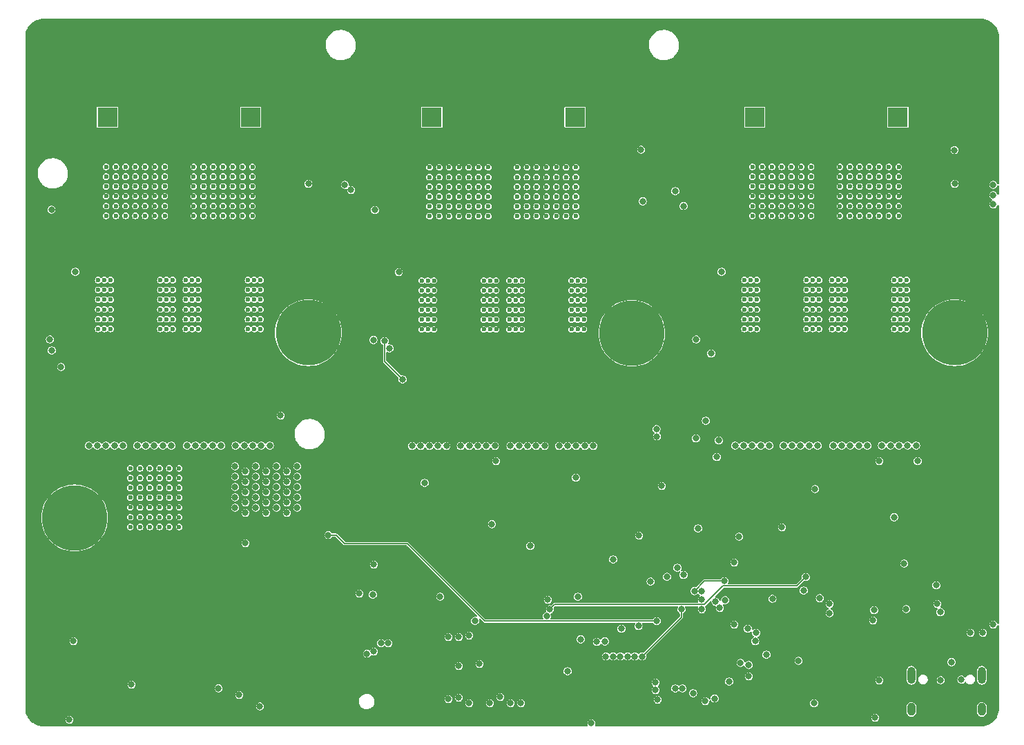
<source format=gbr>
%TF.GenerationSoftware,KiCad,Pcbnew,7.0.1*%
%TF.CreationDate,2023-07-16T00:00:57-05:00*%
%TF.ProjectId,Knockoff Inverter,4b6e6f63-6b6f-4666-9620-496e76657274,rev?*%
%TF.SameCoordinates,Original*%
%TF.FileFunction,Copper,L3,Inr*%
%TF.FilePolarity,Positive*%
%FSLAX46Y46*%
G04 Gerber Fmt 4.6, Leading zero omitted, Abs format (unit mm)*
G04 Created by KiCad (PCBNEW 7.0.1) date 2023-07-16 00:00:57*
%MOMM*%
%LPD*%
G01*
G04 APERTURE LIST*
%TA.AperFunction,ComponentPad*%
%ADD10C,8.000000*%
%TD*%
%TA.AperFunction,ComponentPad*%
%ADD11R,2.400000X2.400000*%
%TD*%
%TA.AperFunction,ComponentPad*%
%ADD12C,2.400000*%
%TD*%
%TA.AperFunction,ComponentPad*%
%ADD13C,0.600000*%
%TD*%
%TA.AperFunction,ComponentPad*%
%ADD14O,1.000000X2.100000*%
%TD*%
%TA.AperFunction,ComponentPad*%
%ADD15O,1.000000X1.600000*%
%TD*%
%TA.AperFunction,ComponentPad*%
%ADD16O,1.400000X2.800000*%
%TD*%
%TA.AperFunction,ComponentPad*%
%ADD17O,1.200000X2.400000*%
%TD*%
%TA.AperFunction,ViaPad*%
%ADD18C,0.800000*%
%TD*%
%TA.AperFunction,Conductor*%
%ADD19C,0.200000*%
%TD*%
G04 APERTURE END LIST*
D10*
%TO.N,GND*%
%TO.C,J7*%
X208788000Y-85598000D03*
%TD*%
D11*
%TO.N,VBUS*%
%TO.C,C20*%
X122555000Y-36532755D03*
D12*
%TO.N,GND*%
X122555000Y-29032755D03*
%TD*%
D10*
%TO.N,Net-(J8-Pin_1)*%
%TO.C,J8*%
X100965000Y-85725000D03*
%TD*%
D13*
%TO.N,Net-(J8-Pin_1)*%
%TO.C,Q7*%
X110192000Y-86820000D03*
X112592000Y-79620000D03*
X110192000Y-83220000D03*
X113792000Y-86820000D03*
X111392000Y-83220000D03*
X112592000Y-82020000D03*
X112592000Y-86820000D03*
X108992000Y-82020000D03*
X108992000Y-83220000D03*
X113792000Y-82020000D03*
X107792000Y-79620000D03*
X110192000Y-82020000D03*
X111392000Y-80820000D03*
X107792000Y-86820000D03*
X112592000Y-85620000D03*
X110192000Y-79620000D03*
X112592000Y-84420000D03*
X113792000Y-79620000D03*
X107792000Y-82020000D03*
X113792000Y-83220000D03*
X108992000Y-84420000D03*
X111392000Y-86820000D03*
X110192000Y-85620000D03*
X107792000Y-85620000D03*
X111392000Y-84420000D03*
X111392000Y-85620000D03*
X113792000Y-80820000D03*
X113792000Y-84420000D03*
X107792000Y-80820000D03*
X113792000Y-85620000D03*
X108992000Y-86820000D03*
X110192000Y-80820000D03*
X107792000Y-83220000D03*
X111392000Y-82020000D03*
X111392000Y-79620000D03*
X108992000Y-85620000D03*
X112592000Y-80820000D03*
X112592000Y-83220000D03*
X110192000Y-84420000D03*
X108992000Y-80820000D03*
X108992000Y-79620000D03*
X107792000Y-84420000D03*
%TD*%
D11*
%TO.N,VBUS*%
%TO.C,C24*%
X201930000Y-36532755D03*
D12*
%TO.N,GND*%
X201930000Y-29032755D03*
%TD*%
D11*
%TO.N,VBUS*%
%TO.C,C23*%
X184380000Y-36532755D03*
D12*
%TO.N,GND*%
X184380000Y-29032755D03*
%TD*%
D11*
%TO.N,VBUS*%
%TO.C,C21*%
X144780000Y-36532755D03*
D12*
%TO.N,GND*%
X144780000Y-29032755D03*
%TD*%
D11*
%TO.N,VBUS*%
%TO.C,C19*%
X105005000Y-36532755D03*
D12*
%TO.N,GND*%
X105005000Y-29032755D03*
%TD*%
D11*
%TO.N,VBUS*%
%TO.C,C22*%
X162330000Y-36532755D03*
D12*
%TO.N,GND*%
X162330000Y-29032755D03*
%TD*%
D13*
%TO.N,Net-(Q10-D)*%
%TO.C,Q13*%
X193862250Y-62528000D03*
X194624250Y-62528000D03*
X195386250Y-62528000D03*
X201482250Y-62528000D03*
X202244250Y-62528000D03*
X203006250Y-62528000D03*
X193862250Y-61328000D03*
X194624250Y-61328000D03*
X195386250Y-61328000D03*
X201482250Y-61328000D03*
X202244250Y-61328000D03*
X203006250Y-61328000D03*
X193862250Y-60128000D03*
X194624250Y-60128000D03*
X195386250Y-60128000D03*
X201482250Y-60128000D03*
X202244250Y-60128000D03*
X203006250Y-60128000D03*
X193862250Y-58928000D03*
X194624250Y-58928000D03*
X195386250Y-58928000D03*
X201482250Y-58928000D03*
X202244250Y-58928000D03*
X203006250Y-58928000D03*
X193862250Y-57728000D03*
X194624250Y-57728000D03*
X195386250Y-57728000D03*
X201482250Y-57728000D03*
X202244250Y-57728000D03*
X203006250Y-57728000D03*
X193862250Y-56528000D03*
X194624250Y-56528000D03*
X195386250Y-56528000D03*
X201482250Y-56528000D03*
X202244250Y-56528000D03*
X203006250Y-56528000D03*
%TD*%
%TO.N,Net-(Q12-D)*%
%TO.C,Q12*%
X154276350Y-62578800D03*
X155038350Y-62578800D03*
X155800350Y-62578800D03*
X161896350Y-62578800D03*
X162658350Y-62578800D03*
X163420350Y-62578800D03*
X154276350Y-61378800D03*
X155038350Y-61378800D03*
X155800350Y-61378800D03*
X161896350Y-61378800D03*
X162658350Y-61378800D03*
X163420350Y-61378800D03*
X154276350Y-60178800D03*
X155038350Y-60178800D03*
X155800350Y-60178800D03*
X161896350Y-60178800D03*
X162658350Y-60178800D03*
X163420350Y-60178800D03*
X154276350Y-58978800D03*
X155038350Y-58978800D03*
X155800350Y-58978800D03*
X161896350Y-58978800D03*
X162658350Y-58978800D03*
X163420350Y-58978800D03*
X154276350Y-57778800D03*
X155038350Y-57778800D03*
X155800350Y-57778800D03*
X161896350Y-57778800D03*
X162658350Y-57778800D03*
X163420350Y-57778800D03*
X154276350Y-56578800D03*
X155038350Y-56578800D03*
X155800350Y-56578800D03*
X161896350Y-56578800D03*
X162658350Y-56578800D03*
X163420350Y-56578800D03*
%TD*%
%TO.N,Net-(Q1-S)*%
%TO.C,Q11*%
X114614250Y-62528000D03*
X115376250Y-62528000D03*
X116138250Y-62528000D03*
X122234250Y-62528000D03*
X122996250Y-62528000D03*
X123758250Y-62528000D03*
X114614250Y-61328000D03*
X115376250Y-61328000D03*
X116138250Y-61328000D03*
X122234250Y-61328000D03*
X122996250Y-61328000D03*
X123758250Y-61328000D03*
X114614250Y-60128000D03*
X115376250Y-60128000D03*
X116138250Y-60128000D03*
X122234250Y-60128000D03*
X122996250Y-60128000D03*
X123758250Y-60128000D03*
X114614250Y-58928000D03*
X115376250Y-58928000D03*
X116138250Y-58928000D03*
X122234250Y-58928000D03*
X122996250Y-58928000D03*
X123758250Y-58928000D03*
X114614250Y-57728000D03*
X115376250Y-57728000D03*
X116138250Y-57728000D03*
X122234250Y-57728000D03*
X122996250Y-57728000D03*
X123758250Y-57728000D03*
X114614250Y-56528000D03*
X115376250Y-56528000D03*
X116138250Y-56528000D03*
X122234250Y-56528000D03*
X122996250Y-56528000D03*
X123758250Y-56528000D03*
%TD*%
%TO.N,Net-(Q10-D)*%
%TO.C,Q10*%
X183104250Y-62528000D03*
X183866250Y-62528000D03*
X184628250Y-62528000D03*
X190724250Y-62528000D03*
X191486250Y-62528000D03*
X192248250Y-62528000D03*
X183104250Y-61328000D03*
X183866250Y-61328000D03*
X184628250Y-61328000D03*
X190724250Y-61328000D03*
X191486250Y-61328000D03*
X192248250Y-61328000D03*
X183104250Y-60128000D03*
X183866250Y-60128000D03*
X184628250Y-60128000D03*
X190724250Y-60128000D03*
X191486250Y-60128000D03*
X192248250Y-60128000D03*
X183104250Y-58928000D03*
X183866250Y-58928000D03*
X184628250Y-58928000D03*
X190724250Y-58928000D03*
X191486250Y-58928000D03*
X192248250Y-58928000D03*
X183104250Y-57728000D03*
X183866250Y-57728000D03*
X184628250Y-57728000D03*
X190724250Y-57728000D03*
X191486250Y-57728000D03*
X192248250Y-57728000D03*
X183104250Y-56528000D03*
X183866250Y-56528000D03*
X184628250Y-56528000D03*
X190724250Y-56528000D03*
X191486250Y-56528000D03*
X192248250Y-56528000D03*
%TD*%
%TO.N,Net-(Q12-D)*%
%TO.C,Q9*%
X143518350Y-62578800D03*
X144280350Y-62578800D03*
X145042350Y-62578800D03*
X151138350Y-62578800D03*
X151900350Y-62578800D03*
X152662350Y-62578800D03*
X143518350Y-61378800D03*
X144280350Y-61378800D03*
X145042350Y-61378800D03*
X151138350Y-61378800D03*
X151900350Y-61378800D03*
X152662350Y-61378800D03*
X143518350Y-60178800D03*
X144280350Y-60178800D03*
X145042350Y-60178800D03*
X151138350Y-60178800D03*
X151900350Y-60178800D03*
X152662350Y-60178800D03*
X143518350Y-58978800D03*
X144280350Y-58978800D03*
X145042350Y-58978800D03*
X151138350Y-58978800D03*
X151900350Y-58978800D03*
X152662350Y-58978800D03*
X143518350Y-57778800D03*
X144280350Y-57778800D03*
X145042350Y-57778800D03*
X151138350Y-57778800D03*
X151900350Y-57778800D03*
X152662350Y-57778800D03*
X143518350Y-56578800D03*
X144280350Y-56578800D03*
X145042350Y-56578800D03*
X151138350Y-56578800D03*
X151900350Y-56578800D03*
X152662350Y-56578800D03*
%TD*%
%TO.N,Net-(Q1-S)*%
%TO.C,Q8*%
X103856250Y-62528000D03*
X104618250Y-62528000D03*
X105380250Y-62528000D03*
X111476250Y-62528000D03*
X112238250Y-62528000D03*
X113000250Y-62528000D03*
X103856250Y-61328000D03*
X104618250Y-61328000D03*
X105380250Y-61328000D03*
X111476250Y-61328000D03*
X112238250Y-61328000D03*
X113000250Y-61328000D03*
X103856250Y-60128000D03*
X104618250Y-60128000D03*
X105380250Y-60128000D03*
X111476250Y-60128000D03*
X112238250Y-60128000D03*
X113000250Y-60128000D03*
X103856250Y-58928000D03*
X104618250Y-58928000D03*
X105380250Y-58928000D03*
X111476250Y-58928000D03*
X112238250Y-58928000D03*
X113000250Y-58928000D03*
X103856250Y-57728000D03*
X104618250Y-57728000D03*
X105380250Y-57728000D03*
X111476250Y-57728000D03*
X112238250Y-57728000D03*
X113000250Y-57728000D03*
X103856250Y-56528000D03*
X104618250Y-56528000D03*
X105380250Y-56528000D03*
X111476250Y-56528000D03*
X112238250Y-56528000D03*
X113000250Y-56528000D03*
%TD*%
%TO.N,VBUS*%
%TO.C,Q6*%
X194821250Y-45033000D03*
X202021250Y-47433000D03*
X198421250Y-45033000D03*
X194821250Y-48633000D03*
X198421250Y-46233000D03*
X199621250Y-47433000D03*
X194821250Y-47433000D03*
X199621250Y-43833000D03*
X198421250Y-43833000D03*
X199621250Y-48633000D03*
X202021250Y-42633000D03*
X199621250Y-45033000D03*
X200821250Y-46233000D03*
X194821250Y-42633000D03*
X196021250Y-47433000D03*
X202021250Y-45033000D03*
X197221250Y-47433000D03*
X202021250Y-48633000D03*
X199621250Y-42633000D03*
X198421250Y-48633000D03*
X197221250Y-43833000D03*
X194821250Y-46233000D03*
X196021250Y-45033000D03*
X196021250Y-42633000D03*
X197221250Y-46233000D03*
X196021250Y-46233000D03*
X200821250Y-48633000D03*
X197221250Y-48633000D03*
X200821250Y-42633000D03*
X196021250Y-48633000D03*
X194821250Y-43833000D03*
X200821250Y-45033000D03*
X198421250Y-42633000D03*
X199621250Y-46233000D03*
X202021250Y-46233000D03*
X196021250Y-43833000D03*
X200821250Y-47433000D03*
X198421250Y-47433000D03*
X197221250Y-45033000D03*
X200821250Y-43833000D03*
X202021250Y-43833000D03*
X197221250Y-42633000D03*
%TD*%
%TO.N,VBUS*%
%TO.C,Q5*%
X155235350Y-45083800D03*
X162435350Y-47483800D03*
X158835350Y-45083800D03*
X155235350Y-48683800D03*
X158835350Y-46283800D03*
X160035350Y-47483800D03*
X155235350Y-47483800D03*
X160035350Y-43883800D03*
X158835350Y-43883800D03*
X160035350Y-48683800D03*
X162435350Y-42683800D03*
X160035350Y-45083800D03*
X161235350Y-46283800D03*
X155235350Y-42683800D03*
X156435350Y-47483800D03*
X162435350Y-45083800D03*
X157635350Y-47483800D03*
X162435350Y-48683800D03*
X160035350Y-42683800D03*
X158835350Y-48683800D03*
X157635350Y-43883800D03*
X155235350Y-46283800D03*
X156435350Y-45083800D03*
X156435350Y-42683800D03*
X157635350Y-46283800D03*
X156435350Y-46283800D03*
X161235350Y-48683800D03*
X157635350Y-48683800D03*
X161235350Y-42683800D03*
X156435350Y-48683800D03*
X155235350Y-43883800D03*
X161235350Y-45083800D03*
X158835350Y-42683800D03*
X160035350Y-46283800D03*
X162435350Y-46283800D03*
X156435350Y-43883800D03*
X161235350Y-47483800D03*
X158835350Y-47483800D03*
X157635350Y-45083800D03*
X161235350Y-43883800D03*
X162435350Y-43883800D03*
X157635350Y-42683800D03*
%TD*%
%TO.N,VBUS*%
%TO.C,Q4*%
X115573250Y-45033000D03*
X122773250Y-47433000D03*
X119173250Y-45033000D03*
X115573250Y-48633000D03*
X119173250Y-46233000D03*
X120373250Y-47433000D03*
X115573250Y-47433000D03*
X120373250Y-43833000D03*
X119173250Y-43833000D03*
X120373250Y-48633000D03*
X122773250Y-42633000D03*
X120373250Y-45033000D03*
X121573250Y-46233000D03*
X115573250Y-42633000D03*
X116773250Y-47433000D03*
X122773250Y-45033000D03*
X117973250Y-47433000D03*
X122773250Y-48633000D03*
X120373250Y-42633000D03*
X119173250Y-48633000D03*
X117973250Y-43833000D03*
X115573250Y-46233000D03*
X116773250Y-45033000D03*
X116773250Y-42633000D03*
X117973250Y-46233000D03*
X116773250Y-46233000D03*
X121573250Y-48633000D03*
X117973250Y-48633000D03*
X121573250Y-42633000D03*
X116773250Y-48633000D03*
X115573250Y-43833000D03*
X121573250Y-45033000D03*
X119173250Y-42633000D03*
X120373250Y-46233000D03*
X122773250Y-46233000D03*
X116773250Y-43833000D03*
X121573250Y-47433000D03*
X119173250Y-47433000D03*
X117973250Y-45033000D03*
X121573250Y-43833000D03*
X122773250Y-43833000D03*
X117973250Y-42633000D03*
%TD*%
%TO.N,VBUS*%
%TO.C,Q3*%
X184076250Y-45033000D03*
X191276250Y-47433000D03*
X187676250Y-45033000D03*
X184076250Y-48633000D03*
X187676250Y-46233000D03*
X188876250Y-47433000D03*
X184076250Y-47433000D03*
X188876250Y-43833000D03*
X187676250Y-43833000D03*
X188876250Y-48633000D03*
X191276250Y-42633000D03*
X188876250Y-45033000D03*
X190076250Y-46233000D03*
X184076250Y-42633000D03*
X185276250Y-47433000D03*
X191276250Y-45033000D03*
X186476250Y-47433000D03*
X191276250Y-48633000D03*
X188876250Y-42633000D03*
X187676250Y-48633000D03*
X186476250Y-43833000D03*
X184076250Y-46233000D03*
X185276250Y-45033000D03*
X185276250Y-42633000D03*
X186476250Y-46233000D03*
X185276250Y-46233000D03*
X190076250Y-48633000D03*
X186476250Y-48633000D03*
X190076250Y-42633000D03*
X185276250Y-48633000D03*
X184076250Y-43833000D03*
X190076250Y-45033000D03*
X187676250Y-42633000D03*
X188876250Y-46233000D03*
X191276250Y-46233000D03*
X185276250Y-43833000D03*
X190076250Y-47433000D03*
X187676250Y-47433000D03*
X186476250Y-45033000D03*
X190076250Y-43833000D03*
X191276250Y-43833000D03*
X186476250Y-42633000D03*
%TD*%
%TO.N,VBUS*%
%TO.C,Q2*%
X144490350Y-45083800D03*
X151690350Y-47483800D03*
X148090350Y-45083800D03*
X144490350Y-48683800D03*
X148090350Y-46283800D03*
X149290350Y-47483800D03*
X144490350Y-47483800D03*
X149290350Y-43883800D03*
X148090350Y-43883800D03*
X149290350Y-48683800D03*
X151690350Y-42683800D03*
X149290350Y-45083800D03*
X150490350Y-46283800D03*
X144490350Y-42683800D03*
X145690350Y-47483800D03*
X151690350Y-45083800D03*
X146890350Y-47483800D03*
X151690350Y-48683800D03*
X149290350Y-42683800D03*
X148090350Y-48683800D03*
X146890350Y-43883800D03*
X144490350Y-46283800D03*
X145690350Y-45083800D03*
X145690350Y-42683800D03*
X146890350Y-46283800D03*
X145690350Y-46283800D03*
X150490350Y-48683800D03*
X146890350Y-48683800D03*
X150490350Y-42683800D03*
X145690350Y-48683800D03*
X144490350Y-43883800D03*
X150490350Y-45083800D03*
X148090350Y-42683800D03*
X149290350Y-46283800D03*
X151690350Y-46283800D03*
X145690350Y-43883800D03*
X150490350Y-47483800D03*
X148090350Y-47483800D03*
X146890350Y-45083800D03*
X150490350Y-43883800D03*
X151690350Y-43883800D03*
X146890350Y-42683800D03*
%TD*%
%TO.N,VBUS*%
%TO.C,Q1*%
X104828250Y-45033000D03*
X112028250Y-47433000D03*
X108428250Y-45033000D03*
X104828250Y-48633000D03*
X108428250Y-46233000D03*
X109628250Y-47433000D03*
X104828250Y-47433000D03*
X109628250Y-43833000D03*
X108428250Y-43833000D03*
X109628250Y-48633000D03*
X112028250Y-42633000D03*
X109628250Y-45033000D03*
X110828250Y-46233000D03*
X104828250Y-42633000D03*
X106028250Y-47433000D03*
X112028250Y-45033000D03*
X107228250Y-47433000D03*
X112028250Y-48633000D03*
X109628250Y-42633000D03*
X108428250Y-48633000D03*
X107228250Y-43833000D03*
X104828250Y-46233000D03*
X106028250Y-45033000D03*
X106028250Y-42633000D03*
X107228250Y-46233000D03*
X106028250Y-46233000D03*
X110828250Y-48633000D03*
X107228250Y-48633000D03*
X110828250Y-42633000D03*
X106028250Y-48633000D03*
X104828250Y-43833000D03*
X110828250Y-45033000D03*
X108428250Y-42633000D03*
X109628250Y-46233000D03*
X112028250Y-46233000D03*
X106028250Y-43833000D03*
X110828250Y-47433000D03*
X108428250Y-47433000D03*
X107228250Y-45033000D03*
X110828250Y-43833000D03*
X112028250Y-43833000D03*
X107228250Y-42633000D03*
%TD*%
D10*
%TO.N,Net-(J5-Pin_1)*%
%TO.C,J5*%
X208883250Y-62992000D03*
%TD*%
%TO.N,Net-(J4-Pin_1)*%
%TO.C,J4*%
X169297350Y-63042799D03*
%TD*%
%TO.N,Net-(J3-Pin_1)*%
%TO.C,J3*%
X129635250Y-62991999D03*
%TD*%
D14*
%TO.N,GND1*%
%TO.C,J2*%
X203577000Y-105040000D03*
D15*
X203577000Y-109220000D03*
D14*
X212217000Y-105040000D03*
D15*
X212217000Y-109220000D03*
%TD*%
D16*
%TO.N,GND*%
%TO.C,J1*%
X128534000Y-100584000D03*
X145034000Y-100584000D03*
D17*
X128534000Y-107364000D03*
X145034000Y-107364000D03*
%TD*%
D18*
%TO.N,+12V*%
X137610850Y-63868300D03*
%TO.N,+3.3V*%
X172212000Y-105918000D03*
%TO.N,GND*%
X150033208Y-107777500D03*
%TO.N,GND_ISO*%
X100838000Y-100838000D03*
X107950000Y-106172000D03*
%TO.N,+5V*%
X100330000Y-110490000D03*
X190627000Y-92964000D03*
%TO.N,/DC INPUT/EN*%
X132080000Y-87826500D03*
%TO.N,VBUS*%
X152136000Y-86477000D03*
%TO.N,Net-(Q1-S)*%
X126238000Y-73152000D03*
X170180000Y-87884000D03*
%TO.N,+5V*%
X208867480Y-40580849D03*
X208883250Y-44704000D03*
X170434000Y-40533500D03*
X129635250Y-44704000D03*
%TO.N,/MCU/TIM_CH3N*%
X182453500Y-88015663D03*
X179959000Y-76200000D03*
X179024500Y-65532000D03*
%TO.N,/MCU/TIM_CH3*%
X178376250Y-73787000D03*
X170116883Y-98983647D03*
%TO.N,/MCU/TIM_CH2*%
X165008840Y-100929160D03*
X162433000Y-80772000D03*
X141179500Y-68707000D03*
%TO.N,+12V*%
X177417000Y-86995000D03*
X187706000Y-86868000D03*
%TO.N,Net-(Q12-D)*%
X172332623Y-74820847D03*
X177165000Y-75946000D03*
%TO.N,VREF_OUT*%
X180657000Y-93479380D03*
%TO.N,/MCU/ADC1_IN2*%
X175641000Y-47442100D03*
X179716785Y-78243785D03*
%TO.N,CAN_RX*%
X198882000Y-98298000D03*
X202692000Y-91313000D03*
%TO.N,GND*%
X156845000Y-93726000D03*
%TO.N,+3.3V*%
X156845000Y-89154000D03*
%TO.N,GND*%
X156972000Y-104521000D03*
%TO.N,+3.3V*%
X161417000Y-104521000D03*
%TO.N,Net-(U2-VDDA)*%
X168021000Y-99314500D03*
X173609000Y-92933300D03*
X163032160Y-100619840D03*
%TO.N,+3.3V*%
X199644000Y-78740000D03*
%TO.N,/DC INPUT/nPGD*%
X162687000Y-95377000D03*
X121920000Y-88826500D03*
X150071143Y-98351272D03*
%TO.N,GND*%
X195199000Y-97536000D03*
%TO.N,/MCU/ADC1_IN1*%
X181864000Y-91186000D03*
X172384500Y-75708836D03*
%TO.N,+5V*%
X191770000Y-82169000D03*
X170633150Y-46852600D03*
X201458193Y-85634193D03*
X213614000Y-47244000D03*
%TO.N,GND*%
X213360000Y-43053000D03*
X173736000Y-43053000D03*
X134112000Y-42926000D03*
%TO.N,VREF_OUT*%
X134874000Y-45466000D03*
%TO.N,/MCU/ADC1_IN1*%
X134112000Y-44831000D03*
%TO.N,VREF_OUT*%
X174625000Y-45593000D03*
%TO.N,/MCU/ADC1_IN3*%
X192350033Y-95576033D03*
X213614000Y-44831000D03*
%TO.N,VREF_OUT*%
X213614000Y-46101000D03*
%TO.N,Net-(Q12-D)*%
X185801000Y-102489000D03*
%TO.N,GND*%
X180594000Y-110109000D03*
X182626000Y-110109000D03*
%TO.N,/DC INPUT/EN*%
X172339000Y-98379500D03*
%TO.N,/MCU/TIM_CH2*%
X138983500Y-64008000D03*
%TO.N,/MCU/TIM_CH2N*%
X139573000Y-64897000D03*
X158877000Y-97790000D03*
X152654000Y-78740000D03*
%TO.N,/MCU/TIM_CH1N*%
X159004000Y-95758000D03*
X99314000Y-67183000D03*
%TO.N,/MCU/TIM_CH1*%
X98171000Y-65151000D03*
X145796000Y-95377000D03*
%TO.N,+5V*%
X159258000Y-96937500D03*
%TO.N,+3.3V*%
X181229000Y-105791000D03*
%TO.N,NSRST*%
X204343000Y-78740000D03*
X184425500Y-100838000D03*
%TO.N,GND*%
X209550000Y-74930000D03*
%TO.N,Net-(D2-K)*%
X174879000Y-91821000D03*
%TO.N,Net-(Q10-D)*%
X190373000Y-94615000D03*
%TO.N,Net-(D3-K)*%
X206629000Y-93980000D03*
X193548000Y-97409000D03*
%TO.N,Net-(D4-K)*%
X206756000Y-96266000D03*
X193548000Y-96266000D03*
%TO.N,SPI_MISO_-*%
X148082000Y-100330000D03*
%TO.N,SPI_MISO_+*%
X146812000Y-100330000D03*
X137668000Y-91440000D03*
%TO.N,SPI_MISO_-*%
X137541000Y-95123000D03*
%TO.N,/MCU/ADC1_IN2*%
X183515000Y-99314000D03*
%TO.N,GND*%
X185415000Y-98801000D03*
%TO.N,/MCU/ADC1_IN1*%
X184531000Y-99822000D03*
%TO.N,/MCU/TIM_CH1N*%
X182626000Y-103505000D03*
%TO.N,/CAN/CAN_TX*%
X123698000Y-108857000D03*
X179455005Y-107878802D03*
%TO.N,CAN_RX*%
X121158000Y-107442000D03*
X178308000Y-108204000D03*
%TO.N,/MCU/TIM_CH1*%
X166113988Y-102716500D03*
%TO.N,/MCU/TIM_CH2*%
X167003491Y-102716500D03*
%TO.N,/MCU/TIM_CH3*%
X167892994Y-102716500D03*
%TO.N,Net-(D2-K)*%
X165989000Y-100871500D03*
%TO.N,+3.3V*%
X170561503Y-102716500D03*
%TO.N,/MCU/USB_DM*%
X168782497Y-102716500D03*
X183642000Y-105156000D03*
%TO.N,/MCU/USB_DP*%
X169672000Y-102716500D03*
X183642000Y-103759000D03*
%TO.N,Net-(U7-VBUS1)*%
X199009000Y-97028000D03*
%TO.N,GND*%
X157353000Y-94996000D03*
X175260000Y-102235000D03*
X175260000Y-100965000D03*
X175260000Y-99695000D03*
X176530000Y-99695000D03*
X176530000Y-100965000D03*
X176530000Y-102235000D03*
X177800000Y-102235000D03*
X177800000Y-100965000D03*
X177800000Y-99695000D03*
X179070000Y-99695000D03*
X179070000Y-100965000D03*
X179070000Y-102235000D03*
X179070000Y-103505000D03*
X177800000Y-103505000D03*
X176530000Y-103505000D03*
X175260000Y-103505000D03*
%TO.N,+3.3V*%
X180746400Y-95808800D03*
%TO.N,GND*%
X126288800Y-106984800D03*
X118618000Y-110337600D03*
%TO.N,+3.3V*%
X118618000Y-106629200D03*
X175384500Y-96937500D03*
%TO.N,GND*%
X173075600Y-94691200D03*
%TO.N,VREF_OUT*%
X171602400Y-93522800D03*
%TO.N,GND*%
X170230800Y-89509600D03*
%TO.N,VREF_OUT*%
X176960700Y-94691200D03*
%TO.N,/MCU/ADC2_IN12*%
X186537600Y-95656400D03*
X177850800Y-94742000D03*
%TO.N,/MCU/TIM_CH3N*%
X177884500Y-95758500D03*
%TO.N,/MCU/TIM_CH2N*%
X177884500Y-96937500D03*
%TO.N,GND*%
X176326800Y-87376000D03*
X182626000Y-92837000D03*
%TO.N,VBUS*%
X175641000Y-92710000D03*
%TO.N,/MCU/SPI1_NSS*%
X154432000Y-108458000D03*
X181864000Y-98806000D03*
%TO.N,/MCU/SPI1_MISO*%
X149352000Y-100157500D03*
X179578000Y-96012000D03*
%TO.N,/MCU/SPI1_SCK*%
X180086000Y-96774000D03*
X146812000Y-107950000D03*
%TO.N,/MCU/SPI1_MOSI*%
X148082000Y-103886000D03*
X172466000Y-108031500D03*
%TO.N,Net-(D3-K)*%
X174624497Y-106639704D03*
%TO.N,Net-(D4-K)*%
X175514000Y-106639704D03*
%TO.N,+3.3V*%
X164338000Y-110915449D03*
%TO.N,GND*%
X169418000Y-110915449D03*
X165608000Y-110915449D03*
X166878000Y-110915449D03*
%TO.N,JTRST*%
X172212000Y-106852500D03*
X176814476Y-107229204D03*
%TO.N,+3.3V*%
X213614000Y-98806000D03*
%TO.N,GND*%
X160274000Y-108458000D03*
X155702000Y-103632000D03*
%TO.N,+3.3V*%
X150622000Y-103632000D03*
X155702000Y-108458000D03*
%TO.N,GND*%
X133096000Y-100076000D03*
%TO.N,+3.3V*%
X135890000Y-94996000D03*
%TO.N,GND*%
X141986000Y-100076000D03*
X140208000Y-96012000D03*
X138684000Y-96012000D03*
X137160000Y-96012000D03*
%TO.N,SPI_nSS_-*%
X136824144Y-102389285D03*
%TO.N,SPI_nSS_+*%
X137668000Y-102108000D03*
X153162000Y-107696000D03*
%TO.N,SPI_nSS_-*%
X151892000Y-108458000D03*
%TO.N,SPI_SCK_-*%
X138556497Y-101092000D03*
%TO.N,SPI_SCK_+*%
X139446000Y-101092000D03*
%TO.N,SPI_SCK_-*%
X149352000Y-108458000D03*
%TO.N,SPI_SCK_+*%
X148082000Y-107777500D03*
%TO.N,GND*%
X190128500Y-104521000D03*
%TO.N,+3.3V*%
X189738000Y-103251000D03*
%TO.N,GND*%
X185293000Y-108077000D03*
%TO.N,Net-(U7-VBUS1)*%
X209708500Y-105568500D03*
X199644000Y-105664000D03*
%TO.N,GND1*%
X191643000Y-108458000D03*
X199136000Y-110236000D03*
X212344000Y-99822000D03*
X210820000Y-99822000D03*
X202946000Y-96901000D03*
X207137000Y-97282000D03*
%TO.N,GND*%
X139319000Y-92202000D03*
X152654000Y-94996000D03*
%TO.N,VBUS*%
X121920000Y-81280000D03*
X121920000Y-85090000D03*
X120650000Y-83185000D03*
X120650000Y-80645000D03*
%TO.N,GND*%
X98679000Y-72644000D03*
%TO.N,VBUS*%
X120650000Y-79375000D03*
X121920000Y-82550000D03*
X121920000Y-83820000D03*
X120650000Y-84455000D03*
X120650000Y-81915000D03*
%TO.N,GND*%
X140081000Y-89789000D03*
%TO.N,VBUS*%
X121920000Y-80010000D03*
%TO.N,GND*%
X100711000Y-72644000D03*
X97663000Y-72644000D03*
X96647000Y-72644000D03*
%TO.N,VBUS*%
X127000000Y-81280000D03*
X125730000Y-83185000D03*
X128270000Y-83185000D03*
X123190000Y-79375000D03*
X123190000Y-84455000D03*
X123190000Y-83185000D03*
X124460000Y-80010000D03*
X123190000Y-80645000D03*
X123190000Y-81915000D03*
%TO.N,GND*%
X99695000Y-72644000D03*
%TO.N,VBUS*%
X125730000Y-84455000D03*
X125730000Y-80645000D03*
X127000000Y-85090000D03*
X127000000Y-82550000D03*
X125730000Y-81915000D03*
X124460000Y-83820000D03*
X125730000Y-79375000D03*
X127000000Y-83820000D03*
X128270000Y-79375000D03*
X128270000Y-80645000D03*
X128270000Y-81915000D03*
%TO.N,GND*%
X124714000Y-87884000D03*
%TO.N,VBUS*%
X127000000Y-80010000D03*
X128270000Y-84455000D03*
X124460000Y-81280000D03*
X124460000Y-85090000D03*
X124460000Y-82550000D03*
%TO.N,GND*%
X190246000Y-79248000D03*
X187960000Y-79248000D03*
X194691000Y-82550000D03*
X185420000Y-80010000D03*
X185420000Y-84836000D03*
X185420000Y-89662000D03*
X167005000Y-99314000D03*
X169291000Y-99314000D03*
X160909000Y-95631000D03*
X164719000Y-95758000D03*
%TO.N,+3.3V*%
X167005000Y-90805000D03*
%TO.N,+12V*%
X172974000Y-81788000D03*
X143891000Y-81407000D03*
%TO.N,GND*%
X140970000Y-86360000D03*
X140970000Y-83820000D03*
X140970000Y-81280000D03*
X140970000Y-78740000D03*
X139700000Y-80010000D03*
X139700000Y-82550000D03*
X139700000Y-85090000D03*
X139700000Y-87630000D03*
X138430000Y-86360000D03*
X138430000Y-83820000D03*
X138430000Y-81280000D03*
X138430000Y-78740000D03*
X137160000Y-82550000D03*
X137160000Y-80010000D03*
X134620000Y-80010000D03*
X134620000Y-82550000D03*
X135890000Y-78740000D03*
X135890000Y-81280000D03*
X135890000Y-83820000D03*
X137160000Y-85090000D03*
X134620000Y-85090000D03*
X135890000Y-86360000D03*
X137160000Y-87630000D03*
X134620000Y-87630000D03*
%TO.N,Net-(J2-D--PadA7)*%
X207171000Y-105641500D03*
X208504500Y-103410498D03*
%TO.N,GND*%
X179070000Y-68580000D03*
X179070000Y-69850000D03*
X179070000Y-71120000D03*
X176530000Y-67310000D03*
X176530000Y-68580000D03*
X176530000Y-69850000D03*
X176530000Y-71120000D03*
X173990000Y-67310000D03*
X173990000Y-68580000D03*
X173990000Y-69850000D03*
X173990000Y-71120000D03*
X171450000Y-68580000D03*
X171450000Y-69850000D03*
X171450000Y-71120000D03*
X168910000Y-68580000D03*
X168910000Y-69850000D03*
X168910000Y-71120000D03*
X166370000Y-68580000D03*
X166370000Y-69850000D03*
X166370000Y-71120000D03*
X139700000Y-68580000D03*
X139700000Y-69850000D03*
X139700000Y-71120000D03*
X137160000Y-67310000D03*
X137160000Y-68580000D03*
X137160000Y-69850000D03*
X137160000Y-71120000D03*
X134620000Y-67310000D03*
X134620000Y-68580000D03*
X134620000Y-69850000D03*
X134620000Y-71120000D03*
X132080000Y-68580000D03*
X132080000Y-69850000D03*
X132080000Y-71120000D03*
X129540000Y-68580000D03*
X129540000Y-69850000D03*
X129540000Y-71120000D03*
X127000000Y-68580000D03*
X127000000Y-69850000D03*
X127000000Y-71120000D03*
%TO.N,VBUS*%
X142373350Y-76885800D03*
X143421100Y-76885800D03*
X144468850Y-76885800D03*
X145516600Y-76885800D03*
X146564350Y-76885800D03*
X150406100Y-76885800D03*
X149358350Y-76885800D03*
X148310600Y-76885800D03*
X151453850Y-76885800D03*
X152501600Y-76885800D03*
X156502100Y-76885800D03*
X155454350Y-76885800D03*
X154406600Y-76885800D03*
X157549850Y-76885800D03*
X158597600Y-76885800D03*
X162471100Y-76885800D03*
X161423350Y-76885800D03*
X160375600Y-76885800D03*
X163518850Y-76885800D03*
X164566600Y-76885800D03*
%TO.N,GND*%
X135896350Y-62026800D03*
X141865350Y-60502800D03*
X142754350Y-68503800D03*
X145040350Y-65328800D03*
X155962350Y-65328800D03*
%TO.N,Net-(Q12-D)*%
X140722350Y-55549800D03*
%TO.N,GND*%
X144468850Y-71678800D03*
X143421100Y-71678800D03*
X142373350Y-71678800D03*
X145516600Y-71678800D03*
X146564350Y-71678800D03*
X151485600Y-71678800D03*
X149390100Y-71678800D03*
X152533350Y-71678800D03*
X148342350Y-71678800D03*
X150437850Y-71678800D03*
X157581600Y-71678800D03*
X155486100Y-71678800D03*
X158629350Y-71678800D03*
X154438350Y-71678800D03*
X156533850Y-71678800D03*
X163550600Y-71678800D03*
X161455100Y-71678800D03*
X164598350Y-71678800D03*
X160407350Y-71678800D03*
X162502850Y-71678800D03*
X165487350Y-43611800D03*
%TO.N,+12V*%
X137801350Y-47929800D03*
%TO.N,VBUS*%
X102711250Y-76835000D03*
X103759000Y-76835000D03*
X104806750Y-76835000D03*
X105854500Y-76835000D03*
X106902250Y-76835000D03*
X110744000Y-76835000D03*
X109696250Y-76835000D03*
X108648500Y-76835000D03*
X111791750Y-76835000D03*
X112839500Y-76835000D03*
X116840000Y-76835000D03*
X115792250Y-76835000D03*
X114744500Y-76835000D03*
X117887750Y-76835000D03*
X118935500Y-76835000D03*
X122809000Y-76835000D03*
X121761250Y-76835000D03*
X120713500Y-76835000D03*
X123856750Y-76835000D03*
X124904500Y-76835000D03*
%TO.N,GND*%
X96234250Y-61976000D03*
X102203250Y-60452000D03*
X103092250Y-68453000D03*
X105378250Y-65278000D03*
X116300250Y-65278000D03*
%TO.N,Net-(Q1-S)*%
X101060250Y-55499000D03*
%TO.N,GND*%
X104806750Y-71628000D03*
X103759000Y-71628000D03*
X102711250Y-71628000D03*
X105854500Y-71628000D03*
X106902250Y-71628000D03*
X111823500Y-71628000D03*
X109728000Y-71628000D03*
X112871250Y-71628000D03*
X108680250Y-71628000D03*
X110775750Y-71628000D03*
X117919500Y-71628000D03*
X115824000Y-71628000D03*
X118967250Y-71628000D03*
X114776250Y-71628000D03*
X116871750Y-71628000D03*
X123888500Y-71628000D03*
X121793000Y-71628000D03*
X124936250Y-71628000D03*
X120745250Y-71628000D03*
X122840750Y-71628000D03*
X125825250Y-43561000D03*
%TO.N,+12V*%
X98139250Y-47879000D03*
X97948750Y-63817500D03*
X177196750Y-63817500D03*
%TO.N,GND*%
X205073250Y-43561000D03*
X202088750Y-71628000D03*
X199993250Y-71628000D03*
X204184250Y-71628000D03*
X201041000Y-71628000D03*
X203136500Y-71628000D03*
X196119750Y-71628000D03*
X194024250Y-71628000D03*
X198215250Y-71628000D03*
X195072000Y-71628000D03*
X197167500Y-71628000D03*
X190023750Y-71628000D03*
X187928250Y-71628000D03*
X192119250Y-71628000D03*
X188976000Y-71628000D03*
X191071500Y-71628000D03*
X186150250Y-71628000D03*
X185102500Y-71628000D03*
X181959250Y-71628000D03*
X183007000Y-71628000D03*
X184054750Y-71628000D03*
%TO.N,Net-(Q10-D)*%
X180308250Y-55499000D03*
%TO.N,GND*%
X195548250Y-65278000D03*
X184626250Y-65278000D03*
X182340250Y-68453000D03*
X181451250Y-60452000D03*
X175482250Y-61976000D03*
%TO.N,VBUS*%
X204152500Y-76835000D03*
X203104750Y-76835000D03*
X199961500Y-76835000D03*
X201009250Y-76835000D03*
X202057000Y-76835000D03*
X198183500Y-76835000D03*
X197135750Y-76835000D03*
X193992500Y-76835000D03*
X195040250Y-76835000D03*
X196088000Y-76835000D03*
X192087500Y-76835000D03*
X191039750Y-76835000D03*
X187896500Y-76835000D03*
X188944250Y-76835000D03*
X189992000Y-76835000D03*
X186150250Y-76835000D03*
X185102500Y-76835000D03*
X184054750Y-76835000D03*
X183007000Y-76835000D03*
X181959250Y-76835000D03*
%TD*%
D19*
%TO.N,+3.3V*%
X175384500Y-96937500D02*
X175384500Y-97893503D01*
X175384500Y-97893503D02*
X170561503Y-102716500D01*
%TO.N,VREF_OUT*%
X176960700Y-94691200D02*
X178172520Y-93479380D01*
X178172520Y-93479380D02*
X180657000Y-93479380D01*
%TO.N,+5V*%
X180504620Y-94069380D02*
X189521620Y-94069380D01*
X189521620Y-94069380D02*
X190627000Y-92964000D01*
X178226000Y-96348000D02*
X180504620Y-94069380D01*
X159847500Y-96348000D02*
X178226000Y-96348000D01*
X159258000Y-96937500D02*
X159847500Y-96348000D01*
%TO.N,/DC INPUT/EN*%
X141768194Y-88863806D02*
X151283887Y-98379500D01*
X134075806Y-88863806D02*
X141768194Y-88863806D01*
X133038500Y-87826500D02*
X134075806Y-88863806D01*
X132080000Y-87826500D02*
X133038500Y-87826500D01*
X151283887Y-98379500D02*
X172339000Y-98379500D01*
%TO.N,/MCU/TIM_CH2*%
X138983500Y-66511000D02*
X141179500Y-68707000D01*
X138983500Y-64008000D02*
X138983500Y-66511000D01*
%TD*%
%TA.AperFunction,Conductor*%
%TO.N,GND*%
G36*
X212093736Y-24430726D02*
G01*
X212352457Y-24446375D01*
X212367320Y-24448180D01*
X212618575Y-24494225D01*
X212633097Y-24497804D01*
X212876990Y-24573803D01*
X212890967Y-24579104D01*
X213123915Y-24683946D01*
X213137161Y-24690898D01*
X213355768Y-24823051D01*
X213368079Y-24831549D01*
X213569161Y-24989086D01*
X213580369Y-24999016D01*
X213760983Y-25179630D01*
X213770913Y-25190838D01*
X213928446Y-25391914D01*
X213936952Y-25404237D01*
X214069098Y-25622832D01*
X214076057Y-25636091D01*
X214180893Y-25869028D01*
X214186199Y-25883018D01*
X214262191Y-26126886D01*
X214265774Y-26141424D01*
X214311819Y-26392679D01*
X214313624Y-26407544D01*
X214329274Y-26666264D01*
X214329500Y-26673751D01*
X214329500Y-44646960D01*
X214311687Y-44710993D01*
X214263367Y-44756630D01*
X214198421Y-44770758D01*
X214135509Y-44749319D01*
X214092706Y-44698472D01*
X214030878Y-44563089D01*
X213938512Y-44456492D01*
X213819855Y-44380236D01*
X213684523Y-44340500D01*
X213543477Y-44340500D01*
X213408144Y-44380236D01*
X213289487Y-44456492D01*
X213197121Y-44563089D01*
X213138528Y-44691388D01*
X213118456Y-44831000D01*
X213138528Y-44970611D01*
X213197121Y-45098910D01*
X213289487Y-45205507D01*
X213408144Y-45281763D01*
X213543477Y-45321500D01*
X213684523Y-45321500D01*
X213819856Y-45281763D01*
X213938512Y-45205507D01*
X214030878Y-45098911D01*
X214081723Y-44987576D01*
X214092706Y-44963528D01*
X214135509Y-44912681D01*
X214198421Y-44891242D01*
X214263367Y-44905370D01*
X214311687Y-44951007D01*
X214329500Y-45015040D01*
X214329500Y-45916960D01*
X214311687Y-45980993D01*
X214263367Y-46026630D01*
X214198421Y-46040758D01*
X214135509Y-46019319D01*
X214092706Y-45968472D01*
X214030878Y-45833089D01*
X213938512Y-45726492D01*
X213819855Y-45650236D01*
X213684523Y-45610500D01*
X213543477Y-45610500D01*
X213408144Y-45650236D01*
X213289487Y-45726492D01*
X213197121Y-45833089D01*
X213138528Y-45961388D01*
X213118456Y-46101000D01*
X213138528Y-46240611D01*
X213197121Y-46368910D01*
X213289487Y-46475507D01*
X213365743Y-46524513D01*
X213408144Y-46551763D01*
X213414136Y-46553522D01*
X213468124Y-46586076D01*
X213499128Y-46640971D01*
X213499131Y-46704017D01*
X213468131Y-46758915D01*
X213414144Y-46791474D01*
X213408148Y-46793234D01*
X213289487Y-46869492D01*
X213197121Y-46976089D01*
X213138528Y-47104388D01*
X213118456Y-47244000D01*
X213138528Y-47383611D01*
X213197121Y-47511910D01*
X213289487Y-47618507D01*
X213375405Y-47673723D01*
X213408144Y-47694763D01*
X213543477Y-47734500D01*
X213684523Y-47734500D01*
X213819856Y-47694763D01*
X213938512Y-47618507D01*
X214030878Y-47511911D01*
X214089471Y-47383611D01*
X214089470Y-47383611D01*
X214092706Y-47376528D01*
X214135509Y-47325681D01*
X214198421Y-47304242D01*
X214263367Y-47318370D01*
X214311687Y-47364007D01*
X214329500Y-47428040D01*
X214329500Y-98621960D01*
X214311687Y-98685993D01*
X214263367Y-98731630D01*
X214198421Y-98745758D01*
X214135509Y-98724319D01*
X214092706Y-98673472D01*
X214030878Y-98538089D01*
X213938512Y-98431492D01*
X213819855Y-98355236D01*
X213684523Y-98315500D01*
X213543477Y-98315500D01*
X213408144Y-98355236D01*
X213289487Y-98431492D01*
X213197121Y-98538089D01*
X213138528Y-98666388D01*
X213118456Y-98806000D01*
X213138528Y-98945611D01*
X213197121Y-99073910D01*
X213289487Y-99180507D01*
X213400043Y-99251557D01*
X213408144Y-99256763D01*
X213543477Y-99296500D01*
X213684523Y-99296500D01*
X213819856Y-99256763D01*
X213938512Y-99180507D01*
X214030878Y-99073911D01*
X214089471Y-98945611D01*
X214089470Y-98945611D01*
X214092706Y-98938528D01*
X214135509Y-98887681D01*
X214198421Y-98866242D01*
X214263367Y-98880370D01*
X214311687Y-98926007D01*
X214329500Y-98990040D01*
X214329500Y-109071189D01*
X214329274Y-109078678D01*
X214313619Y-109337400D01*
X214311813Y-109352265D01*
X214265767Y-109603501D01*
X214262184Y-109618039D01*
X214186188Y-109861907D01*
X214180878Y-109875907D01*
X214076042Y-110108836D01*
X214069085Y-110122091D01*
X214043954Y-110163663D01*
X213936937Y-110340684D01*
X213928431Y-110353006D01*
X213770898Y-110554078D01*
X213760968Y-110565286D01*
X213580350Y-110745900D01*
X213569142Y-110755829D01*
X213368072Y-110913355D01*
X213355749Y-110921861D01*
X213137156Y-111054003D01*
X213123898Y-111060962D01*
X212890965Y-111165795D01*
X212876964Y-111171104D01*
X212633105Y-111247093D01*
X212618566Y-111250677D01*
X212367318Y-111296719D01*
X212352454Y-111298524D01*
X212192987Y-111308170D01*
X212092918Y-111314223D01*
X212085447Y-111314449D01*
X164887960Y-111314449D01*
X164828533Y-111299281D01*
X164783645Y-111257488D01*
X164764276Y-111199295D01*
X164775166Y-111138937D01*
X164813471Y-111055060D01*
X164824191Y-110980500D01*
X164833544Y-110915449D01*
X164813471Y-110775838D01*
X164804333Y-110755829D01*
X164754878Y-110647538D01*
X164662512Y-110540941D01*
X164543855Y-110464685D01*
X164408523Y-110424949D01*
X164267477Y-110424949D01*
X164132144Y-110464685D01*
X164013487Y-110540941D01*
X163921121Y-110647538D01*
X163862528Y-110775837D01*
X163842456Y-110915449D01*
X163862528Y-111055060D01*
X163900834Y-111138937D01*
X163911724Y-111199295D01*
X163892355Y-111257488D01*
X163847467Y-111299281D01*
X163788040Y-111314449D01*
X97973173Y-111314449D01*
X97158751Y-111314449D01*
X97151264Y-111314223D01*
X96892541Y-111298573D01*
X96877677Y-111296768D01*
X96626427Y-111250725D01*
X96611888Y-111247142D01*
X96448570Y-111196251D01*
X96368010Y-111171147D01*
X96354016Y-111165840D01*
X96284800Y-111134689D01*
X96121075Y-111061003D01*
X96107817Y-111054044D01*
X95889228Y-110921904D01*
X95876905Y-110913399D01*
X95675824Y-110755866D01*
X95664615Y-110745936D01*
X95483989Y-110565313D01*
X95474060Y-110554105D01*
X95463746Y-110540941D01*
X95423835Y-110489999D01*
X99834456Y-110489999D01*
X99854528Y-110629611D01*
X99913121Y-110757910D01*
X100005487Y-110864507D01*
X100094732Y-110921861D01*
X100124144Y-110940763D01*
X100259477Y-110980500D01*
X100400523Y-110980500D01*
X100535856Y-110940763D01*
X100654512Y-110864507D01*
X100746878Y-110757911D01*
X100805471Y-110629611D01*
X100825544Y-110490000D01*
X100805471Y-110350389D01*
X100803983Y-110347131D01*
X100753231Y-110235999D01*
X198640456Y-110235999D01*
X198660528Y-110375611D01*
X198719121Y-110503910D01*
X198811487Y-110610507D01*
X198869109Y-110647538D01*
X198930144Y-110686763D01*
X199065477Y-110726500D01*
X199206523Y-110726500D01*
X199341856Y-110686763D01*
X199460512Y-110610507D01*
X199552878Y-110503911D01*
X199611471Y-110375611D01*
X199631544Y-110236000D01*
X199611471Y-110096389D01*
X199610974Y-110095301D01*
X199552878Y-109968089D01*
X199460512Y-109861492D01*
X199341855Y-109785236D01*
X199206523Y-109745500D01*
X199065477Y-109745500D01*
X198930144Y-109785236D01*
X198811487Y-109861492D01*
X198719121Y-109968089D01*
X198660528Y-110096388D01*
X198640456Y-110235999D01*
X100753231Y-110235999D01*
X100746878Y-110222089D01*
X100654512Y-110115492D01*
X100535855Y-110039236D01*
X100400523Y-109999500D01*
X100259477Y-109999500D01*
X100124144Y-110039236D01*
X100005487Y-110115492D01*
X99913121Y-110222089D01*
X99854528Y-110350388D01*
X99834456Y-110489999D01*
X95423835Y-110489999D01*
X95316527Y-110353034D01*
X95308021Y-110340711D01*
X95175874Y-110122118D01*
X95168915Y-110108860D01*
X95064075Y-109875925D01*
X95058765Y-109861924D01*
X94982769Y-109618057D01*
X94979186Y-109603519D01*
X94970972Y-109558702D01*
X202986500Y-109558702D01*
X203001699Y-109674150D01*
X203061199Y-109817797D01*
X203155849Y-109941147D01*
X203155851Y-109941149D01*
X203279202Y-110035800D01*
X203422849Y-110095301D01*
X203577000Y-110115595D01*
X203731151Y-110095301D01*
X203874797Y-110035800D01*
X203998149Y-109941149D01*
X204092800Y-109817797D01*
X204152301Y-109674151D01*
X204167500Y-109558702D01*
X211626500Y-109558702D01*
X211641699Y-109674150D01*
X211701199Y-109817797D01*
X211795849Y-109941147D01*
X211795851Y-109941149D01*
X211919202Y-110035800D01*
X212062849Y-110095301D01*
X212217000Y-110115595D01*
X212371151Y-110095301D01*
X212514797Y-110035800D01*
X212638149Y-109941149D01*
X212732800Y-109817797D01*
X212792301Y-109674151D01*
X212807500Y-109558701D01*
X212807500Y-108881299D01*
X212792301Y-108765849D01*
X212732800Y-108622203D01*
X212732800Y-108622202D01*
X212638150Y-108498852D01*
X212638149Y-108498851D01*
X212514798Y-108404200D01*
X212506500Y-108400763D01*
X212430547Y-108369302D01*
X212371151Y-108344699D01*
X212353217Y-108342337D01*
X212217000Y-108324404D01*
X212062849Y-108344699D01*
X211919202Y-108404199D01*
X211795850Y-108498850D01*
X211701199Y-108622202D01*
X211641699Y-108765849D01*
X211626500Y-108881298D01*
X211626500Y-109558702D01*
X204167500Y-109558702D01*
X204167500Y-109558701D01*
X204167500Y-108881299D01*
X204152301Y-108765849D01*
X204092800Y-108622203D01*
X204092800Y-108622202D01*
X203998150Y-108498852D01*
X203998149Y-108498851D01*
X203874798Y-108404200D01*
X203866500Y-108400763D01*
X203790547Y-108369302D01*
X203731151Y-108344699D01*
X203713217Y-108342337D01*
X203577000Y-108324404D01*
X203422849Y-108344699D01*
X203279202Y-108404199D01*
X203155850Y-108498850D01*
X203061199Y-108622202D01*
X203001699Y-108765849D01*
X202986500Y-108881298D01*
X202986500Y-109558702D01*
X94970972Y-109558702D01*
X94933137Y-109352264D01*
X94931332Y-109337413D01*
X94915725Y-109079487D01*
X94915500Y-109071999D01*
X94915500Y-108856999D01*
X123202456Y-108856999D01*
X123222528Y-108996611D01*
X123281121Y-109124910D01*
X123373487Y-109231507D01*
X123492144Y-109307763D01*
X123627477Y-109347500D01*
X123768523Y-109347500D01*
X123903856Y-109307763D01*
X124022512Y-109231507D01*
X124114878Y-109124911D01*
X124173471Y-108996611D01*
X124193544Y-108857000D01*
X124173471Y-108717389D01*
X124159375Y-108686524D01*
X124114878Y-108589089D01*
X124022512Y-108482492D01*
X123903855Y-108406236D01*
X123768523Y-108366500D01*
X123627477Y-108366500D01*
X123492144Y-108406236D01*
X123373487Y-108482492D01*
X123281121Y-108589089D01*
X123222528Y-108717388D01*
X123202456Y-108856999D01*
X94915500Y-108856999D01*
X94915500Y-108312594D01*
X135825808Y-108312594D01*
X135855205Y-108504482D01*
X135922626Y-108686523D01*
X136025311Y-108851268D01*
X136079965Y-108908763D01*
X136159059Y-108991969D01*
X136318391Y-109102867D01*
X136496784Y-109179422D01*
X136686937Y-109218500D01*
X136832400Y-109218500D01*
X136832403Y-109218500D01*
X136977130Y-109203783D01*
X137162354Y-109145668D01*
X137296540Y-109071189D01*
X137332084Y-109051461D01*
X137332085Y-109051460D01*
X137332087Y-109051459D01*
X137479382Y-108925010D01*
X137598208Y-108771500D01*
X137683700Y-108597212D01*
X137719745Y-108457999D01*
X148856456Y-108457999D01*
X148876528Y-108597611D01*
X148935121Y-108725910D01*
X149027487Y-108832507D01*
X149103408Y-108881298D01*
X149146144Y-108908763D01*
X149281477Y-108948500D01*
X149422523Y-108948500D01*
X149557856Y-108908763D01*
X149676512Y-108832507D01*
X149768878Y-108725911D01*
X149827471Y-108597611D01*
X149847544Y-108458000D01*
X149847544Y-108457999D01*
X151396456Y-108457999D01*
X151416528Y-108597611D01*
X151475121Y-108725910D01*
X151567487Y-108832507D01*
X151643408Y-108881298D01*
X151686144Y-108908763D01*
X151821477Y-108948500D01*
X151962523Y-108948500D01*
X152097856Y-108908763D01*
X152216512Y-108832507D01*
X152308878Y-108725911D01*
X152367471Y-108597611D01*
X152387544Y-108458000D01*
X152387544Y-108457999D01*
X153936456Y-108457999D01*
X153956528Y-108597611D01*
X154015121Y-108725910D01*
X154107487Y-108832507D01*
X154183408Y-108881298D01*
X154226144Y-108908763D01*
X154361477Y-108948500D01*
X154502523Y-108948500D01*
X154637856Y-108908763D01*
X154756512Y-108832507D01*
X154848878Y-108725911D01*
X154907471Y-108597611D01*
X154927544Y-108458000D01*
X154927544Y-108457999D01*
X155206456Y-108457999D01*
X155226528Y-108597611D01*
X155285121Y-108725910D01*
X155377487Y-108832507D01*
X155453408Y-108881298D01*
X155496144Y-108908763D01*
X155631477Y-108948500D01*
X155772523Y-108948500D01*
X155907856Y-108908763D01*
X156026512Y-108832507D01*
X156118878Y-108725911D01*
X156177471Y-108597611D01*
X156197544Y-108458000D01*
X156177471Y-108318389D01*
X156174824Y-108312594D01*
X156118878Y-108190089D01*
X156026512Y-108083492D01*
X155907855Y-108007236D01*
X155772523Y-107967500D01*
X155631477Y-107967500D01*
X155496144Y-108007236D01*
X155377487Y-108083492D01*
X155285121Y-108190089D01*
X155226528Y-108318388D01*
X155206456Y-108457999D01*
X154927544Y-108457999D01*
X154907471Y-108318389D01*
X154904824Y-108312594D01*
X154848878Y-108190089D01*
X154756512Y-108083492D01*
X154637855Y-108007236D01*
X154502523Y-107967500D01*
X154361477Y-107967500D01*
X154226144Y-108007236D01*
X154107487Y-108083492D01*
X154015121Y-108190089D01*
X153956528Y-108318388D01*
X153936456Y-108457999D01*
X152387544Y-108457999D01*
X152367471Y-108318389D01*
X152364824Y-108312594D01*
X152308878Y-108190089D01*
X152216512Y-108083492D01*
X152097855Y-108007236D01*
X151962523Y-107967500D01*
X151821477Y-107967500D01*
X151686144Y-108007236D01*
X151567487Y-108083492D01*
X151475121Y-108190089D01*
X151416528Y-108318388D01*
X151396456Y-108457999D01*
X149847544Y-108457999D01*
X149827471Y-108318389D01*
X149824824Y-108312594D01*
X149768878Y-108190089D01*
X149676512Y-108083492D01*
X149557855Y-108007236D01*
X149422523Y-107967500D01*
X149281477Y-107967500D01*
X149146144Y-108007236D01*
X149027487Y-108083492D01*
X148935121Y-108190089D01*
X148876528Y-108318388D01*
X148856456Y-108457999D01*
X137719745Y-108457999D01*
X137732358Y-108409283D01*
X137742191Y-108215406D01*
X137740443Y-108203999D01*
X137712794Y-108023517D01*
X137685566Y-107950000D01*
X146316456Y-107950000D01*
X146336528Y-108089611D01*
X146395121Y-108217910D01*
X146487487Y-108324507D01*
X146552830Y-108366500D01*
X146606144Y-108400763D01*
X146741477Y-108440500D01*
X146882523Y-108440500D01*
X147017856Y-108400763D01*
X147136512Y-108324507D01*
X147228878Y-108217911D01*
X147287471Y-108089611D01*
X147307544Y-107950000D01*
X147287471Y-107810389D01*
X147272451Y-107777500D01*
X147586456Y-107777500D01*
X147606528Y-107917111D01*
X147665121Y-108045410D01*
X147757487Y-108152007D01*
X147860036Y-108217911D01*
X147876144Y-108228263D01*
X148011477Y-108268000D01*
X148152523Y-108268000D01*
X148287856Y-108228263D01*
X148406512Y-108152007D01*
X148498878Y-108045411D01*
X148557471Y-107917111D01*
X148577544Y-107777500D01*
X148565826Y-107696000D01*
X152666456Y-107696000D01*
X152686528Y-107835611D01*
X152745121Y-107963910D01*
X152837487Y-108070507D01*
X152912505Y-108118718D01*
X152956144Y-108146763D01*
X153091477Y-108186500D01*
X153232523Y-108186500D01*
X153367856Y-108146763D01*
X153486512Y-108070507D01*
X153578878Y-107963911D01*
X153637471Y-107835611D01*
X153657544Y-107696000D01*
X153637471Y-107556389D01*
X153628174Y-107536032D01*
X153578878Y-107428089D01*
X153486512Y-107321492D01*
X153367855Y-107245236D01*
X153232523Y-107205500D01*
X153091477Y-107205500D01*
X152956144Y-107245236D01*
X152837487Y-107321492D01*
X152745121Y-107428089D01*
X152686528Y-107556388D01*
X152666456Y-107696000D01*
X148565826Y-107696000D01*
X148557471Y-107637889D01*
X148545141Y-107610891D01*
X148498878Y-107509589D01*
X148406512Y-107402992D01*
X148287855Y-107326736D01*
X148152523Y-107287000D01*
X148011477Y-107287000D01*
X147876144Y-107326736D01*
X147757487Y-107402992D01*
X147665121Y-107509589D01*
X147606528Y-107637888D01*
X147586456Y-107777500D01*
X147272451Y-107777500D01*
X147261370Y-107753237D01*
X147228878Y-107682089D01*
X147136512Y-107575492D01*
X147017855Y-107499236D01*
X146882523Y-107459500D01*
X146741477Y-107459500D01*
X146606144Y-107499236D01*
X146487487Y-107575492D01*
X146395121Y-107682089D01*
X146336528Y-107810388D01*
X146316456Y-107950000D01*
X137685566Y-107950000D01*
X137645373Y-107841476D01*
X137542688Y-107676731D01*
X137408942Y-107536032D01*
X137370950Y-107509589D01*
X137249609Y-107425133D01*
X137071216Y-107348578D01*
X136881063Y-107309500D01*
X136735597Y-107309500D01*
X136627051Y-107320537D01*
X136590869Y-107324217D01*
X136405645Y-107382332D01*
X136235915Y-107476538D01*
X136088617Y-107602991D01*
X135969791Y-107756500D01*
X135884300Y-107930786D01*
X135858224Y-108031500D01*
X135845092Y-108082221D01*
X135835642Y-108118718D01*
X135825808Y-108312594D01*
X94915500Y-108312594D01*
X94915500Y-107441999D01*
X120662456Y-107441999D01*
X120682528Y-107581611D01*
X120741121Y-107709910D01*
X120833487Y-107816507D01*
X120872340Y-107841476D01*
X120952144Y-107892763D01*
X121087477Y-107932500D01*
X121228523Y-107932500D01*
X121363856Y-107892763D01*
X121482512Y-107816507D01*
X121574878Y-107709911D01*
X121633471Y-107581611D01*
X121653544Y-107442000D01*
X121633471Y-107302389D01*
X121607370Y-107245237D01*
X121574878Y-107174089D01*
X121482512Y-107067492D01*
X121363855Y-106991236D01*
X121228523Y-106951500D01*
X121087477Y-106951500D01*
X120952144Y-106991236D01*
X120833487Y-107067492D01*
X120741121Y-107174089D01*
X120682528Y-107302388D01*
X120662456Y-107441999D01*
X94915500Y-107441999D01*
X94915500Y-106172000D01*
X107454456Y-106172000D01*
X107456411Y-106185595D01*
X107474528Y-106311611D01*
X107533121Y-106439910D01*
X107625487Y-106546507D01*
X107744144Y-106622763D01*
X107879477Y-106662500D01*
X108020523Y-106662500D01*
X108133933Y-106629200D01*
X118122456Y-106629200D01*
X118142528Y-106768811D01*
X118201121Y-106897110D01*
X118293487Y-107003707D01*
X118309832Y-107014211D01*
X118412144Y-107079963D01*
X118547477Y-107119700D01*
X118688523Y-107119700D01*
X118823856Y-107079963D01*
X118942512Y-107003707D01*
X119034878Y-106897111D01*
X119055251Y-106852500D01*
X171716456Y-106852500D01*
X171736528Y-106992111D01*
X171795121Y-107120410D01*
X171887487Y-107227007D01*
X172006144Y-107303263D01*
X172141477Y-107343000D01*
X172207765Y-107343000D01*
X172268740Y-107359028D01*
X172313952Y-107402967D01*
X172331714Y-107463459D01*
X172317435Y-107524867D01*
X172274804Y-107571316D01*
X172141487Y-107656992D01*
X172049121Y-107763589D01*
X171990528Y-107891888D01*
X171970456Y-108031500D01*
X171990528Y-108171111D01*
X172049121Y-108299410D01*
X172141487Y-108406007D01*
X172244036Y-108471911D01*
X172260144Y-108482263D01*
X172395477Y-108522000D01*
X172536523Y-108522000D01*
X172671856Y-108482263D01*
X172790512Y-108406007D01*
X172882878Y-108299411D01*
X172926451Y-108203999D01*
X177812456Y-108203999D01*
X177832528Y-108343611D01*
X177891121Y-108471910D01*
X177983487Y-108578507D01*
X178051478Y-108622202D01*
X178102144Y-108654763D01*
X178237477Y-108694500D01*
X178378523Y-108694500D01*
X178513856Y-108654763D01*
X178632512Y-108578507D01*
X178724878Y-108471911D01*
X178731231Y-108457999D01*
X191147456Y-108457999D01*
X191167528Y-108597611D01*
X191226121Y-108725910D01*
X191318487Y-108832507D01*
X191394408Y-108881298D01*
X191437144Y-108908763D01*
X191572477Y-108948500D01*
X191713523Y-108948500D01*
X191848856Y-108908763D01*
X191967512Y-108832507D01*
X192059878Y-108725911D01*
X192118471Y-108597611D01*
X192138544Y-108458000D01*
X192118471Y-108318389D01*
X192115824Y-108312594D01*
X192059878Y-108190089D01*
X191967512Y-108083492D01*
X191848855Y-108007236D01*
X191713523Y-107967500D01*
X191572477Y-107967500D01*
X191437144Y-108007236D01*
X191318487Y-108083492D01*
X191226121Y-108190089D01*
X191167528Y-108318388D01*
X191147456Y-108457999D01*
X178731231Y-108457999D01*
X178783471Y-108343611D01*
X178803544Y-108204000D01*
X178803543Y-108203997D01*
X178805877Y-108187767D01*
X178830418Y-108129694D01*
X178880342Y-108091195D01*
X178942746Y-108082221D01*
X179001496Y-108105092D01*
X179025318Y-108134221D01*
X179026452Y-108133239D01*
X179130492Y-108253309D01*
X179222742Y-108312594D01*
X179249149Y-108329565D01*
X179384482Y-108369302D01*
X179525528Y-108369302D01*
X179660861Y-108329565D01*
X179779517Y-108253309D01*
X179871883Y-108146713D01*
X179930476Y-108018413D01*
X179950549Y-107878802D01*
X179930476Y-107739191D01*
X179918743Y-107713500D01*
X179871883Y-107610891D01*
X179779517Y-107504294D01*
X179660860Y-107428038D01*
X179525528Y-107388302D01*
X179384482Y-107388302D01*
X179249149Y-107428038D01*
X179130492Y-107504294D01*
X179038126Y-107610891D01*
X178979533Y-107739190D01*
X178957127Y-107895035D01*
X178932585Y-107953108D01*
X178882659Y-107991607D01*
X178820254Y-108000580D01*
X178761504Y-107977706D01*
X178737687Y-107948579D01*
X178736553Y-107949563D01*
X178632512Y-107829492D01*
X178513855Y-107753236D01*
X178378523Y-107713500D01*
X178237477Y-107713500D01*
X178102144Y-107753236D01*
X177983487Y-107829492D01*
X177891121Y-107936089D01*
X177832528Y-108064388D01*
X177812456Y-108203999D01*
X172926451Y-108203999D01*
X172941471Y-108171111D01*
X172961544Y-108031500D01*
X172941471Y-107891889D01*
X172935494Y-107878802D01*
X172882878Y-107763589D01*
X172790512Y-107656992D01*
X172671855Y-107580736D01*
X172536523Y-107541000D01*
X172470235Y-107541000D01*
X172409260Y-107524972D01*
X172364048Y-107481033D01*
X172346286Y-107420541D01*
X172360565Y-107359133D01*
X172403196Y-107312684D01*
X172417854Y-107303263D01*
X172417856Y-107303263D01*
X172533093Y-107229204D01*
X176318932Y-107229204D01*
X176339004Y-107368815D01*
X176397597Y-107497114D01*
X176489963Y-107603711D01*
X176572870Y-107656992D01*
X176608620Y-107679967D01*
X176743953Y-107719704D01*
X176884999Y-107719704D01*
X177020332Y-107679967D01*
X177138988Y-107603711D01*
X177231354Y-107497115D01*
X177289947Y-107368815D01*
X177310020Y-107229204D01*
X177289947Y-107089593D01*
X177285549Y-107079963D01*
X177231354Y-106961293D01*
X177138988Y-106854696D01*
X177020331Y-106778440D01*
X176884999Y-106738704D01*
X176743953Y-106738704D01*
X176608620Y-106778440D01*
X176489963Y-106854696D01*
X176397597Y-106961293D01*
X176339004Y-107089592D01*
X176318932Y-107229204D01*
X172533093Y-107229204D01*
X172536512Y-107227007D01*
X172628878Y-107120411D01*
X172687471Y-106992111D01*
X172707544Y-106852500D01*
X172687471Y-106712889D01*
X172654048Y-106639703D01*
X174128953Y-106639703D01*
X174149025Y-106779315D01*
X174207618Y-106907614D01*
X174299984Y-107014211D01*
X174417279Y-107089592D01*
X174418641Y-107090467D01*
X174553974Y-107130204D01*
X174695020Y-107130204D01*
X174830353Y-107090467D01*
X174949009Y-107014211D01*
X174975535Y-106983598D01*
X175017735Y-106952006D01*
X175069247Y-106940800D01*
X175120759Y-106952006D01*
X175162961Y-106983598D01*
X175189486Y-107014210D01*
X175306782Y-107089592D01*
X175308144Y-107090467D01*
X175443477Y-107130204D01*
X175584523Y-107130204D01*
X175719856Y-107090467D01*
X175838512Y-107014211D01*
X175930878Y-106907615D01*
X175989471Y-106779315D01*
X176009544Y-106639704D01*
X175989471Y-106500093D01*
X175984673Y-106489588D01*
X175930878Y-106371793D01*
X175838512Y-106265196D01*
X175719855Y-106188940D01*
X175584523Y-106149204D01*
X175443477Y-106149204D01*
X175308144Y-106188940D01*
X175189487Y-106265197D01*
X175162961Y-106295810D01*
X175120759Y-106327402D01*
X175069247Y-106338607D01*
X175017736Y-106327401D01*
X174975534Y-106295809D01*
X174963135Y-106281500D01*
X174949009Y-106265197D01*
X174949008Y-106265196D01*
X174830352Y-106188940D01*
X174695020Y-106149204D01*
X174553974Y-106149204D01*
X174418641Y-106188940D01*
X174299984Y-106265196D01*
X174207618Y-106371793D01*
X174149025Y-106500092D01*
X174128953Y-106639703D01*
X172654048Y-106639703D01*
X172628878Y-106584589D01*
X172536512Y-106477993D01*
X172536510Y-106477992D01*
X172526512Y-106466453D01*
X172499720Y-106414484D01*
X172499720Y-106356016D01*
X172526512Y-106304047D01*
X172536510Y-106292507D01*
X172536512Y-106292507D01*
X172628878Y-106185911D01*
X172687471Y-106057611D01*
X172707544Y-105918000D01*
X172689284Y-105790999D01*
X180733456Y-105790999D01*
X180753528Y-105930611D01*
X180812121Y-106058910D01*
X180904487Y-106165507D01*
X181023144Y-106241763D01*
X181158477Y-106281500D01*
X181299523Y-106281500D01*
X181434856Y-106241763D01*
X181553512Y-106165507D01*
X181645878Y-106058911D01*
X181704471Y-105930611D01*
X181724544Y-105791000D01*
X181706284Y-105664000D01*
X199148456Y-105664000D01*
X199168528Y-105803611D01*
X199227121Y-105931910D01*
X199319487Y-106038507D01*
X199422304Y-106104583D01*
X199438144Y-106114763D01*
X199573477Y-106154500D01*
X199714523Y-106154500D01*
X199849856Y-106114763D01*
X199968512Y-106038507D01*
X200060878Y-105931911D01*
X200119471Y-105803611D01*
X200139544Y-105664000D01*
X200134469Y-105628702D01*
X202986500Y-105628702D01*
X203001699Y-105744150D01*
X203061199Y-105887797D01*
X203155849Y-106011147D01*
X203155851Y-106011149D01*
X203279202Y-106105800D01*
X203422849Y-106165301D01*
X203577000Y-106185595D01*
X203731151Y-106165301D01*
X203874797Y-106105800D01*
X203998149Y-106011149D01*
X204092800Y-105887797D01*
X204152301Y-105744151D01*
X204167500Y-105628701D01*
X204167500Y-105540000D01*
X204422499Y-105540000D01*
X204442416Y-105691280D01*
X204500807Y-105832249D01*
X204593695Y-105953304D01*
X204704735Y-106038507D01*
X204714750Y-106046192D01*
X204855720Y-106104584D01*
X204954102Y-106117536D01*
X204969019Y-106119500D01*
X204969020Y-106119500D01*
X205044980Y-106119500D01*
X205044981Y-106119500D01*
X205058161Y-106117764D01*
X205158280Y-106104584D01*
X205299250Y-106046192D01*
X205420304Y-105953304D01*
X205513192Y-105832250D01*
X205571584Y-105691280D01*
X205578138Y-105641500D01*
X206675456Y-105641500D01*
X206695528Y-105781111D01*
X206754121Y-105909410D01*
X206846487Y-106016007D01*
X206913386Y-106059000D01*
X206965144Y-106092263D01*
X207100477Y-106132000D01*
X207241523Y-106132000D01*
X207376856Y-106092263D01*
X207495512Y-106016007D01*
X207587878Y-105909411D01*
X207646471Y-105781111D01*
X207666544Y-105641500D01*
X207656048Y-105568499D01*
X209212956Y-105568499D01*
X209233028Y-105708111D01*
X209291621Y-105836410D01*
X209383987Y-105943007D01*
X209490015Y-106011147D01*
X209502644Y-106019263D01*
X209637977Y-106059000D01*
X209779023Y-106059000D01*
X209914356Y-106019263D01*
X210033012Y-105943007D01*
X210109955Y-105854209D01*
X210153839Y-105821864D01*
X210207356Y-105811467D01*
X210260160Y-105825028D01*
X210302044Y-105859926D01*
X210373695Y-105953304D01*
X210484735Y-106038507D01*
X210494750Y-106046192D01*
X210635720Y-106104584D01*
X210734102Y-106117536D01*
X210749019Y-106119500D01*
X210749020Y-106119500D01*
X210824980Y-106119500D01*
X210824981Y-106119500D01*
X210838161Y-106117764D01*
X210938280Y-106104584D01*
X211079250Y-106046192D01*
X211200304Y-105953304D01*
X211293192Y-105832250D01*
X211351584Y-105691280D01*
X211359822Y-105628702D01*
X211626500Y-105628702D01*
X211641699Y-105744150D01*
X211701199Y-105887797D01*
X211795849Y-106011147D01*
X211795851Y-106011149D01*
X211919202Y-106105800D01*
X212062849Y-106165301D01*
X212217000Y-106185595D01*
X212371151Y-106165301D01*
X212514797Y-106105800D01*
X212638149Y-106011149D01*
X212732800Y-105887797D01*
X212792301Y-105744151D01*
X212807500Y-105628701D01*
X212807500Y-104451299D01*
X212792301Y-104335849D01*
X212732800Y-104192203D01*
X212732800Y-104192202D01*
X212638150Y-104068852D01*
X212638149Y-104068851D01*
X212514798Y-103974200D01*
X212371151Y-103914699D01*
X212353217Y-103912337D01*
X212217000Y-103894404D01*
X212062849Y-103914699D01*
X211919202Y-103974199D01*
X211795850Y-104068850D01*
X211701199Y-104192202D01*
X211641699Y-104335849D01*
X211626500Y-104451298D01*
X211626500Y-105628702D01*
X211359822Y-105628702D01*
X211371500Y-105540000D01*
X211351584Y-105388720D01*
X211293192Y-105247750D01*
X211266709Y-105213237D01*
X211200304Y-105126695D01*
X211079249Y-105033807D01*
X210938280Y-104975416D01*
X210824981Y-104960500D01*
X210824980Y-104960500D01*
X210749020Y-104960500D01*
X210749019Y-104960500D01*
X210635719Y-104975416D01*
X210494750Y-105033807D01*
X210373697Y-105126694D01*
X210278848Y-105250304D01*
X210236964Y-105285201D01*
X210184160Y-105298762D01*
X210130644Y-105288365D01*
X210086759Y-105256020D01*
X210033012Y-105193992D01*
X209914355Y-105117736D01*
X209779023Y-105078000D01*
X209637977Y-105078000D01*
X209502644Y-105117736D01*
X209383987Y-105193992D01*
X209291621Y-105300589D01*
X209233028Y-105428888D01*
X209212956Y-105568499D01*
X207656048Y-105568499D01*
X207646471Y-105501889D01*
X207630645Y-105467236D01*
X207587878Y-105373589D01*
X207495512Y-105266992D01*
X207376855Y-105190736D01*
X207241523Y-105151000D01*
X207100477Y-105151000D01*
X206965144Y-105190736D01*
X206846487Y-105266992D01*
X206754121Y-105373589D01*
X206695528Y-105501888D01*
X206675456Y-105641500D01*
X205578138Y-105641500D01*
X205591500Y-105540000D01*
X205571584Y-105388720D01*
X205513192Y-105247750D01*
X205486709Y-105213237D01*
X205420304Y-105126695D01*
X205299249Y-105033807D01*
X205158280Y-104975416D01*
X205044981Y-104960500D01*
X205044980Y-104960500D01*
X204969020Y-104960500D01*
X204969019Y-104960500D01*
X204855719Y-104975416D01*
X204714750Y-105033807D01*
X204593695Y-105126695D01*
X204500807Y-105247750D01*
X204442416Y-105388719D01*
X204422499Y-105540000D01*
X204167500Y-105540000D01*
X204167500Y-104451299D01*
X204152301Y-104335849D01*
X204092800Y-104192203D01*
X204092800Y-104192202D01*
X203998150Y-104068852D01*
X203998149Y-104068851D01*
X203874798Y-103974200D01*
X203731151Y-103914699D01*
X203713217Y-103912337D01*
X203577000Y-103894404D01*
X203422849Y-103914699D01*
X203279202Y-103974199D01*
X203155850Y-104068850D01*
X203061199Y-104192202D01*
X203001699Y-104335849D01*
X202986500Y-104451298D01*
X202986500Y-105628702D01*
X200134469Y-105628702D01*
X200119471Y-105524389D01*
X200118877Y-105523089D01*
X200060878Y-105396089D01*
X199968512Y-105289492D01*
X199849855Y-105213236D01*
X199714523Y-105173500D01*
X199573477Y-105173500D01*
X199438144Y-105213236D01*
X199319487Y-105289492D01*
X199227121Y-105396089D01*
X199168528Y-105524388D01*
X199148456Y-105664000D01*
X181706284Y-105664000D01*
X181704471Y-105651389D01*
X181703877Y-105650089D01*
X181645878Y-105523089D01*
X181553512Y-105416492D01*
X181434855Y-105340236D01*
X181299523Y-105300500D01*
X181158477Y-105300500D01*
X181023144Y-105340236D01*
X180904487Y-105416492D01*
X180812121Y-105523089D01*
X180753528Y-105651388D01*
X180733456Y-105790999D01*
X172689284Y-105790999D01*
X172687471Y-105778389D01*
X172671834Y-105744150D01*
X172628878Y-105650089D01*
X172536512Y-105543492D01*
X172417855Y-105467236D01*
X172282523Y-105427500D01*
X172141477Y-105427500D01*
X172006144Y-105467236D01*
X171887487Y-105543492D01*
X171795121Y-105650089D01*
X171736528Y-105778388D01*
X171716456Y-105918000D01*
X171736528Y-106057611D01*
X171795122Y-106185912D01*
X171897487Y-106304048D01*
X171924279Y-106356016D01*
X171924279Y-106414484D01*
X171897487Y-106466452D01*
X171795122Y-106584587D01*
X171736528Y-106712888D01*
X171716456Y-106852500D01*
X119055251Y-106852500D01*
X119093471Y-106768811D01*
X119113544Y-106629200D01*
X119093471Y-106489589D01*
X119088175Y-106477993D01*
X119034878Y-106361289D01*
X118942512Y-106254692D01*
X118823855Y-106178436D01*
X118688523Y-106138700D01*
X118547477Y-106138700D01*
X118412144Y-106178436D01*
X118293487Y-106254692D01*
X118201121Y-106361289D01*
X118142528Y-106489588D01*
X118122456Y-106629200D01*
X108133933Y-106629200D01*
X108155856Y-106622763D01*
X108274512Y-106546507D01*
X108366878Y-106439911D01*
X108425471Y-106311611D01*
X108445544Y-106172000D01*
X108425471Y-106032389D01*
X108384651Y-105943007D01*
X108366878Y-105904089D01*
X108274512Y-105797492D01*
X108155855Y-105721236D01*
X108020523Y-105681500D01*
X107879477Y-105681500D01*
X107744144Y-105721236D01*
X107625487Y-105797492D01*
X107533121Y-105904089D01*
X107474528Y-106032388D01*
X107454456Y-106171999D01*
X107454456Y-106172000D01*
X94915500Y-106172000D01*
X94915500Y-105155999D01*
X183146456Y-105155999D01*
X183166528Y-105295611D01*
X183225121Y-105423910D01*
X183317487Y-105530507D01*
X183436143Y-105606762D01*
X183436144Y-105606763D01*
X183571477Y-105646500D01*
X183712523Y-105646500D01*
X183847856Y-105606763D01*
X183966512Y-105530507D01*
X184058878Y-105423911D01*
X184117471Y-105295611D01*
X184137544Y-105156000D01*
X184117471Y-105016389D01*
X184115238Y-105011500D01*
X184058878Y-104888089D01*
X183966512Y-104781492D01*
X183847855Y-104705236D01*
X183712523Y-104665500D01*
X183571477Y-104665500D01*
X183436144Y-104705236D01*
X183317487Y-104781492D01*
X183225121Y-104888089D01*
X183166528Y-105016388D01*
X183146456Y-105155999D01*
X94915500Y-105155999D01*
X94915500Y-104521000D01*
X160921456Y-104521000D01*
X160941528Y-104660611D01*
X161000121Y-104788910D01*
X161092487Y-104895507D01*
X161211144Y-104971763D01*
X161346477Y-105011500D01*
X161487523Y-105011500D01*
X161622856Y-104971763D01*
X161741512Y-104895507D01*
X161833878Y-104788911D01*
X161892471Y-104660611D01*
X161912544Y-104521000D01*
X161892471Y-104381389D01*
X161890238Y-104376500D01*
X161833878Y-104253089D01*
X161741512Y-104146492D01*
X161622855Y-104070236D01*
X161487523Y-104030500D01*
X161346477Y-104030500D01*
X161211144Y-104070236D01*
X161092487Y-104146492D01*
X161000121Y-104253089D01*
X160941528Y-104381388D01*
X160921456Y-104521000D01*
X94915500Y-104521000D01*
X94915500Y-103886000D01*
X147586456Y-103886000D01*
X147606528Y-104025611D01*
X147665121Y-104153910D01*
X147757487Y-104260507D01*
X147874722Y-104335849D01*
X147876144Y-104336763D01*
X148011477Y-104376500D01*
X148152523Y-104376500D01*
X148287856Y-104336763D01*
X148406512Y-104260507D01*
X148498878Y-104153911D01*
X148557471Y-104025611D01*
X148577544Y-103886000D01*
X148557471Y-103746389D01*
X148555238Y-103741500D01*
X148505231Y-103632000D01*
X150126456Y-103632000D01*
X150146528Y-103771611D01*
X150205121Y-103899910D01*
X150297487Y-104006507D01*
X150394498Y-104068852D01*
X150416144Y-104082763D01*
X150551477Y-104122500D01*
X150692523Y-104122500D01*
X150827856Y-104082763D01*
X150946512Y-104006507D01*
X151038878Y-103899911D01*
X151097471Y-103771611D01*
X151117544Y-103632000D01*
X151099284Y-103504999D01*
X182130456Y-103504999D01*
X182150528Y-103644611D01*
X182209121Y-103772910D01*
X182301487Y-103879507D01*
X182420143Y-103955762D01*
X182420144Y-103955763D01*
X182555477Y-103995500D01*
X182696523Y-103995500D01*
X182831856Y-103955763D01*
X182950512Y-103879507D01*
X182959903Y-103868668D01*
X183010282Y-103833688D01*
X183071263Y-103827131D01*
X183127927Y-103850601D01*
X183166412Y-103898357D01*
X183210777Y-103995500D01*
X183225122Y-104026911D01*
X183261462Y-104068850D01*
X183317487Y-104133507D01*
X183408820Y-104192203D01*
X183436144Y-104209763D01*
X183571477Y-104249500D01*
X183712523Y-104249500D01*
X183847856Y-104209763D01*
X183966512Y-104133507D01*
X184058878Y-104026911D01*
X184117471Y-103898611D01*
X184137544Y-103759000D01*
X184117471Y-103619389D01*
X184116877Y-103618089D01*
X184058878Y-103491089D01*
X183966512Y-103384492D01*
X183847855Y-103308236D01*
X183712523Y-103268500D01*
X183571477Y-103268500D01*
X183436144Y-103308236D01*
X183317484Y-103384495D01*
X183308092Y-103395334D01*
X183257713Y-103430312D01*
X183196733Y-103436868D01*
X183140070Y-103413397D01*
X183101587Y-103365642D01*
X183049231Y-103251000D01*
X189242456Y-103251000D01*
X189262528Y-103390611D01*
X189321121Y-103518910D01*
X189413487Y-103625507D01*
X189532143Y-103701762D01*
X189532144Y-103701763D01*
X189667477Y-103741500D01*
X189808523Y-103741500D01*
X189943856Y-103701763D01*
X190062512Y-103625507D01*
X190154878Y-103518911D01*
X190204389Y-103410498D01*
X208008956Y-103410498D01*
X208029028Y-103550109D01*
X208087621Y-103678408D01*
X208179987Y-103785005D01*
X208282057Y-103850601D01*
X208298644Y-103861261D01*
X208433977Y-103900998D01*
X208575023Y-103900998D01*
X208710356Y-103861261D01*
X208829012Y-103785005D01*
X208921378Y-103678409D01*
X208979971Y-103550109D01*
X209000044Y-103410498D01*
X208979971Y-103270887D01*
X208973854Y-103257493D01*
X208921378Y-103142587D01*
X208829012Y-103035990D01*
X208710355Y-102959734D01*
X208575023Y-102919998D01*
X208433977Y-102919998D01*
X208298644Y-102959734D01*
X208179987Y-103035990D01*
X208087621Y-103142587D01*
X208029028Y-103270886D01*
X208008956Y-103410498D01*
X190204389Y-103410498D01*
X190213471Y-103390611D01*
X190233544Y-103251000D01*
X190213471Y-103111389D01*
X190204162Y-103091006D01*
X190154878Y-102983089D01*
X190062512Y-102876492D01*
X189943855Y-102800236D01*
X189808523Y-102760500D01*
X189667477Y-102760500D01*
X189532144Y-102800236D01*
X189413487Y-102876492D01*
X189321121Y-102983089D01*
X189262528Y-103111388D01*
X189242456Y-103251000D01*
X183049231Y-103251000D01*
X183042878Y-103237089D01*
X182950512Y-103130492D01*
X182831855Y-103054236D01*
X182696523Y-103014500D01*
X182555477Y-103014500D01*
X182420144Y-103054236D01*
X182301487Y-103130492D01*
X182209121Y-103237089D01*
X182150528Y-103365388D01*
X182130456Y-103504999D01*
X151099284Y-103504999D01*
X151097471Y-103492389D01*
X151096877Y-103491089D01*
X151038878Y-103364089D01*
X150946512Y-103257492D01*
X150827855Y-103181236D01*
X150692523Y-103141500D01*
X150551477Y-103141500D01*
X150416144Y-103181236D01*
X150297487Y-103257492D01*
X150205121Y-103364089D01*
X150146528Y-103492388D01*
X150126456Y-103632000D01*
X148505231Y-103632000D01*
X148498878Y-103618089D01*
X148406512Y-103511492D01*
X148287855Y-103435236D01*
X148152523Y-103395500D01*
X148011477Y-103395500D01*
X147876144Y-103435236D01*
X147757487Y-103511492D01*
X147665121Y-103618089D01*
X147606528Y-103746388D01*
X147586456Y-103886000D01*
X94915500Y-103886000D01*
X94915500Y-102389285D01*
X136328600Y-102389285D01*
X136348672Y-102528896D01*
X136407265Y-102657195D01*
X136499631Y-102763792D01*
X136556341Y-102800237D01*
X136618288Y-102840048D01*
X136753621Y-102879785D01*
X136894667Y-102879785D01*
X137030000Y-102840048D01*
X137148656Y-102763792D01*
X137241022Y-102657196D01*
X137266501Y-102601403D01*
X137298091Y-102559205D01*
X137344359Y-102533940D01*
X137396941Y-102530179D01*
X137446332Y-102548601D01*
X137462144Y-102558763D01*
X137597477Y-102598500D01*
X137738523Y-102598500D01*
X137873856Y-102558763D01*
X137992512Y-102482507D01*
X138084878Y-102375911D01*
X138143471Y-102247611D01*
X138163544Y-102108000D01*
X138143471Y-101968389D01*
X138084878Y-101840089D01*
X138084877Y-101840088D01*
X137992512Y-101733492D01*
X137873855Y-101657236D01*
X137738523Y-101617500D01*
X137597477Y-101617500D01*
X137462144Y-101657236D01*
X137343487Y-101733492D01*
X137251121Y-101840089D01*
X137225643Y-101895879D01*
X137179888Y-101948683D01*
X137112849Y-101968367D01*
X137045811Y-101948683D01*
X137036794Y-101942888D01*
X137029999Y-101938521D01*
X136894667Y-101898785D01*
X136753621Y-101898785D01*
X136618288Y-101938521D01*
X136499631Y-102014777D01*
X136407265Y-102121374D01*
X136348672Y-102249673D01*
X136328600Y-102389285D01*
X94915500Y-102389285D01*
X94915500Y-100838000D01*
X100342456Y-100838000D01*
X100362528Y-100977611D01*
X100421121Y-101105910D01*
X100513487Y-101212507D01*
X100632143Y-101288762D01*
X100632144Y-101288763D01*
X100767477Y-101328500D01*
X100908523Y-101328500D01*
X101043856Y-101288763D01*
X101162512Y-101212507D01*
X101254878Y-101105911D01*
X101261231Y-101091999D01*
X138060953Y-101091999D01*
X138081025Y-101231611D01*
X138139618Y-101359910D01*
X138231984Y-101466507D01*
X138350640Y-101542762D01*
X138350641Y-101542763D01*
X138485974Y-101582500D01*
X138627020Y-101582500D01*
X138762353Y-101542763D01*
X138881009Y-101466507D01*
X138907535Y-101435894D01*
X138949735Y-101404302D01*
X139001247Y-101393096D01*
X139052759Y-101404302D01*
X139094961Y-101435894D01*
X139121486Y-101466506D01*
X139121488Y-101466507D01*
X139240144Y-101542763D01*
X139375477Y-101582500D01*
X139516523Y-101582500D01*
X139651856Y-101542763D01*
X139770512Y-101466507D01*
X139862878Y-101359911D01*
X139921471Y-101231611D01*
X139941544Y-101092000D01*
X139921471Y-100952389D01*
X139910862Y-100929159D01*
X139862878Y-100824089D01*
X139770512Y-100717492D01*
X139651855Y-100641236D01*
X139516523Y-100601500D01*
X139375477Y-100601500D01*
X139240144Y-100641236D01*
X139121487Y-100717493D01*
X139094961Y-100748106D01*
X139052759Y-100779698D01*
X139001247Y-100790903D01*
X138949736Y-100779697D01*
X138907534Y-100748105D01*
X138881008Y-100717492D01*
X138762352Y-100641236D01*
X138627020Y-100601500D01*
X138485974Y-100601500D01*
X138350641Y-100641236D01*
X138231984Y-100717492D01*
X138139618Y-100824089D01*
X138081025Y-100952388D01*
X138060953Y-101091999D01*
X101261231Y-101091999D01*
X101313471Y-100977611D01*
X101333544Y-100838000D01*
X101313471Y-100698389D01*
X101287370Y-100641237D01*
X101254878Y-100570089D01*
X101162512Y-100463492D01*
X101043855Y-100387236D01*
X100908523Y-100347500D01*
X100767477Y-100347500D01*
X100632144Y-100387236D01*
X100513487Y-100463492D01*
X100421121Y-100570089D01*
X100362528Y-100698388D01*
X100342456Y-100838000D01*
X94915500Y-100838000D01*
X94915500Y-100330000D01*
X146316456Y-100330000D01*
X146336528Y-100469611D01*
X146395121Y-100597910D01*
X146487487Y-100704507D01*
X146555327Y-100748105D01*
X146606144Y-100780763D01*
X146741477Y-100820500D01*
X146882523Y-100820500D01*
X147017856Y-100780763D01*
X147136512Y-100704507D01*
X147228878Y-100597911D01*
X147287471Y-100469611D01*
X147307544Y-100330000D01*
X147586456Y-100330000D01*
X147606528Y-100469611D01*
X147665121Y-100597910D01*
X147757487Y-100704507D01*
X147825327Y-100748105D01*
X147876144Y-100780763D01*
X148011477Y-100820500D01*
X148152523Y-100820500D01*
X148287856Y-100780763D01*
X148406512Y-100704507D01*
X148498878Y-100597911D01*
X148557471Y-100469611D01*
X148577544Y-100330000D01*
X148558351Y-100196507D01*
X148557471Y-100190388D01*
X148542451Y-100157499D01*
X148856456Y-100157499D01*
X148876528Y-100297111D01*
X148935121Y-100425410D01*
X149027487Y-100532007D01*
X149130036Y-100597911D01*
X149146144Y-100608263D01*
X149281477Y-100648000D01*
X149422523Y-100648000D01*
X149518428Y-100619840D01*
X162536616Y-100619840D01*
X162556688Y-100759451D01*
X162615281Y-100887750D01*
X162707647Y-100994347D01*
X162823453Y-101068771D01*
X162826304Y-101070603D01*
X162961637Y-101110340D01*
X163102683Y-101110340D01*
X163238016Y-101070603D01*
X163356672Y-100994347D01*
X163413158Y-100929159D01*
X164513296Y-100929159D01*
X164533368Y-101068771D01*
X164591961Y-101197070D01*
X164684327Y-101303667D01*
X164771843Y-101359910D01*
X164802984Y-101379923D01*
X164938317Y-101419660D01*
X165079363Y-101419660D01*
X165214696Y-101379923D01*
X165333352Y-101303667D01*
X165337504Y-101298876D01*
X165383315Y-101246007D01*
X165425718Y-101197071D01*
X165425718Y-101197070D01*
X165430188Y-101191912D01*
X165472389Y-101160320D01*
X165523901Y-101149114D01*
X165575413Y-101160320D01*
X165617614Y-101191912D01*
X165664486Y-101246006D01*
X165664488Y-101246007D01*
X165783144Y-101322263D01*
X165918477Y-101362000D01*
X166059523Y-101362000D01*
X166194856Y-101322263D01*
X166313512Y-101246007D01*
X166405878Y-101139411D01*
X166464471Y-101011111D01*
X166484544Y-100871500D01*
X166464471Y-100731889D01*
X166423071Y-100641237D01*
X166405878Y-100603589D01*
X166313512Y-100496992D01*
X166194855Y-100420736D01*
X166059523Y-100381000D01*
X165918477Y-100381000D01*
X165783144Y-100420736D01*
X165664487Y-100496992D01*
X165567651Y-100608748D01*
X165525449Y-100640340D01*
X165473937Y-100651545D01*
X165422426Y-100640339D01*
X165380226Y-100608748D01*
X165333352Y-100554653D01*
X165333351Y-100554652D01*
X165214695Y-100478396D01*
X165079363Y-100438660D01*
X164938317Y-100438660D01*
X164802984Y-100478396D01*
X164684327Y-100554652D01*
X164591961Y-100661249D01*
X164533368Y-100789548D01*
X164513296Y-100929159D01*
X163413158Y-100929159D01*
X163449038Y-100887751D01*
X163507631Y-100759451D01*
X163527704Y-100619840D01*
X163507631Y-100480229D01*
X163506794Y-100478397D01*
X163449038Y-100351929D01*
X163356672Y-100245332D01*
X163238015Y-100169076D01*
X163102683Y-100129340D01*
X162961637Y-100129340D01*
X162826304Y-100169076D01*
X162707647Y-100245332D01*
X162615281Y-100351929D01*
X162556688Y-100480228D01*
X162536616Y-100619840D01*
X149518428Y-100619840D01*
X149557856Y-100608263D01*
X149676512Y-100532007D01*
X149768878Y-100425411D01*
X149827471Y-100297111D01*
X149847544Y-100157500D01*
X149827471Y-100017889D01*
X149768878Y-99889589D01*
X149710312Y-99822000D01*
X149676512Y-99782992D01*
X149557855Y-99706736D01*
X149422523Y-99667000D01*
X149281477Y-99667000D01*
X149146144Y-99706736D01*
X149027487Y-99782992D01*
X148935121Y-99889589D01*
X148876528Y-100017888D01*
X148856456Y-100157499D01*
X148542451Y-100157499D01*
X148498878Y-100062089D01*
X148406512Y-99955492D01*
X148287855Y-99879236D01*
X148152523Y-99839500D01*
X148011477Y-99839500D01*
X147876144Y-99879236D01*
X147757487Y-99955492D01*
X147665121Y-100062089D01*
X147606528Y-100190388D01*
X147586456Y-100330000D01*
X147307544Y-100330000D01*
X147288351Y-100196507D01*
X147287471Y-100190388D01*
X147228878Y-100062089D01*
X147136512Y-99955492D01*
X147017855Y-99879236D01*
X146882523Y-99839500D01*
X146741477Y-99839500D01*
X146606144Y-99879236D01*
X146487487Y-99955492D01*
X146395121Y-100062089D01*
X146336528Y-100190388D01*
X146316456Y-100330000D01*
X94915500Y-100330000D01*
X94915500Y-99314500D01*
X167525456Y-99314500D01*
X167545528Y-99454111D01*
X167604121Y-99582410D01*
X167696487Y-99689007D01*
X167814364Y-99764762D01*
X167815144Y-99765263D01*
X167950477Y-99805000D01*
X168091523Y-99805000D01*
X168226856Y-99765263D01*
X168345512Y-99689007D01*
X168437878Y-99582411D01*
X168496471Y-99454111D01*
X168516544Y-99314500D01*
X168496471Y-99174889D01*
X168496242Y-99174388D01*
X168437878Y-99046589D01*
X168345512Y-98939992D01*
X168226855Y-98863736D01*
X168091523Y-98824000D01*
X167950477Y-98824000D01*
X167815144Y-98863736D01*
X167696487Y-98939992D01*
X167604121Y-99046589D01*
X167545528Y-99174888D01*
X167525456Y-99314500D01*
X94915500Y-99314500D01*
X94915500Y-94995999D01*
X135394456Y-94995999D01*
X135414528Y-95135611D01*
X135473121Y-95263910D01*
X135565487Y-95370507D01*
X135668053Y-95436422D01*
X135684144Y-95446763D01*
X135819477Y-95486500D01*
X135960523Y-95486500D01*
X136095856Y-95446763D01*
X136214512Y-95370507D01*
X136306878Y-95263911D01*
X136365471Y-95135611D01*
X136367284Y-95123000D01*
X137045456Y-95123000D01*
X137065528Y-95262611D01*
X137124121Y-95390910D01*
X137216487Y-95497507D01*
X137283991Y-95540889D01*
X137335144Y-95573763D01*
X137470477Y-95613500D01*
X137611523Y-95613500D01*
X137746856Y-95573763D01*
X137865512Y-95497507D01*
X137957878Y-95390911D01*
X137964231Y-95377000D01*
X145300456Y-95377000D01*
X145302108Y-95388489D01*
X145320528Y-95516611D01*
X145379121Y-95644910D01*
X145471487Y-95751507D01*
X145560637Y-95808800D01*
X145590144Y-95827763D01*
X145725477Y-95867500D01*
X145866523Y-95867500D01*
X146001856Y-95827763D01*
X146120512Y-95751507D01*
X146212878Y-95644911D01*
X146271471Y-95516611D01*
X146291544Y-95377000D01*
X146271471Y-95237389D01*
X146269238Y-95232500D01*
X146212878Y-95109089D01*
X146120512Y-95002492D01*
X146001855Y-94926236D01*
X145866523Y-94886500D01*
X145725477Y-94886500D01*
X145590144Y-94926236D01*
X145471487Y-95002492D01*
X145379121Y-95109089D01*
X145320528Y-95237388D01*
X145300456Y-95376999D01*
X145300456Y-95377000D01*
X137964231Y-95377000D01*
X138016471Y-95262611D01*
X138036544Y-95123000D01*
X138016471Y-94983389D01*
X137990370Y-94926237D01*
X137957878Y-94855089D01*
X137865512Y-94748492D01*
X137746855Y-94672236D01*
X137611523Y-94632500D01*
X137470477Y-94632500D01*
X137335144Y-94672236D01*
X137216487Y-94748492D01*
X137124121Y-94855089D01*
X137065528Y-94983388D01*
X137045456Y-95123000D01*
X136367284Y-95123000D01*
X136385544Y-94996000D01*
X136365471Y-94856389D01*
X136364877Y-94855089D01*
X136306878Y-94728089D01*
X136214512Y-94621492D01*
X136095855Y-94545236D01*
X135960523Y-94505500D01*
X135819477Y-94505500D01*
X135684144Y-94545236D01*
X135565487Y-94621492D01*
X135473121Y-94728089D01*
X135414528Y-94856388D01*
X135394456Y-94995999D01*
X94915500Y-94995999D01*
X94915500Y-91440000D01*
X137172456Y-91440000D01*
X137192528Y-91579611D01*
X137251121Y-91707910D01*
X137343487Y-91814507D01*
X137462143Y-91890762D01*
X137462144Y-91890763D01*
X137597477Y-91930500D01*
X137738523Y-91930500D01*
X137873856Y-91890763D01*
X137992512Y-91814507D01*
X138084878Y-91707911D01*
X138143471Y-91579611D01*
X138163544Y-91440000D01*
X138143471Y-91300389D01*
X138141238Y-91295500D01*
X138084878Y-91172089D01*
X137992512Y-91065492D01*
X137873855Y-90989236D01*
X137738523Y-90949500D01*
X137597477Y-90949500D01*
X137462144Y-90989236D01*
X137343487Y-91065492D01*
X137251121Y-91172089D01*
X137192528Y-91300388D01*
X137172456Y-91440000D01*
X94915500Y-91440000D01*
X94915500Y-85725000D01*
X96869566Y-85725000D01*
X96889288Y-86126425D01*
X96948260Y-86523980D01*
X97045916Y-86913846D01*
X97181309Y-87292245D01*
X97181312Y-87292251D01*
X97181313Y-87292254D01*
X97212645Y-87358500D01*
X97353153Y-87655579D01*
X97559768Y-88000296D01*
X97559772Y-88000301D01*
X97799187Y-88323115D01*
X98069092Y-88620908D01*
X98366885Y-88890813D01*
X98641404Y-89094410D01*
X98689703Y-89130231D01*
X99034420Y-89336846D01*
X99034424Y-89336848D01*
X99034426Y-89336849D01*
X99397746Y-89508687D01*
X99776159Y-89644085D01*
X100166021Y-89741740D01*
X100563577Y-89800712D01*
X100965000Y-89820433D01*
X101366423Y-89800712D01*
X101763979Y-89741740D01*
X102153841Y-89644085D01*
X102532254Y-89508687D01*
X102895574Y-89336849D01*
X103240301Y-89130228D01*
X103563115Y-88890813D01*
X103634074Y-88826499D01*
X121424456Y-88826499D01*
X121444528Y-88966111D01*
X121503121Y-89094410D01*
X121595487Y-89201007D01*
X121714144Y-89277263D01*
X121849477Y-89317000D01*
X121990523Y-89317000D01*
X122125856Y-89277263D01*
X122244512Y-89201007D01*
X122336878Y-89094411D01*
X122395471Y-88966111D01*
X122415544Y-88826500D01*
X122398356Y-88706961D01*
X122395471Y-88686888D01*
X122336878Y-88558589D01*
X122244512Y-88451992D01*
X122125855Y-88375736D01*
X121990523Y-88336000D01*
X121849477Y-88336000D01*
X121714144Y-88375736D01*
X121595487Y-88451992D01*
X121503121Y-88558589D01*
X121444528Y-88686888D01*
X121424456Y-88826499D01*
X103634074Y-88826499D01*
X103860908Y-88620908D01*
X104130813Y-88323115D01*
X104370228Y-88000301D01*
X104474401Y-87826499D01*
X131584456Y-87826499D01*
X131604528Y-87966111D01*
X131663121Y-88094410D01*
X131755487Y-88201007D01*
X131844959Y-88258507D01*
X131874144Y-88277263D01*
X132009477Y-88317000D01*
X132150523Y-88317000D01*
X132285856Y-88277263D01*
X132404512Y-88201007D01*
X132496878Y-88094411D01*
X132499126Y-88089488D01*
X132526349Y-88051258D01*
X132565833Y-88025883D01*
X132611920Y-88017000D01*
X132908231Y-88017000D01*
X132955684Y-88026439D01*
X132995912Y-88053319D01*
X133903317Y-88960724D01*
X133918329Y-88981880D01*
X133923036Y-88985634D01*
X133923037Y-88985635D01*
X133943228Y-89001736D01*
X133953587Y-89010994D01*
X133956279Y-89013686D01*
X133959503Y-89015712D01*
X133970825Y-89023745D01*
X133991026Y-89039854D01*
X133995736Y-89043610D01*
X134005283Y-89047564D01*
X134011269Y-89048238D01*
X134011270Y-89048239D01*
X134036922Y-89051129D01*
X134050620Y-89053456D01*
X134054343Y-89054306D01*
X134058151Y-89054306D01*
X134072035Y-89055086D01*
X134097684Y-89057976D01*
X134097684Y-89057975D01*
X134103670Y-89058650D01*
X134129240Y-89054306D01*
X141637925Y-89054306D01*
X141685378Y-89063745D01*
X141725606Y-89090625D01*
X150299406Y-97664427D01*
X150331651Y-97720585D01*
X150331189Y-97785340D01*
X150298146Y-97841032D01*
X150241533Y-97872472D01*
X150176791Y-97871085D01*
X150141667Y-97860772D01*
X150141666Y-97860772D01*
X150000620Y-97860772D01*
X149865287Y-97900508D01*
X149746630Y-97976764D01*
X149654264Y-98083361D01*
X149595671Y-98211660D01*
X149575599Y-98351272D01*
X149595671Y-98490883D01*
X149654264Y-98619182D01*
X149746630Y-98725779D01*
X149790554Y-98754007D01*
X149865287Y-98802035D01*
X150000620Y-98841772D01*
X150141666Y-98841772D01*
X150276999Y-98802035D01*
X150395655Y-98725779D01*
X150488021Y-98619183D01*
X150546614Y-98490883D01*
X150566687Y-98351272D01*
X150550673Y-98239889D01*
X150549254Y-98230021D01*
X150555810Y-98169040D01*
X150590790Y-98118661D01*
X150645634Y-98091208D01*
X150706927Y-98093397D01*
X150759670Y-98124691D01*
X150950479Y-98315500D01*
X151111399Y-98476420D01*
X151126411Y-98497576D01*
X151151301Y-98517425D01*
X151161670Y-98526691D01*
X151164360Y-98529381D01*
X151167594Y-98531413D01*
X151178914Y-98539445D01*
X151199107Y-98555548D01*
X151203815Y-98559302D01*
X151213369Y-98563259D01*
X151245000Y-98566823D01*
X151258713Y-98569153D01*
X151262424Y-98570000D01*
X151266232Y-98570000D01*
X151280116Y-98570780D01*
X151305765Y-98573670D01*
X151305765Y-98573669D01*
X151311751Y-98574344D01*
X151337321Y-98570000D01*
X169573612Y-98570000D01*
X169633039Y-98585168D01*
X169677927Y-98626961D01*
X169697296Y-98685154D01*
X169686406Y-98745512D01*
X169641411Y-98844035D01*
X169621339Y-98983647D01*
X169641411Y-99123258D01*
X169700004Y-99251557D01*
X169792370Y-99358154D01*
X169911027Y-99434410D01*
X170046360Y-99474147D01*
X170187406Y-99474147D01*
X170322739Y-99434410D01*
X170441395Y-99358154D01*
X170533761Y-99251558D01*
X170592354Y-99123258D01*
X170612427Y-98983647D01*
X170592354Y-98844036D01*
X170592354Y-98844035D01*
X170547360Y-98745512D01*
X170536470Y-98685154D01*
X170555839Y-98626961D01*
X170600727Y-98585168D01*
X170660154Y-98570000D01*
X171807080Y-98570000D01*
X171853167Y-98578883D01*
X171892651Y-98604258D01*
X171919875Y-98642490D01*
X171922122Y-98647411D01*
X172014487Y-98754007D01*
X172095390Y-98806000D01*
X172133144Y-98830263D01*
X172268477Y-98870000D01*
X172409523Y-98870000D01*
X172544856Y-98830263D01*
X172663512Y-98754007D01*
X172755878Y-98647411D01*
X172814471Y-98519111D01*
X172834544Y-98379500D01*
X172814471Y-98239889D01*
X172809964Y-98230021D01*
X172755878Y-98111589D01*
X172663512Y-98004992D01*
X172544855Y-97928736D01*
X172409523Y-97889000D01*
X172268477Y-97889000D01*
X172133144Y-97928736D01*
X172014487Y-98004992D01*
X171922122Y-98111588D01*
X171919875Y-98116510D01*
X171892651Y-98154742D01*
X171853167Y-98180117D01*
X171807080Y-98189000D01*
X159426960Y-98189000D01*
X159367533Y-98173832D01*
X159322645Y-98132039D01*
X159303276Y-98073846D01*
X159314166Y-98013488D01*
X159352471Y-97929611D01*
X159360808Y-97871625D01*
X159372544Y-97790000D01*
X159352471Y-97650389D01*
X159352470Y-97650386D01*
X159319534Y-97578265D01*
X159308328Y-97526754D01*
X159319534Y-97475242D01*
X159351126Y-97433040D01*
X159397388Y-97407779D01*
X159463856Y-97388263D01*
X159582512Y-97312007D01*
X159674878Y-97205411D01*
X159733471Y-97077111D01*
X159753544Y-96937500D01*
X159733950Y-96801227D01*
X159739035Y-96744420D01*
X159769005Y-96695901D01*
X159890091Y-96574816D01*
X159930317Y-96547939D01*
X159977770Y-96538500D01*
X174834540Y-96538500D01*
X174893967Y-96553668D01*
X174938855Y-96595461D01*
X174958224Y-96653654D01*
X174947334Y-96714012D01*
X174909028Y-96797888D01*
X174888956Y-96937499D01*
X174909028Y-97077111D01*
X174967621Y-97205410D01*
X175059988Y-97312008D01*
X175137040Y-97361526D01*
X175178832Y-97406414D01*
X175194000Y-97465841D01*
X175194000Y-97763233D01*
X175184561Y-97810686D01*
X175157681Y-97850914D01*
X170800442Y-102208152D01*
X170743427Y-102240619D01*
X170677826Y-102239448D01*
X170632026Y-102226000D01*
X170490980Y-102226000D01*
X170355647Y-102265736D01*
X170236990Y-102341993D01*
X170210464Y-102372606D01*
X170168262Y-102404198D01*
X170116750Y-102415403D01*
X170065239Y-102404197D01*
X170023037Y-102372605D01*
X170002920Y-102349389D01*
X169996512Y-102341993D01*
X169996511Y-102341992D01*
X169877855Y-102265736D01*
X169742523Y-102226000D01*
X169601477Y-102226000D01*
X169466144Y-102265736D01*
X169347487Y-102341993D01*
X169320961Y-102372606D01*
X169278759Y-102404198D01*
X169227247Y-102415403D01*
X169175736Y-102404197D01*
X169133534Y-102372605D01*
X169113417Y-102349389D01*
X169107009Y-102341993D01*
X169107008Y-102341992D01*
X168988352Y-102265736D01*
X168853020Y-102226000D01*
X168711974Y-102226000D01*
X168576641Y-102265736D01*
X168457984Y-102341993D01*
X168431458Y-102372606D01*
X168389256Y-102404198D01*
X168337744Y-102415403D01*
X168286233Y-102404197D01*
X168244031Y-102372605D01*
X168223914Y-102349389D01*
X168217506Y-102341993D01*
X168217505Y-102341992D01*
X168098849Y-102265736D01*
X167963517Y-102226000D01*
X167822471Y-102226000D01*
X167687138Y-102265736D01*
X167568481Y-102341993D01*
X167541955Y-102372606D01*
X167499753Y-102404198D01*
X167448241Y-102415403D01*
X167396730Y-102404197D01*
X167354528Y-102372605D01*
X167334411Y-102349389D01*
X167328003Y-102341993D01*
X167328002Y-102341992D01*
X167209346Y-102265736D01*
X167074014Y-102226000D01*
X166932968Y-102226000D01*
X166797635Y-102265736D01*
X166678978Y-102341993D01*
X166652452Y-102372606D01*
X166610250Y-102404198D01*
X166558738Y-102415403D01*
X166507227Y-102404197D01*
X166465025Y-102372605D01*
X166444908Y-102349389D01*
X166438500Y-102341993D01*
X166438499Y-102341992D01*
X166319843Y-102265736D01*
X166184511Y-102226000D01*
X166043465Y-102226000D01*
X165908132Y-102265736D01*
X165789475Y-102341992D01*
X165697109Y-102448589D01*
X165638516Y-102576888D01*
X165618444Y-102716499D01*
X165638516Y-102856111D01*
X165697109Y-102984410D01*
X165789475Y-103091007D01*
X165908131Y-103167262D01*
X165908132Y-103167263D01*
X166043465Y-103207000D01*
X166184511Y-103207000D01*
X166319844Y-103167263D01*
X166438500Y-103091007D01*
X166465026Y-103060394D01*
X166507226Y-103028802D01*
X166558738Y-103017596D01*
X166610250Y-103028802D01*
X166652452Y-103060394D01*
X166678977Y-103091006D01*
X166797634Y-103167262D01*
X166797635Y-103167263D01*
X166932968Y-103207000D01*
X167074014Y-103207000D01*
X167209347Y-103167263D01*
X167328003Y-103091007D01*
X167354529Y-103060394D01*
X167396729Y-103028802D01*
X167448241Y-103017596D01*
X167499753Y-103028802D01*
X167541955Y-103060394D01*
X167568480Y-103091006D01*
X167687137Y-103167262D01*
X167687138Y-103167263D01*
X167822471Y-103207000D01*
X167963517Y-103207000D01*
X168098850Y-103167263D01*
X168217506Y-103091007D01*
X168244032Y-103060394D01*
X168286232Y-103028802D01*
X168337744Y-103017596D01*
X168389256Y-103028802D01*
X168431458Y-103060394D01*
X168457983Y-103091006D01*
X168576640Y-103167262D01*
X168576641Y-103167263D01*
X168711974Y-103207000D01*
X168853020Y-103207000D01*
X168988353Y-103167263D01*
X169107009Y-103091007D01*
X169133535Y-103060394D01*
X169175735Y-103028802D01*
X169227247Y-103017596D01*
X169278759Y-103028802D01*
X169320961Y-103060394D01*
X169347486Y-103091006D01*
X169466143Y-103167262D01*
X169466144Y-103167263D01*
X169601477Y-103207000D01*
X169742523Y-103207000D01*
X169877856Y-103167263D01*
X169996512Y-103091007D01*
X170023038Y-103060394D01*
X170065238Y-103028802D01*
X170116750Y-103017596D01*
X170168262Y-103028802D01*
X170210464Y-103060394D01*
X170236989Y-103091006D01*
X170355646Y-103167262D01*
X170355647Y-103167263D01*
X170490980Y-103207000D01*
X170632026Y-103207000D01*
X170767359Y-103167263D01*
X170886015Y-103091007D01*
X170978381Y-102984411D01*
X171036974Y-102856111D01*
X171057047Y-102716500D01*
X171037453Y-102580222D01*
X171042537Y-102523420D01*
X171063798Y-102489000D01*
X185305456Y-102489000D01*
X185325528Y-102628611D01*
X185384121Y-102756910D01*
X185476487Y-102863507D01*
X185564389Y-102919998D01*
X185595144Y-102939763D01*
X185730477Y-102979500D01*
X185871523Y-102979500D01*
X186006856Y-102939763D01*
X186125512Y-102863507D01*
X186217878Y-102756911D01*
X186276471Y-102628611D01*
X186296544Y-102489000D01*
X186276471Y-102349389D01*
X186273093Y-102341993D01*
X186217878Y-102221089D01*
X186125512Y-102114492D01*
X186006855Y-102038236D01*
X185871523Y-101998500D01*
X185730477Y-101998500D01*
X185595144Y-102038236D01*
X185476487Y-102114492D01*
X185384121Y-102221089D01*
X185325528Y-102349388D01*
X185305456Y-102489000D01*
X171063798Y-102489000D01*
X171072508Y-102474900D01*
X174233409Y-99314000D01*
X183019456Y-99314000D01*
X183039528Y-99453611D01*
X183098121Y-99581910D01*
X183190487Y-99688507D01*
X183309143Y-99764762D01*
X183309144Y-99764763D01*
X183444477Y-99804500D01*
X183585523Y-99804500D01*
X183720856Y-99764763D01*
X183839512Y-99688507D01*
X183839512Y-99688506D01*
X183848132Y-99682967D01*
X183915171Y-99663282D01*
X183982210Y-99682966D01*
X184027966Y-99735769D01*
X184037910Y-99804927D01*
X184035455Y-99821997D01*
X184055528Y-99961611D01*
X184114121Y-100089910D01*
X184218163Y-100209981D01*
X184217010Y-100210979D01*
X184240928Y-100236667D01*
X184256099Y-100296095D01*
X184240932Y-100355524D01*
X184199139Y-100400414D01*
X184100988Y-100463491D01*
X184008621Y-100570089D01*
X183950028Y-100698388D01*
X183929956Y-100838000D01*
X183950028Y-100977611D01*
X184008621Y-101105910D01*
X184100987Y-101212507D01*
X184219643Y-101288762D01*
X184219644Y-101288763D01*
X184354977Y-101328500D01*
X184496023Y-101328500D01*
X184631356Y-101288763D01*
X184750012Y-101212507D01*
X184842378Y-101105911D01*
X184900971Y-100977611D01*
X184921044Y-100838000D01*
X184900971Y-100698389D01*
X184874870Y-100641237D01*
X184842378Y-100570089D01*
X184738337Y-100450019D01*
X184739489Y-100449020D01*
X184715569Y-100423329D01*
X184700400Y-100363902D01*
X184715568Y-100304473D01*
X184757358Y-100259586D01*
X184855512Y-100196507D01*
X184947878Y-100089911D01*
X185006471Y-99961611D01*
X185026544Y-99822000D01*
X210324456Y-99822000D01*
X210344528Y-99961611D01*
X210403121Y-100089910D01*
X210495487Y-100196507D01*
X210571462Y-100245333D01*
X210614144Y-100272763D01*
X210749477Y-100312500D01*
X210890523Y-100312500D01*
X211025856Y-100272763D01*
X211144512Y-100196507D01*
X211236878Y-100089911D01*
X211295471Y-99961611D01*
X211315544Y-99822000D01*
X211848456Y-99822000D01*
X211868528Y-99961611D01*
X211927121Y-100089910D01*
X212019487Y-100196507D01*
X212095462Y-100245333D01*
X212138144Y-100272763D01*
X212273477Y-100312500D01*
X212414523Y-100312500D01*
X212549856Y-100272763D01*
X212668512Y-100196507D01*
X212760878Y-100089911D01*
X212819471Y-99961611D01*
X212839544Y-99822000D01*
X212819471Y-99682389D01*
X212760878Y-99554089D01*
X212689669Y-99471909D01*
X212668512Y-99447492D01*
X212549855Y-99371236D01*
X212414523Y-99331500D01*
X212273477Y-99331500D01*
X212138144Y-99371236D01*
X212019487Y-99447492D01*
X211927121Y-99554089D01*
X211868528Y-99682388D01*
X211848456Y-99822000D01*
X211315544Y-99822000D01*
X211295471Y-99682389D01*
X211236878Y-99554089D01*
X211165669Y-99471909D01*
X211144512Y-99447492D01*
X211025855Y-99371236D01*
X210890523Y-99331500D01*
X210749477Y-99331500D01*
X210614144Y-99371236D01*
X210495487Y-99447492D01*
X210403121Y-99554089D01*
X210344528Y-99682388D01*
X210324456Y-99822000D01*
X185026544Y-99822000D01*
X185006471Y-99682389D01*
X184947878Y-99554089D01*
X184876669Y-99471909D01*
X184855512Y-99447492D01*
X184736855Y-99371236D01*
X184601523Y-99331500D01*
X184460477Y-99331500D01*
X184325144Y-99371237D01*
X184197866Y-99453033D01*
X184144961Y-99471909D01*
X184089156Y-99465505D01*
X184041902Y-99435136D01*
X184012896Y-99387034D01*
X184008089Y-99331072D01*
X184010544Y-99314000D01*
X183990471Y-99174389D01*
X183931878Y-99046089D01*
X183931877Y-99046088D01*
X183839512Y-98939492D01*
X183720855Y-98863236D01*
X183585523Y-98823500D01*
X183444477Y-98823500D01*
X183309144Y-98863236D01*
X183190487Y-98939492D01*
X183098121Y-99046089D01*
X183039528Y-99174388D01*
X183019456Y-99314000D01*
X174233409Y-99314000D01*
X174741409Y-98806000D01*
X181368456Y-98806000D01*
X181388528Y-98945611D01*
X181447121Y-99073910D01*
X181539487Y-99180507D01*
X181650043Y-99251557D01*
X181658144Y-99256763D01*
X181793477Y-99296500D01*
X181934523Y-99296500D01*
X182069856Y-99256763D01*
X182188512Y-99180507D01*
X182280878Y-99073911D01*
X182339471Y-98945611D01*
X182359544Y-98806000D01*
X182339471Y-98666389D01*
X182302378Y-98585168D01*
X182280878Y-98538089D01*
X182188512Y-98431492D01*
X182069855Y-98355236D01*
X181934523Y-98315500D01*
X181793477Y-98315500D01*
X181658144Y-98355236D01*
X181539487Y-98431492D01*
X181447121Y-98538089D01*
X181388528Y-98666388D01*
X181368456Y-98806000D01*
X174741409Y-98806000D01*
X175249409Y-98298000D01*
X198386456Y-98298000D01*
X198406528Y-98437611D01*
X198465121Y-98565910D01*
X198557487Y-98672507D01*
X198671085Y-98745512D01*
X198676144Y-98748763D01*
X198811477Y-98788500D01*
X198952523Y-98788500D01*
X199087856Y-98748763D01*
X199206512Y-98672507D01*
X199298878Y-98565911D01*
X199357471Y-98437611D01*
X199377544Y-98298000D01*
X199357471Y-98158389D01*
X199355805Y-98154742D01*
X199298878Y-98030089D01*
X199206512Y-97923492D01*
X199087855Y-97847236D01*
X198952523Y-97807500D01*
X198811477Y-97807500D01*
X198676144Y-97847236D01*
X198557487Y-97923492D01*
X198465121Y-98030089D01*
X198406528Y-98158388D01*
X198386456Y-98298000D01*
X175249409Y-98298000D01*
X175481419Y-98065990D01*
X175502571Y-98050983D01*
X175506326Y-98046272D01*
X175506329Y-98046272D01*
X175522426Y-98026085D01*
X175531683Y-98015727D01*
X175534381Y-98013030D01*
X175536408Y-98009803D01*
X175544446Y-97998472D01*
X175560548Y-97978283D01*
X175560548Y-97978279D01*
X175564303Y-97973572D01*
X175568258Y-97964025D01*
X175568932Y-97958040D01*
X175568933Y-97958039D01*
X175571823Y-97932385D01*
X175574152Y-97918680D01*
X175575000Y-97914965D01*
X175575000Y-97911158D01*
X175575780Y-97897274D01*
X175576712Y-97889000D01*
X175578670Y-97871625D01*
X175578669Y-97871623D01*
X175579344Y-97865638D01*
X175575000Y-97840069D01*
X175575000Y-97465841D01*
X175590168Y-97406414D01*
X175631960Y-97361526D01*
X175709011Y-97312008D01*
X175740639Y-97275507D01*
X175801378Y-97205411D01*
X175859971Y-97077111D01*
X175880044Y-96937500D01*
X175859971Y-96797889D01*
X175859971Y-96797888D01*
X175821666Y-96714012D01*
X175810776Y-96653654D01*
X175830145Y-96595461D01*
X175875033Y-96553668D01*
X175934460Y-96538500D01*
X177334540Y-96538500D01*
X177393967Y-96553668D01*
X177438855Y-96595461D01*
X177458224Y-96653654D01*
X177447334Y-96714012D01*
X177409028Y-96797888D01*
X177388956Y-96937499D01*
X177409028Y-97077111D01*
X177467621Y-97205410D01*
X177559987Y-97312007D01*
X177678641Y-97388261D01*
X177678644Y-97388263D01*
X177813977Y-97428000D01*
X177955023Y-97428000D01*
X178019735Y-97408999D01*
X193052456Y-97408999D01*
X193072528Y-97548611D01*
X193131121Y-97676910D01*
X193223487Y-97783507D01*
X193312998Y-97841032D01*
X193342144Y-97859763D01*
X193477477Y-97899500D01*
X193618523Y-97899500D01*
X193753856Y-97859763D01*
X193872512Y-97783507D01*
X193964878Y-97676911D01*
X194023471Y-97548611D01*
X194043544Y-97409000D01*
X194023471Y-97269389D01*
X194021238Y-97264500D01*
X193964878Y-97141089D01*
X193872512Y-97034492D01*
X193862409Y-97027999D01*
X198513456Y-97027999D01*
X198533528Y-97167611D01*
X198592121Y-97295910D01*
X198684487Y-97402507D01*
X198783037Y-97465841D01*
X198803144Y-97478763D01*
X198938477Y-97518500D01*
X199079523Y-97518500D01*
X199214856Y-97478763D01*
X199333512Y-97402507D01*
X199425878Y-97295911D01*
X199484471Y-97167611D01*
X199504544Y-97028000D01*
X199486284Y-96901000D01*
X202450456Y-96901000D01*
X202470528Y-97040611D01*
X202529121Y-97168910D01*
X202621487Y-97275507D01*
X202720652Y-97339236D01*
X202740144Y-97351763D01*
X202875477Y-97391500D01*
X203016523Y-97391500D01*
X203151856Y-97351763D01*
X203270512Y-97275507D01*
X203362878Y-97168911D01*
X203421471Y-97040611D01*
X203441544Y-96901000D01*
X203421471Y-96761389D01*
X203420877Y-96760089D01*
X203362878Y-96633089D01*
X203270512Y-96526492D01*
X203151855Y-96450236D01*
X203016523Y-96410500D01*
X202875477Y-96410500D01*
X202740144Y-96450236D01*
X202621487Y-96526492D01*
X202529121Y-96633089D01*
X202470528Y-96761388D01*
X202450456Y-96901000D01*
X199486284Y-96901000D01*
X199484471Y-96888389D01*
X199458370Y-96831237D01*
X199425878Y-96760089D01*
X199333512Y-96653492D01*
X199214855Y-96577236D01*
X199079523Y-96537500D01*
X198938477Y-96537500D01*
X198803144Y-96577236D01*
X198684487Y-96653492D01*
X198592121Y-96760089D01*
X198533528Y-96888388D01*
X198513456Y-97027999D01*
X193862409Y-97027999D01*
X193753853Y-96958235D01*
X193747857Y-96956475D01*
X193693868Y-96923916D01*
X193662869Y-96869017D01*
X193662871Y-96805971D01*
X193693875Y-96751075D01*
X193747860Y-96718523D01*
X193753856Y-96716763D01*
X193872512Y-96640507D01*
X193964878Y-96533911D01*
X194023471Y-96405611D01*
X194043544Y-96266000D01*
X206260456Y-96266000D01*
X206280528Y-96405611D01*
X206339121Y-96533910D01*
X206431487Y-96640507D01*
X206550144Y-96716763D01*
X206702584Y-96761523D01*
X206701498Y-96765219D01*
X206738841Y-96776185D01*
X206784596Y-96828989D01*
X206794540Y-96898147D01*
X206765515Y-96961703D01*
X206720121Y-97014090D01*
X206661528Y-97142388D01*
X206641456Y-97282000D01*
X206661528Y-97421611D01*
X206720121Y-97549910D01*
X206812487Y-97656507D01*
X206912195Y-97720585D01*
X206931144Y-97732763D01*
X207066477Y-97772500D01*
X207207523Y-97772500D01*
X207342856Y-97732763D01*
X207461512Y-97656507D01*
X207553878Y-97549911D01*
X207612471Y-97421611D01*
X207632544Y-97282000D01*
X207612471Y-97142389D01*
X207611877Y-97141089D01*
X207553878Y-97014089D01*
X207461512Y-96907492D01*
X207342855Y-96831236D01*
X207190416Y-96786477D01*
X207191501Y-96782780D01*
X207154159Y-96771815D01*
X207108404Y-96719011D01*
X207098460Y-96649853D01*
X207127485Y-96586297D01*
X207128588Y-96585024D01*
X207172878Y-96533911D01*
X207231471Y-96405611D01*
X207251544Y-96266000D01*
X207231471Y-96126389D01*
X207208783Y-96076710D01*
X207172878Y-95998089D01*
X207080512Y-95891492D01*
X206961855Y-95815236D01*
X206826523Y-95775500D01*
X206685477Y-95775500D01*
X206550144Y-95815236D01*
X206431487Y-95891492D01*
X206339121Y-95998089D01*
X206280528Y-96126388D01*
X206260456Y-96266000D01*
X194043544Y-96266000D01*
X194023471Y-96126389D01*
X194000783Y-96076710D01*
X193964878Y-95998089D01*
X193872512Y-95891492D01*
X193753855Y-95815236D01*
X193618523Y-95775500D01*
X193477477Y-95775500D01*
X193342144Y-95815236D01*
X193223487Y-95891492D01*
X193131121Y-95998089D01*
X193072528Y-96126388D01*
X193052456Y-96266000D01*
X193072528Y-96405611D01*
X193131121Y-96533910D01*
X193223487Y-96640507D01*
X193248345Y-96656482D01*
X193342144Y-96716763D01*
X193348136Y-96718522D01*
X193402124Y-96751076D01*
X193433128Y-96805971D01*
X193433131Y-96869017D01*
X193402131Y-96923915D01*
X193348144Y-96956474D01*
X193342148Y-96958234D01*
X193223487Y-97034492D01*
X193131121Y-97141089D01*
X193072528Y-97269388D01*
X193052456Y-97408999D01*
X178019735Y-97408999D01*
X178090356Y-97388263D01*
X178209012Y-97312007D01*
X178301378Y-97205411D01*
X178359971Y-97077111D01*
X178380044Y-96937500D01*
X178359971Y-96797889D01*
X178357053Y-96791500D01*
X178295392Y-96656482D01*
X178284200Y-96603125D01*
X178296974Y-96550125D01*
X178331246Y-96507727D01*
X178331337Y-96507655D01*
X178342310Y-96499901D01*
X178345527Y-96497880D01*
X178348219Y-96495187D01*
X178358577Y-96485930D01*
X178378769Y-96469829D01*
X178378769Y-96469827D01*
X178383478Y-96466073D01*
X178398488Y-96444917D01*
X178875735Y-95967670D01*
X178934897Y-95934677D01*
X179002573Y-95937699D01*
X179058562Y-95975836D01*
X179086152Y-96037706D01*
X179102528Y-96151611D01*
X179161121Y-96279910D01*
X179253487Y-96386507D01*
X179372144Y-96462763D01*
X179521454Y-96506604D01*
X179572088Y-96535838D01*
X179603699Y-96585024D01*
X179609257Y-96643227D01*
X179590456Y-96773999D01*
X179610528Y-96913611D01*
X179669121Y-97041910D01*
X179761487Y-97148507D01*
X179850030Y-97205410D01*
X179880144Y-97224763D01*
X180015477Y-97264500D01*
X180156523Y-97264500D01*
X180291856Y-97224763D01*
X180410512Y-97148507D01*
X180502878Y-97041911D01*
X180561471Y-96913611D01*
X180581544Y-96774000D01*
X180561471Y-96634389D01*
X180560877Y-96633089D01*
X180502878Y-96506089D01*
X180480061Y-96479757D01*
X180452244Y-96423179D01*
X180455843Y-96360235D01*
X180489929Y-96307198D01*
X180545689Y-96277776D01*
X180608705Y-96279576D01*
X180675877Y-96299300D01*
X180816923Y-96299300D01*
X180952256Y-96259563D01*
X181070912Y-96183307D01*
X181163278Y-96076711D01*
X181221871Y-95948411D01*
X181241944Y-95808800D01*
X181221871Y-95669189D01*
X181216030Y-95656400D01*
X181216030Y-95656399D01*
X186042056Y-95656399D01*
X186062128Y-95796011D01*
X186120721Y-95924310D01*
X186213087Y-96030907D01*
X186284358Y-96076710D01*
X186331744Y-96107163D01*
X186467077Y-96146900D01*
X186608123Y-96146900D01*
X186743456Y-96107163D01*
X186862112Y-96030907D01*
X186954478Y-95924311D01*
X187013071Y-95796011D01*
X187033144Y-95656400D01*
X187021589Y-95576032D01*
X191854489Y-95576032D01*
X191874561Y-95715644D01*
X191933154Y-95843943D01*
X192025520Y-95950540D01*
X192077145Y-95983717D01*
X192144177Y-96026796D01*
X192279510Y-96066533D01*
X192420556Y-96066533D01*
X192555889Y-96026796D01*
X192674545Y-95950540D01*
X192766911Y-95843944D01*
X192825504Y-95715644D01*
X192845577Y-95576033D01*
X192825504Y-95436422D01*
X192824531Y-95434292D01*
X192766911Y-95308122D01*
X192674545Y-95201525D01*
X192555888Y-95125269D01*
X192420556Y-95085533D01*
X192279510Y-95085533D01*
X192144177Y-95125269D01*
X192025520Y-95201525D01*
X191933154Y-95308122D01*
X191874561Y-95436421D01*
X191854489Y-95576032D01*
X187021589Y-95576032D01*
X187013071Y-95516789D01*
X187009050Y-95507985D01*
X186954478Y-95388489D01*
X186862112Y-95281892D01*
X186743455Y-95205636D01*
X186608123Y-95165900D01*
X186467077Y-95165900D01*
X186331744Y-95205636D01*
X186213087Y-95281892D01*
X186120721Y-95388489D01*
X186062128Y-95516788D01*
X186042056Y-95656399D01*
X181216030Y-95656399D01*
X181163278Y-95540889D01*
X181070912Y-95434292D01*
X180952255Y-95358036D01*
X180816923Y-95318300D01*
X180675877Y-95318300D01*
X180540544Y-95358036D01*
X180421887Y-95434292D01*
X180329521Y-95540889D01*
X180270928Y-95669188D01*
X180256739Y-95767878D01*
X180232197Y-95825951D01*
X180182270Y-95864450D01*
X180119866Y-95873422D01*
X180061115Y-95850548D01*
X180021208Y-95801743D01*
X179994878Y-95744089D01*
X179929976Y-95669188D01*
X179902512Y-95637492D01*
X179783855Y-95561236D01*
X179648523Y-95521500D01*
X179621269Y-95521500D01*
X179564974Y-95507985D01*
X179520951Y-95470385D01*
X179498796Y-95416898D01*
X179503338Y-95359182D01*
X179533588Y-95309819D01*
X180228408Y-94614999D01*
X189877456Y-94614999D01*
X189897528Y-94754611D01*
X189956121Y-94882910D01*
X190048487Y-94989507D01*
X190158408Y-95060149D01*
X190167144Y-95065763D01*
X190302477Y-95105500D01*
X190443523Y-95105500D01*
X190578856Y-95065763D01*
X190697512Y-94989507D01*
X190789878Y-94882911D01*
X190848471Y-94754611D01*
X190868544Y-94615000D01*
X190848471Y-94475389D01*
X190847877Y-94474089D01*
X190789878Y-94347089D01*
X190697512Y-94240492D01*
X190578855Y-94164236D01*
X190443523Y-94124500D01*
X190302477Y-94124500D01*
X190167144Y-94164236D01*
X190048487Y-94240492D01*
X189956121Y-94347089D01*
X189897528Y-94475388D01*
X189877456Y-94614999D01*
X180228408Y-94614999D01*
X180547208Y-94296199D01*
X180587436Y-94269319D01*
X180634889Y-94259880D01*
X189468186Y-94259880D01*
X189493755Y-94264224D01*
X189499740Y-94263549D01*
X189499742Y-94263550D01*
X189525390Y-94260660D01*
X189539275Y-94259880D01*
X189543082Y-94259880D01*
X189543083Y-94259880D01*
X189546800Y-94259031D01*
X189560487Y-94256705D01*
X189586156Y-94253813D01*
X189586159Y-94253810D01*
X189592149Y-94253136D01*
X189601687Y-94249185D01*
X189606397Y-94245428D01*
X189606400Y-94245428D01*
X189626591Y-94229325D01*
X189637930Y-94221281D01*
X189641147Y-94219260D01*
X189643839Y-94216567D01*
X189654197Y-94207310D01*
X189674389Y-94191209D01*
X189674389Y-94191207D01*
X189679098Y-94187453D01*
X189694108Y-94166297D01*
X189880406Y-93979999D01*
X206133456Y-93979999D01*
X206153528Y-94119611D01*
X206212121Y-94247910D01*
X206304487Y-94354507D01*
X206324694Y-94367493D01*
X206423144Y-94430763D01*
X206558477Y-94470500D01*
X206699523Y-94470500D01*
X206834856Y-94430763D01*
X206953512Y-94354507D01*
X207045878Y-94247911D01*
X207104471Y-94119611D01*
X207124544Y-93980000D01*
X207104471Y-93840389D01*
X207081783Y-93790710D01*
X207045878Y-93712089D01*
X206953512Y-93605492D01*
X206834855Y-93529236D01*
X206699523Y-93489500D01*
X206558477Y-93489500D01*
X206423144Y-93529236D01*
X206304487Y-93605492D01*
X206212121Y-93712089D01*
X206153528Y-93840388D01*
X206133456Y-93979999D01*
X189880406Y-93979999D01*
X190388060Y-93472345D01*
X190445073Y-93439880D01*
X190510674Y-93441051D01*
X190556476Y-93454500D01*
X190556477Y-93454500D01*
X190697523Y-93454500D01*
X190832856Y-93414763D01*
X190951512Y-93338507D01*
X191043878Y-93231911D01*
X191102471Y-93103611D01*
X191122544Y-92964000D01*
X191102471Y-92824389D01*
X191088450Y-92793688D01*
X191043878Y-92696089D01*
X190951512Y-92589492D01*
X190832855Y-92513236D01*
X190697523Y-92473500D01*
X190556477Y-92473500D01*
X190421144Y-92513236D01*
X190302487Y-92589492D01*
X190210121Y-92696089D01*
X190151528Y-92824388D01*
X190131456Y-92964000D01*
X190151048Y-93100273D01*
X190145964Y-93157079D01*
X190115991Y-93205600D01*
X189479032Y-93842561D01*
X189438804Y-93869441D01*
X189391351Y-93878880D01*
X181206731Y-93878880D01*
X181147304Y-93863712D01*
X181102415Y-93821919D01*
X181083047Y-93763725D01*
X181093937Y-93703368D01*
X181132471Y-93618991D01*
X181134412Y-93605492D01*
X181152544Y-93479380D01*
X181132471Y-93339769D01*
X181131257Y-93337111D01*
X181073878Y-93211469D01*
X180981512Y-93104872D01*
X180862855Y-93028616D01*
X180727523Y-92988880D01*
X180586477Y-92988880D01*
X180451144Y-93028616D01*
X180332487Y-93104872D01*
X180240122Y-93211468D01*
X180237875Y-93216390D01*
X180210651Y-93254622D01*
X180171167Y-93279997D01*
X180125080Y-93288880D01*
X178225954Y-93288880D01*
X178200384Y-93284535D01*
X178168749Y-93288100D01*
X178154865Y-93288880D01*
X178151056Y-93288880D01*
X178147330Y-93289730D01*
X178133642Y-93292055D01*
X178102007Y-93295620D01*
X178092441Y-93299583D01*
X178067544Y-93319436D01*
X178056223Y-93327469D01*
X178052994Y-93329498D01*
X178050298Y-93332194D01*
X178039943Y-93341446D01*
X178015045Y-93361302D01*
X178000032Y-93382459D01*
X177199639Y-94182852D01*
X177142624Y-94215319D01*
X177077023Y-94214148D01*
X177031223Y-94200700D01*
X176890177Y-94200700D01*
X176754844Y-94240436D01*
X176636187Y-94316692D01*
X176543821Y-94423289D01*
X176485228Y-94551588D01*
X176465156Y-94691200D01*
X176485228Y-94830811D01*
X176543821Y-94959110D01*
X176636187Y-95065707D01*
X176703691Y-95109089D01*
X176754844Y-95141963D01*
X176890177Y-95181700D01*
X177031223Y-95181700D01*
X177166556Y-95141963D01*
X177285212Y-95065707D01*
X177290025Y-95060151D01*
X177332225Y-95028559D01*
X177383737Y-95017352D01*
X177435250Y-95028557D01*
X177477453Y-95060149D01*
X177482318Y-95065763D01*
X177526288Y-95116507D01*
X177588928Y-95156764D01*
X177630720Y-95201650D01*
X177645888Y-95261077D01*
X177630721Y-95320504D01*
X177588929Y-95365393D01*
X177559987Y-95383992D01*
X177467621Y-95490589D01*
X177409028Y-95618888D01*
X177388956Y-95758499D01*
X177409028Y-95898111D01*
X177447334Y-95981988D01*
X177458224Y-96042346D01*
X177438855Y-96100539D01*
X177393967Y-96142332D01*
X177334540Y-96157500D01*
X159900934Y-96157500D01*
X159875364Y-96153155D01*
X159843729Y-96156720D01*
X159829845Y-96157500D01*
X159826034Y-96157500D01*
X159822308Y-96158350D01*
X159808622Y-96160675D01*
X159776989Y-96164240D01*
X159767417Y-96168205D01*
X159742528Y-96188052D01*
X159731205Y-96196087D01*
X159727973Y-96198117D01*
X159725273Y-96200818D01*
X159714918Y-96210070D01*
X159690024Y-96229923D01*
X159675014Y-96251076D01*
X159496939Y-96429151D01*
X159439925Y-96461618D01*
X159374325Y-96460448D01*
X159352805Y-96454129D01*
X159328523Y-96447000D01*
X159260933Y-96447000D01*
X159204112Y-96433215D01*
X159159924Y-96394925D01*
X159138195Y-96340644D01*
X159143754Y-96282439D01*
X159175367Y-96233253D01*
X159196545Y-96221027D01*
X159194858Y-96218401D01*
X159209854Y-96208763D01*
X159209856Y-96208763D01*
X159328512Y-96132507D01*
X159420878Y-96025911D01*
X159479471Y-95897611D01*
X159499544Y-95758000D01*
X159479471Y-95618389D01*
X159477238Y-95613500D01*
X159420878Y-95490089D01*
X159328512Y-95383492D01*
X159318410Y-95377000D01*
X162191456Y-95377000D01*
X162193108Y-95388489D01*
X162211528Y-95516611D01*
X162270121Y-95644910D01*
X162362487Y-95751507D01*
X162451637Y-95808800D01*
X162481144Y-95827763D01*
X162616477Y-95867500D01*
X162757523Y-95867500D01*
X162892856Y-95827763D01*
X163011512Y-95751507D01*
X163103878Y-95644911D01*
X163162471Y-95516611D01*
X163182544Y-95377000D01*
X163162471Y-95237389D01*
X163160238Y-95232500D01*
X163103878Y-95109089D01*
X163011512Y-95002492D01*
X162892855Y-94926236D01*
X162757523Y-94886500D01*
X162616477Y-94886500D01*
X162481144Y-94926236D01*
X162362487Y-95002492D01*
X162270121Y-95109089D01*
X162211528Y-95237388D01*
X162191456Y-95376999D01*
X162191456Y-95377000D01*
X159318410Y-95377000D01*
X159209855Y-95307236D01*
X159074523Y-95267500D01*
X158933477Y-95267500D01*
X158798144Y-95307236D01*
X158679487Y-95383492D01*
X158587121Y-95490089D01*
X158528528Y-95618388D01*
X158508456Y-95758000D01*
X158528528Y-95897611D01*
X158587121Y-96025910D01*
X158679487Y-96132507D01*
X158798144Y-96208763D01*
X158933477Y-96248500D01*
X159001067Y-96248500D01*
X159057888Y-96262285D01*
X159102076Y-96300575D01*
X159123805Y-96354856D01*
X159118246Y-96413061D01*
X159086633Y-96462247D01*
X159065454Y-96474472D01*
X159067142Y-96477099D01*
X159052145Y-96486736D01*
X159052144Y-96486737D01*
X159046650Y-96490268D01*
X158933487Y-96562992D01*
X158841121Y-96669589D01*
X158782528Y-96797888D01*
X158762456Y-96937499D01*
X158782528Y-97077110D01*
X158815466Y-97149234D01*
X158825409Y-97218392D01*
X158796384Y-97281948D01*
X158737606Y-97319722D01*
X158671145Y-97339236D01*
X158552487Y-97415492D01*
X158460121Y-97522089D01*
X158401528Y-97650388D01*
X158381456Y-97790000D01*
X158401528Y-97929611D01*
X158439834Y-98013488D01*
X158450724Y-98073846D01*
X158431355Y-98132039D01*
X158386467Y-98173832D01*
X158327040Y-98189000D01*
X151414157Y-98189000D01*
X151366704Y-98179561D01*
X151326476Y-98152681D01*
X146696595Y-93522800D01*
X171106856Y-93522800D01*
X171109379Y-93540348D01*
X171126928Y-93662411D01*
X171185521Y-93790710D01*
X171277887Y-93897307D01*
X171371649Y-93957564D01*
X171396544Y-93973563D01*
X171531877Y-94013300D01*
X171672923Y-94013300D01*
X171808256Y-93973563D01*
X171926912Y-93897307D01*
X172019278Y-93790711D01*
X172077871Y-93662411D01*
X172097944Y-93522800D01*
X172077871Y-93383189D01*
X172070735Y-93367564D01*
X172019278Y-93254889D01*
X171926912Y-93148292D01*
X171808255Y-93072036D01*
X171672923Y-93032300D01*
X171531877Y-93032300D01*
X171396544Y-93072036D01*
X171277887Y-93148292D01*
X171185521Y-93254889D01*
X171126928Y-93383188D01*
X171106856Y-93522799D01*
X171106856Y-93522800D01*
X146696595Y-93522800D01*
X146107095Y-92933300D01*
X173113456Y-92933300D01*
X173133528Y-93072911D01*
X173192121Y-93201210D01*
X173284487Y-93307807D01*
X173367727Y-93361302D01*
X173403144Y-93384063D01*
X173538477Y-93423800D01*
X173679523Y-93423800D01*
X173814856Y-93384063D01*
X173933512Y-93307807D01*
X174025878Y-93201211D01*
X174084471Y-93072911D01*
X174104544Y-92933300D01*
X174084471Y-92793689D01*
X174025878Y-92665389D01*
X173960113Y-92589492D01*
X173933512Y-92558792D01*
X173814855Y-92482536D01*
X173679523Y-92442800D01*
X173538477Y-92442800D01*
X173403144Y-92482536D01*
X173284487Y-92558792D01*
X173192121Y-92665389D01*
X173133528Y-92793688D01*
X173113456Y-92933300D01*
X146107095Y-92933300D01*
X144994795Y-91821000D01*
X174383456Y-91821000D01*
X174403528Y-91960611D01*
X174462121Y-92088910D01*
X174554487Y-92195507D01*
X174653652Y-92259236D01*
X174673144Y-92271763D01*
X174808477Y-92311500D01*
X174949522Y-92311500D01*
X174949523Y-92311500D01*
X175075000Y-92274656D01*
X175131075Y-92271450D01*
X175182816Y-92293316D01*
X175219601Y-92335767D01*
X175233880Y-92390093D01*
X175222725Y-92445145D01*
X175165529Y-92570386D01*
X175145456Y-92709999D01*
X175165528Y-92849611D01*
X175224121Y-92977910D01*
X175316487Y-93084507D01*
X175415739Y-93148292D01*
X175435144Y-93160763D01*
X175570477Y-93200500D01*
X175711523Y-93200500D01*
X175846856Y-93160763D01*
X175965512Y-93084507D01*
X176057878Y-92977911D01*
X176116471Y-92849611D01*
X176136544Y-92710000D01*
X176116471Y-92570389D01*
X176111175Y-92558793D01*
X176057878Y-92442089D01*
X175965512Y-92335492D01*
X175846855Y-92259236D01*
X175711523Y-92219500D01*
X175570477Y-92219500D01*
X175570476Y-92219500D01*
X175445002Y-92256342D01*
X175388923Y-92259549D01*
X175337182Y-92237683D01*
X175300398Y-92195231D01*
X175286119Y-92140905D01*
X175297273Y-92085855D01*
X175354471Y-91960611D01*
X175374544Y-91821000D01*
X175354471Y-91681389D01*
X175352238Y-91676500D01*
X175295878Y-91553089D01*
X175203512Y-91446492D01*
X175084855Y-91370236D01*
X174949523Y-91330500D01*
X174808477Y-91330500D01*
X174673144Y-91370236D01*
X174554487Y-91446492D01*
X174462121Y-91553089D01*
X174403528Y-91681388D01*
X174383456Y-91821000D01*
X144994795Y-91821000D01*
X143978795Y-90805000D01*
X166509456Y-90805000D01*
X166529528Y-90944611D01*
X166588121Y-91072910D01*
X166680487Y-91179507D01*
X166799143Y-91255762D01*
X166799144Y-91255763D01*
X166934477Y-91295500D01*
X167075523Y-91295500D01*
X167210856Y-91255763D01*
X167319409Y-91186000D01*
X181368456Y-91186000D01*
X181388528Y-91325611D01*
X181447121Y-91453910D01*
X181539487Y-91560507D01*
X181658143Y-91636762D01*
X181658144Y-91636763D01*
X181793477Y-91676500D01*
X181934523Y-91676500D01*
X182069856Y-91636763D01*
X182188512Y-91560507D01*
X182280878Y-91453911D01*
X182339471Y-91325611D01*
X182341284Y-91312999D01*
X202196456Y-91312999D01*
X202216528Y-91452611D01*
X202275121Y-91580910D01*
X202367487Y-91687507D01*
X202486144Y-91763763D01*
X202621477Y-91803500D01*
X202762523Y-91803500D01*
X202897856Y-91763763D01*
X203016512Y-91687507D01*
X203108878Y-91580911D01*
X203167471Y-91452611D01*
X203187544Y-91313000D01*
X203167471Y-91173389D01*
X203166877Y-91172089D01*
X203108878Y-91045089D01*
X203016512Y-90938492D01*
X202897855Y-90862236D01*
X202762523Y-90822500D01*
X202621477Y-90822500D01*
X202486144Y-90862236D01*
X202367487Y-90938492D01*
X202275121Y-91045089D01*
X202216528Y-91173388D01*
X202196456Y-91312999D01*
X182341284Y-91312999D01*
X182359544Y-91186000D01*
X182339471Y-91046389D01*
X182338877Y-91045089D01*
X182280878Y-90918089D01*
X182188512Y-90811492D01*
X182069855Y-90735236D01*
X181934523Y-90695500D01*
X181793477Y-90695500D01*
X181658144Y-90735236D01*
X181539487Y-90811492D01*
X181447121Y-90918089D01*
X181388528Y-91046388D01*
X181368456Y-91186000D01*
X167319409Y-91186000D01*
X167329512Y-91179507D01*
X167421878Y-91072911D01*
X167480471Y-90944611D01*
X167500544Y-90805000D01*
X167480471Y-90665389D01*
X167421878Y-90537089D01*
X167421877Y-90537088D01*
X167329512Y-90430492D01*
X167210855Y-90354236D01*
X167075523Y-90314500D01*
X166934477Y-90314500D01*
X166799144Y-90354236D01*
X166680487Y-90430492D01*
X166588121Y-90537089D01*
X166529528Y-90665388D01*
X166509456Y-90805000D01*
X143978795Y-90805000D01*
X142327795Y-89154000D01*
X156349456Y-89154000D01*
X156369528Y-89293611D01*
X156428121Y-89421910D01*
X156520487Y-89528507D01*
X156639143Y-89604762D01*
X156639144Y-89604763D01*
X156774477Y-89644500D01*
X156915523Y-89644500D01*
X157050856Y-89604763D01*
X157169512Y-89528507D01*
X157261878Y-89421911D01*
X157320471Y-89293611D01*
X157340544Y-89154000D01*
X157322994Y-89031937D01*
X157320471Y-89014388D01*
X157261878Y-88886089D01*
X157169512Y-88779492D01*
X157050855Y-88703236D01*
X156915523Y-88663500D01*
X156774477Y-88663500D01*
X156639144Y-88703236D01*
X156520487Y-88779492D01*
X156428121Y-88886089D01*
X156369528Y-89014388D01*
X156349456Y-89154000D01*
X142327795Y-89154000D01*
X141940683Y-88766888D01*
X141925672Y-88745732D01*
X141900773Y-88725876D01*
X141890405Y-88716610D01*
X141887721Y-88713926D01*
X141884503Y-88711904D01*
X141873171Y-88703863D01*
X141848270Y-88684006D01*
X141838711Y-88680046D01*
X141807071Y-88676481D01*
X141793375Y-88674154D01*
X141789658Y-88673306D01*
X141789657Y-88673306D01*
X141785849Y-88673306D01*
X141771965Y-88672526D01*
X141740329Y-88668961D01*
X141714760Y-88673306D01*
X134206075Y-88673306D01*
X134158622Y-88663867D01*
X134118394Y-88636987D01*
X133365406Y-87883999D01*
X169684456Y-87883999D01*
X169704528Y-88023611D01*
X169763121Y-88151910D01*
X169855487Y-88258507D01*
X169946504Y-88317000D01*
X169974144Y-88334763D01*
X170109477Y-88374500D01*
X170250523Y-88374500D01*
X170385856Y-88334763D01*
X170504512Y-88258507D01*
X170596878Y-88151911D01*
X170655471Y-88023611D01*
X170656614Y-88015662D01*
X181957956Y-88015662D01*
X181978028Y-88155274D01*
X182036621Y-88283573D01*
X182128987Y-88390170D01*
X182225184Y-88451992D01*
X182247644Y-88466426D01*
X182382977Y-88506163D01*
X182524023Y-88506163D01*
X182659356Y-88466426D01*
X182778012Y-88390170D01*
X182870378Y-88283574D01*
X182928971Y-88155274D01*
X182949044Y-88015663D01*
X182928971Y-87876052D01*
X182906341Y-87826500D01*
X182870378Y-87747752D01*
X182778012Y-87641155D01*
X182659355Y-87564899D01*
X182524023Y-87525163D01*
X182382977Y-87525163D01*
X182247644Y-87564899D01*
X182128987Y-87641155D01*
X182036621Y-87747752D01*
X181978028Y-87876051D01*
X181957956Y-88015662D01*
X170656614Y-88015662D01*
X170675544Y-87884000D01*
X170655471Y-87744389D01*
X170637332Y-87704671D01*
X170596878Y-87616089D01*
X170504512Y-87509492D01*
X170385855Y-87433236D01*
X170250523Y-87393500D01*
X170109477Y-87393500D01*
X169974144Y-87433236D01*
X169855487Y-87509492D01*
X169763121Y-87616089D01*
X169704528Y-87744388D01*
X169684456Y-87883999D01*
X133365406Y-87883999D01*
X133210989Y-87729582D01*
X133195978Y-87708426D01*
X133171079Y-87688570D01*
X133160711Y-87679304D01*
X133158027Y-87676620D01*
X133154809Y-87674598D01*
X133143477Y-87666557D01*
X133118576Y-87646700D01*
X133109017Y-87642740D01*
X133077377Y-87639175D01*
X133063681Y-87636848D01*
X133059964Y-87636000D01*
X133059963Y-87636000D01*
X133056155Y-87636000D01*
X133042271Y-87635220D01*
X133010635Y-87631655D01*
X132985066Y-87636000D01*
X132611920Y-87636000D01*
X132565833Y-87627117D01*
X132526349Y-87601742D01*
X132499125Y-87563510D01*
X132496878Y-87558589D01*
X132454336Y-87509493D01*
X132404512Y-87451992D01*
X132285855Y-87375736D01*
X132150523Y-87336000D01*
X132009477Y-87336000D01*
X131874144Y-87375736D01*
X131755487Y-87451992D01*
X131663121Y-87558589D01*
X131604528Y-87686888D01*
X131584456Y-87826499D01*
X104474401Y-87826499D01*
X104576849Y-87655574D01*
X104748687Y-87292254D01*
X104884085Y-86913841D01*
X104907591Y-86820000D01*
X107382457Y-86820000D01*
X107402501Y-86946555D01*
X107460673Y-87060722D01*
X107551277Y-87151326D01*
X107665443Y-87209498D01*
X107760164Y-87224500D01*
X107760166Y-87224500D01*
X107823834Y-87224500D01*
X107823836Y-87224500D01*
X107918556Y-87209498D01*
X107975638Y-87180412D01*
X108032723Y-87151326D01*
X108123326Y-87060723D01*
X108181498Y-86946555D01*
X108201542Y-86820000D01*
X108582457Y-86820000D01*
X108602501Y-86946555D01*
X108660673Y-87060722D01*
X108751277Y-87151326D01*
X108865443Y-87209498D01*
X108960164Y-87224500D01*
X108960166Y-87224500D01*
X109023834Y-87224500D01*
X109023836Y-87224500D01*
X109118556Y-87209498D01*
X109175638Y-87180412D01*
X109232723Y-87151326D01*
X109323326Y-87060723D01*
X109381498Y-86946555D01*
X109401542Y-86820000D01*
X109782457Y-86820000D01*
X109802501Y-86946555D01*
X109860673Y-87060722D01*
X109951277Y-87151326D01*
X110065443Y-87209498D01*
X110160164Y-87224500D01*
X110160166Y-87224500D01*
X110223834Y-87224500D01*
X110223836Y-87224500D01*
X110318556Y-87209498D01*
X110375638Y-87180412D01*
X110432723Y-87151326D01*
X110523326Y-87060723D01*
X110581498Y-86946555D01*
X110601542Y-86820000D01*
X110982457Y-86820000D01*
X111002501Y-86946555D01*
X111060673Y-87060722D01*
X111151277Y-87151326D01*
X111265443Y-87209498D01*
X111360164Y-87224500D01*
X111360166Y-87224500D01*
X111423834Y-87224500D01*
X111423836Y-87224500D01*
X111518556Y-87209498D01*
X111575638Y-87180412D01*
X111632723Y-87151326D01*
X111723326Y-87060723D01*
X111781498Y-86946555D01*
X111801542Y-86820000D01*
X112182457Y-86820000D01*
X112202501Y-86946555D01*
X112260673Y-87060722D01*
X112351277Y-87151326D01*
X112465443Y-87209498D01*
X112560164Y-87224500D01*
X112560166Y-87224500D01*
X112623834Y-87224500D01*
X112623836Y-87224500D01*
X112718556Y-87209498D01*
X112775638Y-87180412D01*
X112832723Y-87151326D01*
X112923326Y-87060723D01*
X112981498Y-86946555D01*
X113001542Y-86820000D01*
X113382457Y-86820000D01*
X113402501Y-86946555D01*
X113460673Y-87060722D01*
X113551277Y-87151326D01*
X113665443Y-87209498D01*
X113760164Y-87224500D01*
X113760166Y-87224500D01*
X113823834Y-87224500D01*
X113823836Y-87224500D01*
X113918556Y-87209498D01*
X113975638Y-87180412D01*
X114032723Y-87151326D01*
X114123326Y-87060723D01*
X114156814Y-86995000D01*
X176921456Y-86995000D01*
X176941528Y-87134611D01*
X177000121Y-87262910D01*
X177092487Y-87369507D01*
X177191652Y-87433236D01*
X177211144Y-87445763D01*
X177346477Y-87485500D01*
X177487523Y-87485500D01*
X177622856Y-87445763D01*
X177741512Y-87369507D01*
X177833878Y-87262911D01*
X177892471Y-87134611D01*
X177912544Y-86995000D01*
X177894284Y-86867999D01*
X187210456Y-86867999D01*
X187230528Y-87007611D01*
X187289121Y-87135910D01*
X187381487Y-87242507D01*
X187458881Y-87292245D01*
X187500144Y-87318763D01*
X187635477Y-87358500D01*
X187776523Y-87358500D01*
X187911856Y-87318763D01*
X188030512Y-87242507D01*
X188122878Y-87135911D01*
X188181471Y-87007611D01*
X188201544Y-86868000D01*
X188181471Y-86728389D01*
X188180877Y-86727089D01*
X188122878Y-86600089D01*
X188030512Y-86493492D01*
X187911855Y-86417236D01*
X187776523Y-86377500D01*
X187635477Y-86377500D01*
X187500144Y-86417236D01*
X187381487Y-86493492D01*
X187289121Y-86600089D01*
X187230528Y-86728388D01*
X187210456Y-86867999D01*
X177894284Y-86867999D01*
X177892471Y-86855389D01*
X177890698Y-86851507D01*
X177833878Y-86727089D01*
X177741512Y-86620492D01*
X177622855Y-86544236D01*
X177487523Y-86504500D01*
X177346477Y-86504500D01*
X177211144Y-86544236D01*
X177092487Y-86620492D01*
X177000121Y-86727089D01*
X176941528Y-86855388D01*
X176921456Y-86995000D01*
X114156814Y-86995000D01*
X114181498Y-86946555D01*
X114201542Y-86820000D01*
X114189649Y-86744910D01*
X114181498Y-86693444D01*
X114123326Y-86579277D01*
X114032722Y-86488673D01*
X114009813Y-86477000D01*
X151640456Y-86477000D01*
X151642827Y-86493492D01*
X151660528Y-86616611D01*
X151719121Y-86744910D01*
X151811487Y-86851507D01*
X151837151Y-86868000D01*
X151930144Y-86927763D01*
X152065477Y-86967500D01*
X152206523Y-86967500D01*
X152341856Y-86927763D01*
X152460512Y-86851507D01*
X152552878Y-86744911D01*
X152611471Y-86616611D01*
X152631544Y-86477000D01*
X152611471Y-86337389D01*
X152552878Y-86209089D01*
X152552877Y-86209088D01*
X152460512Y-86102492D01*
X152341855Y-86026236D01*
X152206523Y-85986500D01*
X152065477Y-85986500D01*
X151930144Y-86026236D01*
X151811487Y-86102492D01*
X151719121Y-86209089D01*
X151660528Y-86337388D01*
X151647141Y-86430502D01*
X151640456Y-86477000D01*
X114009813Y-86477000D01*
X113918556Y-86430501D01*
X113823836Y-86415500D01*
X113823834Y-86415500D01*
X113760166Y-86415500D01*
X113760164Y-86415500D01*
X113665443Y-86430501D01*
X113551277Y-86488673D01*
X113460673Y-86579277D01*
X113402501Y-86693444D01*
X113382457Y-86820000D01*
X113001542Y-86820000D01*
X112989649Y-86744910D01*
X112981498Y-86693444D01*
X112923326Y-86579277D01*
X112832722Y-86488673D01*
X112718556Y-86430501D01*
X112623836Y-86415500D01*
X112623834Y-86415500D01*
X112560166Y-86415500D01*
X112560164Y-86415500D01*
X112465443Y-86430501D01*
X112351277Y-86488673D01*
X112260673Y-86579277D01*
X112202501Y-86693444D01*
X112182457Y-86820000D01*
X111801542Y-86820000D01*
X111789649Y-86744910D01*
X111781498Y-86693444D01*
X111723326Y-86579277D01*
X111632722Y-86488673D01*
X111518556Y-86430501D01*
X111423836Y-86415500D01*
X111423834Y-86415500D01*
X111360166Y-86415500D01*
X111360164Y-86415500D01*
X111265443Y-86430501D01*
X111151277Y-86488673D01*
X111060673Y-86579277D01*
X111002501Y-86693444D01*
X110982457Y-86820000D01*
X110601542Y-86820000D01*
X110589649Y-86744910D01*
X110581498Y-86693444D01*
X110523326Y-86579277D01*
X110432722Y-86488673D01*
X110318556Y-86430501D01*
X110223836Y-86415500D01*
X110223834Y-86415500D01*
X110160166Y-86415500D01*
X110160164Y-86415500D01*
X110065443Y-86430501D01*
X109951277Y-86488673D01*
X109860673Y-86579277D01*
X109802501Y-86693444D01*
X109782457Y-86820000D01*
X109401542Y-86820000D01*
X109389649Y-86744910D01*
X109381498Y-86693444D01*
X109323326Y-86579277D01*
X109232722Y-86488673D01*
X109118556Y-86430501D01*
X109023836Y-86415500D01*
X109023834Y-86415500D01*
X108960166Y-86415500D01*
X108960164Y-86415500D01*
X108865443Y-86430501D01*
X108751277Y-86488673D01*
X108660673Y-86579277D01*
X108602501Y-86693444D01*
X108582457Y-86820000D01*
X108201542Y-86820000D01*
X108189649Y-86744910D01*
X108181498Y-86693444D01*
X108123326Y-86579277D01*
X108032722Y-86488673D01*
X107918556Y-86430501D01*
X107823836Y-86415500D01*
X107823834Y-86415500D01*
X107760166Y-86415500D01*
X107760164Y-86415500D01*
X107665443Y-86430501D01*
X107551277Y-86488673D01*
X107460673Y-86579277D01*
X107402501Y-86693444D01*
X107382457Y-86820000D01*
X104907591Y-86820000D01*
X104981740Y-86523979D01*
X105040712Y-86126423D01*
X105060433Y-85725000D01*
X105055275Y-85619999D01*
X107382457Y-85619999D01*
X107402501Y-85746555D01*
X107460673Y-85860722D01*
X107551277Y-85951326D01*
X107665443Y-86009498D01*
X107760164Y-86024500D01*
X107760166Y-86024500D01*
X107823834Y-86024500D01*
X107823836Y-86024500D01*
X107918556Y-86009498D01*
X107975639Y-85980411D01*
X108032723Y-85951326D01*
X108123326Y-85860723D01*
X108181498Y-85746555D01*
X108201542Y-85620000D01*
X108201542Y-85619999D01*
X108582457Y-85619999D01*
X108602501Y-85746555D01*
X108660673Y-85860722D01*
X108751277Y-85951326D01*
X108865443Y-86009498D01*
X108960164Y-86024500D01*
X108960166Y-86024500D01*
X109023834Y-86024500D01*
X109023836Y-86024500D01*
X109118556Y-86009498D01*
X109175639Y-85980411D01*
X109232723Y-85951326D01*
X109323326Y-85860723D01*
X109381498Y-85746555D01*
X109401542Y-85620000D01*
X109401542Y-85619999D01*
X109782457Y-85619999D01*
X109802501Y-85746555D01*
X109860673Y-85860722D01*
X109951277Y-85951326D01*
X110065443Y-86009498D01*
X110160164Y-86024500D01*
X110160166Y-86024500D01*
X110223834Y-86024500D01*
X110223836Y-86024500D01*
X110318556Y-86009498D01*
X110375639Y-85980411D01*
X110432723Y-85951326D01*
X110523326Y-85860723D01*
X110581498Y-85746555D01*
X110601542Y-85620000D01*
X110601542Y-85619999D01*
X110982457Y-85619999D01*
X111002501Y-85746555D01*
X111060673Y-85860722D01*
X111151277Y-85951326D01*
X111265443Y-86009498D01*
X111360164Y-86024500D01*
X111360166Y-86024500D01*
X111423834Y-86024500D01*
X111423836Y-86024500D01*
X111518556Y-86009498D01*
X111575639Y-85980411D01*
X111632723Y-85951326D01*
X111723326Y-85860723D01*
X111781498Y-85746555D01*
X111801542Y-85620000D01*
X111801542Y-85619999D01*
X112182457Y-85619999D01*
X112202501Y-85746555D01*
X112260673Y-85860722D01*
X112351277Y-85951326D01*
X112465443Y-86009498D01*
X112560164Y-86024500D01*
X112560166Y-86024500D01*
X112623834Y-86024500D01*
X112623836Y-86024500D01*
X112718556Y-86009498D01*
X112775639Y-85980411D01*
X112832723Y-85951326D01*
X112923326Y-85860723D01*
X112981498Y-85746555D01*
X113001542Y-85620000D01*
X113001542Y-85619999D01*
X113382457Y-85619999D01*
X113402501Y-85746555D01*
X113460673Y-85860722D01*
X113551277Y-85951326D01*
X113665443Y-86009498D01*
X113760164Y-86024500D01*
X113760166Y-86024500D01*
X113823834Y-86024500D01*
X113823836Y-86024500D01*
X113918556Y-86009498D01*
X113975639Y-85980411D01*
X114032723Y-85951326D01*
X114123326Y-85860723D01*
X114181498Y-85746555D01*
X114199294Y-85634193D01*
X200962649Y-85634193D01*
X200982721Y-85773804D01*
X201041314Y-85902103D01*
X201133680Y-86008700D01*
X201252336Y-86084955D01*
X201252337Y-86084956D01*
X201387670Y-86124693D01*
X201528716Y-86124693D01*
X201664049Y-86084956D01*
X201782705Y-86008700D01*
X201875071Y-85902104D01*
X201933664Y-85773804D01*
X201953737Y-85634193D01*
X201933664Y-85494582D01*
X201933144Y-85493444D01*
X201875071Y-85366282D01*
X201782705Y-85259685D01*
X201664048Y-85183429D01*
X201528716Y-85143693D01*
X201387670Y-85143693D01*
X201252337Y-85183429D01*
X201133680Y-85259685D01*
X201041314Y-85366282D01*
X200982721Y-85494581D01*
X200962649Y-85634193D01*
X114199294Y-85634193D01*
X114201542Y-85620000D01*
X114181498Y-85493445D01*
X114181498Y-85493444D01*
X114123326Y-85379277D01*
X114032722Y-85288673D01*
X113918556Y-85230501D01*
X113823836Y-85215500D01*
X113823834Y-85215500D01*
X113760166Y-85215500D01*
X113760164Y-85215500D01*
X113665443Y-85230501D01*
X113551277Y-85288673D01*
X113460673Y-85379277D01*
X113402501Y-85493444D01*
X113382457Y-85619999D01*
X113001542Y-85619999D01*
X112981498Y-85493445D01*
X112981498Y-85493444D01*
X112923326Y-85379277D01*
X112832722Y-85288673D01*
X112718556Y-85230501D01*
X112623836Y-85215500D01*
X112623834Y-85215500D01*
X112560166Y-85215500D01*
X112560164Y-85215500D01*
X112465443Y-85230501D01*
X112351277Y-85288673D01*
X112260673Y-85379277D01*
X112202501Y-85493444D01*
X112182457Y-85619999D01*
X111801542Y-85619999D01*
X111781498Y-85493445D01*
X111781498Y-85493444D01*
X111723326Y-85379277D01*
X111632722Y-85288673D01*
X111518556Y-85230501D01*
X111423836Y-85215500D01*
X111423834Y-85215500D01*
X111360166Y-85215500D01*
X111360164Y-85215500D01*
X111265443Y-85230501D01*
X111151277Y-85288673D01*
X111060673Y-85379277D01*
X111002501Y-85493444D01*
X110982457Y-85619999D01*
X110601542Y-85619999D01*
X110581498Y-85493445D01*
X110581498Y-85493444D01*
X110523326Y-85379277D01*
X110432722Y-85288673D01*
X110318556Y-85230501D01*
X110223836Y-85215500D01*
X110223834Y-85215500D01*
X110160166Y-85215500D01*
X110160164Y-85215500D01*
X110065443Y-85230501D01*
X109951277Y-85288673D01*
X109860673Y-85379277D01*
X109802501Y-85493444D01*
X109782457Y-85619999D01*
X109401542Y-85619999D01*
X109381498Y-85493445D01*
X109381498Y-85493444D01*
X109323326Y-85379277D01*
X109232722Y-85288673D01*
X109118556Y-85230501D01*
X109023836Y-85215500D01*
X109023834Y-85215500D01*
X108960166Y-85215500D01*
X108960164Y-85215500D01*
X108865443Y-85230501D01*
X108751277Y-85288673D01*
X108660673Y-85379277D01*
X108602501Y-85493444D01*
X108582457Y-85619999D01*
X108201542Y-85619999D01*
X108181498Y-85493445D01*
X108181498Y-85493444D01*
X108123326Y-85379277D01*
X108032722Y-85288673D01*
X107918556Y-85230501D01*
X107823836Y-85215500D01*
X107823834Y-85215500D01*
X107760166Y-85215500D01*
X107760164Y-85215500D01*
X107665443Y-85230501D01*
X107551277Y-85288673D01*
X107460673Y-85379277D01*
X107402501Y-85493444D01*
X107382457Y-85619999D01*
X105055275Y-85619999D01*
X105040712Y-85323577D01*
X105006064Y-85090000D01*
X121424456Y-85090000D01*
X121444528Y-85229611D01*
X121503121Y-85357910D01*
X121595487Y-85464507D01*
X121642285Y-85494582D01*
X121714144Y-85540763D01*
X121849477Y-85580500D01*
X121990523Y-85580500D01*
X122125856Y-85540763D01*
X122244512Y-85464507D01*
X122336878Y-85357911D01*
X122395471Y-85229611D01*
X122415544Y-85090000D01*
X123964456Y-85090000D01*
X123984528Y-85229611D01*
X124043121Y-85357910D01*
X124135487Y-85464507D01*
X124182285Y-85494582D01*
X124254144Y-85540763D01*
X124389477Y-85580500D01*
X124530523Y-85580500D01*
X124665856Y-85540763D01*
X124784512Y-85464507D01*
X124876878Y-85357911D01*
X124935471Y-85229611D01*
X124955544Y-85090000D01*
X126504456Y-85090000D01*
X126524528Y-85229611D01*
X126583121Y-85357910D01*
X126675487Y-85464507D01*
X126722285Y-85494582D01*
X126794144Y-85540763D01*
X126929477Y-85580500D01*
X127070523Y-85580500D01*
X127205856Y-85540763D01*
X127324512Y-85464507D01*
X127416878Y-85357911D01*
X127475471Y-85229611D01*
X127495544Y-85090000D01*
X127475471Y-84950389D01*
X127473238Y-84945500D01*
X127416878Y-84822089D01*
X127324512Y-84715492D01*
X127205855Y-84639236D01*
X127070523Y-84599500D01*
X126929477Y-84599500D01*
X126794144Y-84639236D01*
X126675487Y-84715492D01*
X126583121Y-84822089D01*
X126524528Y-84950388D01*
X126504456Y-85090000D01*
X124955544Y-85090000D01*
X124935471Y-84950389D01*
X124933238Y-84945500D01*
X124876878Y-84822089D01*
X124784512Y-84715492D01*
X124665855Y-84639236D01*
X124530523Y-84599500D01*
X124389477Y-84599500D01*
X124254144Y-84639236D01*
X124135487Y-84715492D01*
X124043121Y-84822089D01*
X123984528Y-84950388D01*
X123964456Y-85090000D01*
X122415544Y-85090000D01*
X122395471Y-84950389D01*
X122393238Y-84945500D01*
X122336878Y-84822089D01*
X122244512Y-84715492D01*
X122125855Y-84639236D01*
X121990523Y-84599500D01*
X121849477Y-84599500D01*
X121714144Y-84639236D01*
X121595487Y-84715492D01*
X121503121Y-84822089D01*
X121444528Y-84950388D01*
X121424456Y-85090000D01*
X105006064Y-85090000D01*
X104981740Y-84926021D01*
X104884085Y-84536159D01*
X104842523Y-84420000D01*
X107382457Y-84420000D01*
X107402501Y-84546555D01*
X107460673Y-84660722D01*
X107551277Y-84751326D01*
X107665443Y-84809498D01*
X107760164Y-84824500D01*
X107760166Y-84824500D01*
X107823834Y-84824500D01*
X107823836Y-84824500D01*
X107918556Y-84809498D01*
X107975639Y-84780411D01*
X108032723Y-84751326D01*
X108123326Y-84660723D01*
X108181498Y-84546555D01*
X108201542Y-84420000D01*
X108582457Y-84420000D01*
X108602501Y-84546555D01*
X108660673Y-84660722D01*
X108751277Y-84751326D01*
X108865443Y-84809498D01*
X108960164Y-84824500D01*
X108960166Y-84824500D01*
X109023834Y-84824500D01*
X109023836Y-84824500D01*
X109118556Y-84809498D01*
X109175639Y-84780411D01*
X109232723Y-84751326D01*
X109323326Y-84660723D01*
X109381498Y-84546555D01*
X109401542Y-84420000D01*
X109782457Y-84420000D01*
X109802501Y-84546555D01*
X109860673Y-84660722D01*
X109951277Y-84751326D01*
X110065443Y-84809498D01*
X110160164Y-84824500D01*
X110160166Y-84824500D01*
X110223834Y-84824500D01*
X110223836Y-84824500D01*
X110318556Y-84809498D01*
X110375639Y-84780411D01*
X110432723Y-84751326D01*
X110523326Y-84660723D01*
X110581498Y-84546555D01*
X110601542Y-84420000D01*
X110982457Y-84420000D01*
X111002501Y-84546555D01*
X111060673Y-84660722D01*
X111151277Y-84751326D01*
X111265443Y-84809498D01*
X111360164Y-84824500D01*
X111360166Y-84824500D01*
X111423834Y-84824500D01*
X111423836Y-84824500D01*
X111518556Y-84809498D01*
X111575639Y-84780411D01*
X111632723Y-84751326D01*
X111723326Y-84660723D01*
X111781498Y-84546555D01*
X111801542Y-84420000D01*
X112182457Y-84420000D01*
X112202501Y-84546555D01*
X112260673Y-84660722D01*
X112351277Y-84751326D01*
X112465443Y-84809498D01*
X112560164Y-84824500D01*
X112560166Y-84824500D01*
X112623834Y-84824500D01*
X112623836Y-84824500D01*
X112718556Y-84809498D01*
X112775639Y-84780411D01*
X112832723Y-84751326D01*
X112923326Y-84660723D01*
X112981498Y-84546555D01*
X113001542Y-84420000D01*
X113382457Y-84420000D01*
X113402501Y-84546555D01*
X113460673Y-84660722D01*
X113551277Y-84751326D01*
X113665443Y-84809498D01*
X113760164Y-84824500D01*
X113760166Y-84824500D01*
X113823834Y-84824500D01*
X113823836Y-84824500D01*
X113918556Y-84809498D01*
X113975639Y-84780411D01*
X114032723Y-84751326D01*
X114123326Y-84660723D01*
X114181498Y-84546555D01*
X114195999Y-84455000D01*
X120154456Y-84455000D01*
X120174528Y-84594611D01*
X120233121Y-84722910D01*
X120325487Y-84829507D01*
X120444144Y-84905763D01*
X120579477Y-84945500D01*
X120720523Y-84945500D01*
X120855856Y-84905763D01*
X120974512Y-84829507D01*
X121066878Y-84722911D01*
X121125471Y-84594611D01*
X121145544Y-84455000D01*
X122694456Y-84455000D01*
X122714528Y-84594611D01*
X122773121Y-84722910D01*
X122865487Y-84829507D01*
X122984144Y-84905763D01*
X123119477Y-84945500D01*
X123260523Y-84945500D01*
X123395856Y-84905763D01*
X123514512Y-84829507D01*
X123606878Y-84722911D01*
X123665471Y-84594611D01*
X123685544Y-84455000D01*
X125234456Y-84455000D01*
X125254528Y-84594611D01*
X125313121Y-84722910D01*
X125405487Y-84829507D01*
X125524144Y-84905763D01*
X125659477Y-84945500D01*
X125800523Y-84945500D01*
X125935856Y-84905763D01*
X126054512Y-84829507D01*
X126146878Y-84722911D01*
X126205471Y-84594611D01*
X126225544Y-84455000D01*
X127774456Y-84455000D01*
X127794528Y-84594611D01*
X127853121Y-84722910D01*
X127945487Y-84829507D01*
X128064144Y-84905763D01*
X128199477Y-84945500D01*
X128340523Y-84945500D01*
X128475856Y-84905763D01*
X128594512Y-84829507D01*
X128686878Y-84722911D01*
X128745471Y-84594611D01*
X128765544Y-84455000D01*
X128745471Y-84315389D01*
X128743238Y-84310500D01*
X128686878Y-84187089D01*
X128594512Y-84080492D01*
X128475855Y-84004236D01*
X128340523Y-83964500D01*
X128199477Y-83964500D01*
X128064144Y-84004236D01*
X127945487Y-84080492D01*
X127853121Y-84187089D01*
X127794528Y-84315388D01*
X127774456Y-84455000D01*
X126225544Y-84455000D01*
X126205471Y-84315389D01*
X126203238Y-84310500D01*
X126146878Y-84187089D01*
X126054512Y-84080492D01*
X125935855Y-84004236D01*
X125800523Y-83964500D01*
X125659477Y-83964500D01*
X125524144Y-84004236D01*
X125405487Y-84080492D01*
X125313121Y-84187089D01*
X125254528Y-84315388D01*
X125234456Y-84455000D01*
X123685544Y-84455000D01*
X123665471Y-84315389D01*
X123663238Y-84310500D01*
X123606878Y-84187089D01*
X123514512Y-84080492D01*
X123395855Y-84004236D01*
X123260523Y-83964500D01*
X123119477Y-83964500D01*
X122984144Y-84004236D01*
X122865487Y-84080492D01*
X122773121Y-84187089D01*
X122714528Y-84315388D01*
X122694456Y-84455000D01*
X121145544Y-84455000D01*
X121125471Y-84315389D01*
X121123238Y-84310500D01*
X121066878Y-84187089D01*
X120974512Y-84080492D01*
X120855855Y-84004236D01*
X120720523Y-83964500D01*
X120579477Y-83964500D01*
X120444144Y-84004236D01*
X120325487Y-84080492D01*
X120233121Y-84187089D01*
X120174528Y-84315388D01*
X120154456Y-84455000D01*
X114195999Y-84455000D01*
X114201542Y-84420000D01*
X114184974Y-84315389D01*
X114181498Y-84293444D01*
X114123326Y-84179277D01*
X114032722Y-84088673D01*
X113918556Y-84030501D01*
X113823836Y-84015500D01*
X113823834Y-84015500D01*
X113760166Y-84015500D01*
X113760164Y-84015500D01*
X113665443Y-84030501D01*
X113551277Y-84088673D01*
X113460673Y-84179277D01*
X113402501Y-84293444D01*
X113382457Y-84420000D01*
X113001542Y-84420000D01*
X112984974Y-84315389D01*
X112981498Y-84293444D01*
X112923326Y-84179277D01*
X112832722Y-84088673D01*
X112718556Y-84030501D01*
X112623836Y-84015500D01*
X112623834Y-84015500D01*
X112560166Y-84015500D01*
X112560164Y-84015500D01*
X112465443Y-84030501D01*
X112351277Y-84088673D01*
X112260673Y-84179277D01*
X112202501Y-84293444D01*
X112182457Y-84420000D01*
X111801542Y-84420000D01*
X111784974Y-84315389D01*
X111781498Y-84293444D01*
X111723326Y-84179277D01*
X111632722Y-84088673D01*
X111518556Y-84030501D01*
X111423836Y-84015500D01*
X111423834Y-84015500D01*
X111360166Y-84015500D01*
X111360164Y-84015500D01*
X111265443Y-84030501D01*
X111151277Y-84088673D01*
X111060673Y-84179277D01*
X111002501Y-84293444D01*
X110982457Y-84420000D01*
X110601542Y-84420000D01*
X110584974Y-84315389D01*
X110581498Y-84293444D01*
X110523326Y-84179277D01*
X110432722Y-84088673D01*
X110318556Y-84030501D01*
X110223836Y-84015500D01*
X110223834Y-84015500D01*
X110160166Y-84015500D01*
X110160164Y-84015500D01*
X110065443Y-84030501D01*
X109951277Y-84088673D01*
X109860673Y-84179277D01*
X109802501Y-84293444D01*
X109782457Y-84420000D01*
X109401542Y-84420000D01*
X109384974Y-84315389D01*
X109381498Y-84293444D01*
X109323326Y-84179277D01*
X109232722Y-84088673D01*
X109118556Y-84030501D01*
X109023836Y-84015500D01*
X109023834Y-84015500D01*
X108960166Y-84015500D01*
X108960164Y-84015500D01*
X108865443Y-84030501D01*
X108751277Y-84088673D01*
X108660673Y-84179277D01*
X108602501Y-84293444D01*
X108582457Y-84420000D01*
X108201542Y-84420000D01*
X108184974Y-84315389D01*
X108181498Y-84293444D01*
X108123326Y-84179277D01*
X108032722Y-84088673D01*
X107918556Y-84030501D01*
X107823836Y-84015500D01*
X107823834Y-84015500D01*
X107760166Y-84015500D01*
X107760164Y-84015500D01*
X107665443Y-84030501D01*
X107551277Y-84088673D01*
X107460673Y-84179277D01*
X107402501Y-84293444D01*
X107382457Y-84420000D01*
X104842523Y-84420000D01*
X104805092Y-84315389D01*
X104748690Y-84157754D01*
X104748689Y-84157752D01*
X104748687Y-84157746D01*
X104588944Y-83819999D01*
X121424456Y-83819999D01*
X121444528Y-83959611D01*
X121503121Y-84087910D01*
X121595487Y-84194507D01*
X121714143Y-84270762D01*
X121714144Y-84270763D01*
X121849477Y-84310500D01*
X121990523Y-84310500D01*
X122125856Y-84270763D01*
X122244512Y-84194507D01*
X122336878Y-84087911D01*
X122395471Y-83959611D01*
X122415544Y-83820000D01*
X122415544Y-83819999D01*
X123964456Y-83819999D01*
X123984528Y-83959611D01*
X124043121Y-84087910D01*
X124135487Y-84194507D01*
X124254143Y-84270762D01*
X124254144Y-84270763D01*
X124389477Y-84310500D01*
X124530523Y-84310500D01*
X124665856Y-84270763D01*
X124784512Y-84194507D01*
X124876878Y-84087911D01*
X124935471Y-83959611D01*
X124955544Y-83820000D01*
X124955544Y-83819999D01*
X126504456Y-83819999D01*
X126524528Y-83959611D01*
X126583121Y-84087910D01*
X126675487Y-84194507D01*
X126794143Y-84270762D01*
X126794144Y-84270763D01*
X126929477Y-84310500D01*
X127070523Y-84310500D01*
X127205856Y-84270763D01*
X127324512Y-84194507D01*
X127416878Y-84087911D01*
X127475471Y-83959611D01*
X127495544Y-83820000D01*
X127475471Y-83680389D01*
X127473238Y-83675500D01*
X127416878Y-83552089D01*
X127324512Y-83445492D01*
X127205855Y-83369236D01*
X127070523Y-83329500D01*
X126929477Y-83329500D01*
X126794144Y-83369236D01*
X126675487Y-83445492D01*
X126583121Y-83552089D01*
X126524528Y-83680388D01*
X126504456Y-83819999D01*
X124955544Y-83819999D01*
X124935471Y-83680389D01*
X124933238Y-83675500D01*
X124876878Y-83552089D01*
X124784512Y-83445492D01*
X124665855Y-83369236D01*
X124530523Y-83329500D01*
X124389477Y-83329500D01*
X124254144Y-83369236D01*
X124135487Y-83445492D01*
X124043121Y-83552089D01*
X123984528Y-83680388D01*
X123964456Y-83819999D01*
X122415544Y-83819999D01*
X122395471Y-83680389D01*
X122393238Y-83675500D01*
X122336878Y-83552089D01*
X122244512Y-83445492D01*
X122125855Y-83369236D01*
X121990523Y-83329500D01*
X121849477Y-83329500D01*
X121714144Y-83369236D01*
X121595487Y-83445492D01*
X121503121Y-83552089D01*
X121444528Y-83680388D01*
X121424456Y-83819999D01*
X104588944Y-83819999D01*
X104576849Y-83794426D01*
X104576848Y-83794424D01*
X104576846Y-83794420D01*
X104370231Y-83449703D01*
X104310553Y-83369237D01*
X104199871Y-83219999D01*
X107382457Y-83219999D01*
X107402501Y-83346555D01*
X107460673Y-83460722D01*
X107551277Y-83551326D01*
X107665443Y-83609498D01*
X107760164Y-83624500D01*
X107760166Y-83624500D01*
X107823834Y-83624500D01*
X107823836Y-83624500D01*
X107918556Y-83609498D01*
X107975638Y-83580412D01*
X108032723Y-83551326D01*
X108123326Y-83460723D01*
X108181498Y-83346555D01*
X108201542Y-83220000D01*
X108201542Y-83219999D01*
X108582457Y-83219999D01*
X108602501Y-83346555D01*
X108660673Y-83460722D01*
X108751277Y-83551326D01*
X108865443Y-83609498D01*
X108960164Y-83624500D01*
X108960166Y-83624500D01*
X109023834Y-83624500D01*
X109023836Y-83624500D01*
X109118556Y-83609498D01*
X109175638Y-83580412D01*
X109232723Y-83551326D01*
X109323326Y-83460723D01*
X109381498Y-83346555D01*
X109401542Y-83220000D01*
X109401542Y-83219999D01*
X109782457Y-83219999D01*
X109802501Y-83346555D01*
X109860673Y-83460722D01*
X109951277Y-83551326D01*
X110065443Y-83609498D01*
X110160164Y-83624500D01*
X110160166Y-83624500D01*
X110223834Y-83624500D01*
X110223836Y-83624500D01*
X110318556Y-83609498D01*
X110375638Y-83580412D01*
X110432723Y-83551326D01*
X110523326Y-83460723D01*
X110581498Y-83346555D01*
X110601542Y-83220000D01*
X110601542Y-83219999D01*
X110982457Y-83219999D01*
X111002501Y-83346555D01*
X111060673Y-83460722D01*
X111151277Y-83551326D01*
X111265443Y-83609498D01*
X111360164Y-83624500D01*
X111360166Y-83624500D01*
X111423834Y-83624500D01*
X111423836Y-83624500D01*
X111518556Y-83609498D01*
X111575638Y-83580412D01*
X111632723Y-83551326D01*
X111723326Y-83460723D01*
X111781498Y-83346555D01*
X111801542Y-83220000D01*
X111801542Y-83219999D01*
X112182457Y-83219999D01*
X112202501Y-83346555D01*
X112260673Y-83460722D01*
X112351277Y-83551326D01*
X112465443Y-83609498D01*
X112560164Y-83624500D01*
X112560166Y-83624500D01*
X112623834Y-83624500D01*
X112623836Y-83624500D01*
X112718556Y-83609498D01*
X112775638Y-83580412D01*
X112832723Y-83551326D01*
X112923326Y-83460723D01*
X112981498Y-83346555D01*
X113001542Y-83220000D01*
X113001542Y-83219999D01*
X113382457Y-83219999D01*
X113402501Y-83346555D01*
X113460673Y-83460722D01*
X113551277Y-83551326D01*
X113665443Y-83609498D01*
X113760164Y-83624500D01*
X113760166Y-83624500D01*
X113823834Y-83624500D01*
X113823836Y-83624500D01*
X113918556Y-83609498D01*
X113975638Y-83580412D01*
X114032723Y-83551326D01*
X114123326Y-83460723D01*
X114181498Y-83346555D01*
X114201542Y-83220000D01*
X114195998Y-83185000D01*
X120154456Y-83185000D01*
X120174528Y-83324611D01*
X120233121Y-83452910D01*
X120325487Y-83559507D01*
X120444143Y-83635762D01*
X120444144Y-83635763D01*
X120579477Y-83675500D01*
X120720523Y-83675500D01*
X120855856Y-83635763D01*
X120974512Y-83559507D01*
X121066878Y-83452911D01*
X121125471Y-83324611D01*
X121145544Y-83185000D01*
X121145544Y-83184999D01*
X122694456Y-83184999D01*
X122714528Y-83324611D01*
X122773121Y-83452910D01*
X122865487Y-83559507D01*
X122984143Y-83635762D01*
X122984144Y-83635763D01*
X123119477Y-83675500D01*
X123260523Y-83675500D01*
X123395856Y-83635763D01*
X123514512Y-83559507D01*
X123606878Y-83452911D01*
X123665471Y-83324611D01*
X123685544Y-83185000D01*
X123685544Y-83184999D01*
X125234456Y-83184999D01*
X125254528Y-83324611D01*
X125313121Y-83452910D01*
X125405487Y-83559507D01*
X125524143Y-83635762D01*
X125524144Y-83635763D01*
X125659477Y-83675500D01*
X125800523Y-83675500D01*
X125935856Y-83635763D01*
X126054512Y-83559507D01*
X126146878Y-83452911D01*
X126205471Y-83324611D01*
X126225544Y-83185000D01*
X126225544Y-83184999D01*
X127774456Y-83184999D01*
X127794528Y-83324611D01*
X127853121Y-83452910D01*
X127945487Y-83559507D01*
X128064143Y-83635762D01*
X128064144Y-83635763D01*
X128199477Y-83675500D01*
X128340523Y-83675500D01*
X128475856Y-83635763D01*
X128594512Y-83559507D01*
X128686878Y-83452911D01*
X128745471Y-83324611D01*
X128765544Y-83185000D01*
X128745471Y-83045389D01*
X128743238Y-83040500D01*
X128686878Y-82917089D01*
X128594512Y-82810492D01*
X128475855Y-82734236D01*
X128340523Y-82694500D01*
X128199477Y-82694500D01*
X128064144Y-82734236D01*
X127945487Y-82810492D01*
X127853121Y-82917089D01*
X127794528Y-83045388D01*
X127774456Y-83184999D01*
X126225544Y-83184999D01*
X126205471Y-83045389D01*
X126203238Y-83040500D01*
X126146878Y-82917089D01*
X126054512Y-82810492D01*
X125935855Y-82734236D01*
X125800523Y-82694500D01*
X125659477Y-82694500D01*
X125524144Y-82734236D01*
X125405487Y-82810492D01*
X125313121Y-82917089D01*
X125254528Y-83045388D01*
X125234456Y-83184999D01*
X123685544Y-83184999D01*
X123665471Y-83045389D01*
X123663238Y-83040500D01*
X123606878Y-82917089D01*
X123514512Y-82810492D01*
X123395855Y-82734236D01*
X123260523Y-82694500D01*
X123119477Y-82694500D01*
X122984144Y-82734236D01*
X122865487Y-82810492D01*
X122773121Y-82917089D01*
X122714528Y-83045388D01*
X122694456Y-83184999D01*
X121145544Y-83184999D01*
X121125471Y-83045389D01*
X121123238Y-83040500D01*
X121066878Y-82917089D01*
X120974512Y-82810492D01*
X120855855Y-82734236D01*
X120720523Y-82694500D01*
X120579477Y-82694500D01*
X120444144Y-82734236D01*
X120325487Y-82810492D01*
X120233121Y-82917089D01*
X120174528Y-83045388D01*
X120154456Y-83185000D01*
X114195998Y-83185000D01*
X114195998Y-83184999D01*
X114181498Y-83093444D01*
X114123326Y-82979277D01*
X114032722Y-82888673D01*
X113918556Y-82830501D01*
X113823836Y-82815500D01*
X113823834Y-82815500D01*
X113760166Y-82815500D01*
X113760164Y-82815500D01*
X113665443Y-82830501D01*
X113551277Y-82888673D01*
X113460673Y-82979277D01*
X113402501Y-83093444D01*
X113382457Y-83219999D01*
X113001542Y-83219999D01*
X112995998Y-83184999D01*
X112981498Y-83093444D01*
X112923326Y-82979277D01*
X112832722Y-82888673D01*
X112718556Y-82830501D01*
X112623836Y-82815500D01*
X112623834Y-82815500D01*
X112560166Y-82815500D01*
X112560164Y-82815500D01*
X112465443Y-82830501D01*
X112351277Y-82888673D01*
X112260673Y-82979277D01*
X112202501Y-83093444D01*
X112182457Y-83219999D01*
X111801542Y-83219999D01*
X111795998Y-83184999D01*
X111781498Y-83093444D01*
X111723326Y-82979277D01*
X111632722Y-82888673D01*
X111518556Y-82830501D01*
X111423836Y-82815500D01*
X111423834Y-82815500D01*
X111360166Y-82815500D01*
X111360164Y-82815500D01*
X111265443Y-82830501D01*
X111151277Y-82888673D01*
X111060673Y-82979277D01*
X111002501Y-83093444D01*
X110982457Y-83219999D01*
X110601542Y-83219999D01*
X110595998Y-83184999D01*
X110581498Y-83093444D01*
X110523326Y-82979277D01*
X110432722Y-82888673D01*
X110318556Y-82830501D01*
X110223836Y-82815500D01*
X110223834Y-82815500D01*
X110160166Y-82815500D01*
X110160164Y-82815500D01*
X110065443Y-82830501D01*
X109951277Y-82888673D01*
X109860673Y-82979277D01*
X109802501Y-83093444D01*
X109782457Y-83219999D01*
X109401542Y-83219999D01*
X109395998Y-83184999D01*
X109381498Y-83093444D01*
X109323326Y-82979277D01*
X109232722Y-82888673D01*
X109118556Y-82830501D01*
X109023836Y-82815500D01*
X109023834Y-82815500D01*
X108960166Y-82815500D01*
X108960164Y-82815500D01*
X108865443Y-82830501D01*
X108751277Y-82888673D01*
X108660673Y-82979277D01*
X108602501Y-83093444D01*
X108582457Y-83219999D01*
X108201542Y-83219999D01*
X108195998Y-83184999D01*
X108181498Y-83093444D01*
X108123326Y-82979277D01*
X108032722Y-82888673D01*
X107918556Y-82830501D01*
X107823836Y-82815500D01*
X107823834Y-82815500D01*
X107760166Y-82815500D01*
X107760164Y-82815500D01*
X107665443Y-82830501D01*
X107551277Y-82888673D01*
X107460673Y-82979277D01*
X107402501Y-83093444D01*
X107382457Y-83219999D01*
X104199871Y-83219999D01*
X104130813Y-83126885D01*
X103860908Y-82829092D01*
X103563115Y-82559187D01*
X103550728Y-82550000D01*
X121424456Y-82550000D01*
X121444528Y-82689611D01*
X121503121Y-82817910D01*
X121595487Y-82924507D01*
X121680711Y-82979277D01*
X121714144Y-83000763D01*
X121849477Y-83040500D01*
X121990523Y-83040500D01*
X122125856Y-83000763D01*
X122244512Y-82924507D01*
X122336878Y-82817911D01*
X122395471Y-82689611D01*
X122415544Y-82550000D01*
X122415544Y-82549999D01*
X123964456Y-82549999D01*
X123984528Y-82689611D01*
X124043121Y-82817910D01*
X124135487Y-82924507D01*
X124220711Y-82979277D01*
X124254144Y-83000763D01*
X124389477Y-83040500D01*
X124530523Y-83040500D01*
X124665856Y-83000763D01*
X124784512Y-82924507D01*
X124876878Y-82817911D01*
X124935471Y-82689611D01*
X124955544Y-82550000D01*
X124955544Y-82549999D01*
X126504456Y-82549999D01*
X126524528Y-82689611D01*
X126583121Y-82817910D01*
X126675487Y-82924507D01*
X126760711Y-82979277D01*
X126794144Y-83000763D01*
X126929477Y-83040500D01*
X127070523Y-83040500D01*
X127205856Y-83000763D01*
X127324512Y-82924507D01*
X127416878Y-82817911D01*
X127475471Y-82689611D01*
X127495544Y-82550000D01*
X127475471Y-82410389D01*
X127475064Y-82409498D01*
X127416878Y-82282089D01*
X127324512Y-82175492D01*
X127205855Y-82099236D01*
X127070523Y-82059500D01*
X126929477Y-82059500D01*
X126794144Y-82099236D01*
X126675487Y-82175492D01*
X126583121Y-82282089D01*
X126524528Y-82410388D01*
X126504456Y-82549999D01*
X124955544Y-82549999D01*
X124935471Y-82410389D01*
X124935064Y-82409498D01*
X124876878Y-82282089D01*
X124784512Y-82175492D01*
X124665855Y-82099236D01*
X124530523Y-82059500D01*
X124389477Y-82059500D01*
X124254144Y-82099236D01*
X124135487Y-82175492D01*
X124043121Y-82282089D01*
X123984528Y-82410388D01*
X123964456Y-82549999D01*
X122415544Y-82549999D01*
X122395471Y-82410389D01*
X122395064Y-82409498D01*
X122336878Y-82282089D01*
X122244512Y-82175492D01*
X122125855Y-82099236D01*
X121990523Y-82059500D01*
X121849477Y-82059500D01*
X121714144Y-82099236D01*
X121595487Y-82175492D01*
X121503121Y-82282089D01*
X121444528Y-82410388D01*
X121424456Y-82550000D01*
X103550728Y-82550000D01*
X103240301Y-82319772D01*
X103240296Y-82319768D01*
X102895579Y-82113153D01*
X102698624Y-82020000D01*
X107382457Y-82020000D01*
X107402501Y-82146555D01*
X107460673Y-82260722D01*
X107551277Y-82351326D01*
X107665443Y-82409498D01*
X107760164Y-82424500D01*
X107760166Y-82424500D01*
X107823834Y-82424500D01*
X107823836Y-82424500D01*
X107918556Y-82409498D01*
X108004389Y-82365763D01*
X108032723Y-82351326D01*
X108123326Y-82260723D01*
X108181498Y-82146555D01*
X108201542Y-82020000D01*
X108582457Y-82020000D01*
X108602501Y-82146555D01*
X108660673Y-82260722D01*
X108751277Y-82351326D01*
X108865443Y-82409498D01*
X108960164Y-82424500D01*
X108960166Y-82424500D01*
X109023834Y-82424500D01*
X109023836Y-82424500D01*
X109118556Y-82409498D01*
X109204389Y-82365763D01*
X109232723Y-82351326D01*
X109323326Y-82260723D01*
X109381498Y-82146555D01*
X109401542Y-82020000D01*
X109782457Y-82020000D01*
X109802501Y-82146555D01*
X109860673Y-82260722D01*
X109951277Y-82351326D01*
X110065443Y-82409498D01*
X110160164Y-82424500D01*
X110160166Y-82424500D01*
X110223834Y-82424500D01*
X110223836Y-82424500D01*
X110318556Y-82409498D01*
X110404389Y-82365763D01*
X110432723Y-82351326D01*
X110523326Y-82260723D01*
X110581498Y-82146555D01*
X110601542Y-82020000D01*
X110982457Y-82020000D01*
X111002501Y-82146555D01*
X111060673Y-82260722D01*
X111151277Y-82351326D01*
X111265443Y-82409498D01*
X111360164Y-82424500D01*
X111360166Y-82424500D01*
X111423834Y-82424500D01*
X111423836Y-82424500D01*
X111518556Y-82409498D01*
X111604389Y-82365763D01*
X111632723Y-82351326D01*
X111723326Y-82260723D01*
X111781498Y-82146555D01*
X111801542Y-82020000D01*
X112182457Y-82020000D01*
X112202501Y-82146555D01*
X112260673Y-82260722D01*
X112351277Y-82351326D01*
X112465443Y-82409498D01*
X112560164Y-82424500D01*
X112560166Y-82424500D01*
X112623834Y-82424500D01*
X112623836Y-82424500D01*
X112718556Y-82409498D01*
X112804389Y-82365763D01*
X112832723Y-82351326D01*
X112923326Y-82260723D01*
X112981498Y-82146555D01*
X113001542Y-82020000D01*
X113382457Y-82020000D01*
X113402501Y-82146555D01*
X113460673Y-82260722D01*
X113551277Y-82351326D01*
X113665443Y-82409498D01*
X113760164Y-82424500D01*
X113760166Y-82424500D01*
X113823834Y-82424500D01*
X113823836Y-82424500D01*
X113918556Y-82409498D01*
X114004389Y-82365763D01*
X114032723Y-82351326D01*
X114123326Y-82260723D01*
X114181498Y-82146555D01*
X114201542Y-82020000D01*
X114184912Y-81915000D01*
X120154456Y-81915000D01*
X120174528Y-82054611D01*
X120233121Y-82182910D01*
X120325487Y-82289507D01*
X120421680Y-82351326D01*
X120444144Y-82365763D01*
X120579477Y-82405500D01*
X120720523Y-82405500D01*
X120855856Y-82365763D01*
X120974512Y-82289507D01*
X121066878Y-82182911D01*
X121125471Y-82054611D01*
X121145544Y-81915000D01*
X122694456Y-81915000D01*
X122714528Y-82054611D01*
X122773121Y-82182910D01*
X122865487Y-82289507D01*
X122961680Y-82351326D01*
X122984144Y-82365763D01*
X123119477Y-82405500D01*
X123260523Y-82405500D01*
X123395856Y-82365763D01*
X123514512Y-82289507D01*
X123606878Y-82182911D01*
X123665471Y-82054611D01*
X123685544Y-81915000D01*
X125234456Y-81915000D01*
X125254528Y-82054611D01*
X125313121Y-82182910D01*
X125405487Y-82289507D01*
X125501680Y-82351326D01*
X125524144Y-82365763D01*
X125659477Y-82405500D01*
X125800523Y-82405500D01*
X125935856Y-82365763D01*
X126054512Y-82289507D01*
X126146878Y-82182911D01*
X126205471Y-82054611D01*
X126225544Y-81915000D01*
X127774456Y-81915000D01*
X127794528Y-82054611D01*
X127853121Y-82182910D01*
X127945487Y-82289507D01*
X128041680Y-82351326D01*
X128064144Y-82365763D01*
X128199477Y-82405500D01*
X128340523Y-82405500D01*
X128475856Y-82365763D01*
X128594512Y-82289507D01*
X128686878Y-82182911D01*
X128745471Y-82054611D01*
X128765544Y-81915000D01*
X128745471Y-81775389D01*
X128743238Y-81770500D01*
X128686878Y-81647089D01*
X128594512Y-81540492D01*
X128475855Y-81464236D01*
X128340523Y-81424500D01*
X128199477Y-81424500D01*
X128064144Y-81464236D01*
X127945487Y-81540492D01*
X127853121Y-81647089D01*
X127794528Y-81775388D01*
X127774456Y-81915000D01*
X126225544Y-81915000D01*
X126205471Y-81775389D01*
X126203238Y-81770500D01*
X126146878Y-81647089D01*
X126054512Y-81540492D01*
X125935855Y-81464236D01*
X125800523Y-81424500D01*
X125659477Y-81424500D01*
X125524144Y-81464236D01*
X125405487Y-81540492D01*
X125313121Y-81647089D01*
X125254528Y-81775388D01*
X125234456Y-81915000D01*
X123685544Y-81915000D01*
X123665471Y-81775389D01*
X123663238Y-81770500D01*
X123606878Y-81647089D01*
X123514512Y-81540492D01*
X123395855Y-81464236D01*
X123260523Y-81424500D01*
X123119477Y-81424500D01*
X122984144Y-81464236D01*
X122865487Y-81540492D01*
X122773121Y-81647089D01*
X122714528Y-81775388D01*
X122694456Y-81915000D01*
X121145544Y-81915000D01*
X121125471Y-81775389D01*
X121123238Y-81770500D01*
X121066878Y-81647089D01*
X120974512Y-81540492D01*
X120855855Y-81464236D01*
X120720523Y-81424500D01*
X120579477Y-81424500D01*
X120444144Y-81464236D01*
X120325487Y-81540492D01*
X120233121Y-81647089D01*
X120174528Y-81775388D01*
X120154456Y-81915000D01*
X114184912Y-81915000D01*
X114181498Y-81893444D01*
X114123326Y-81779277D01*
X114032722Y-81688673D01*
X113918556Y-81630501D01*
X113823836Y-81615500D01*
X113823834Y-81615500D01*
X113760166Y-81615500D01*
X113760164Y-81615500D01*
X113665443Y-81630501D01*
X113551277Y-81688673D01*
X113460673Y-81779277D01*
X113402501Y-81893444D01*
X113382457Y-82020000D01*
X113001542Y-82020000D01*
X112981498Y-81893444D01*
X112923326Y-81779277D01*
X112832722Y-81688673D01*
X112718556Y-81630501D01*
X112623836Y-81615500D01*
X112623834Y-81615500D01*
X112560166Y-81615500D01*
X112560164Y-81615500D01*
X112465443Y-81630501D01*
X112351277Y-81688673D01*
X112260673Y-81779277D01*
X112202501Y-81893444D01*
X112182457Y-82020000D01*
X111801542Y-82020000D01*
X111781498Y-81893444D01*
X111723326Y-81779277D01*
X111632722Y-81688673D01*
X111518556Y-81630501D01*
X111423836Y-81615500D01*
X111423834Y-81615500D01*
X111360166Y-81615500D01*
X111360164Y-81615500D01*
X111265443Y-81630501D01*
X111151277Y-81688673D01*
X111060673Y-81779277D01*
X111002501Y-81893444D01*
X110982457Y-82020000D01*
X110601542Y-82020000D01*
X110581498Y-81893444D01*
X110523326Y-81779277D01*
X110432722Y-81688673D01*
X110318556Y-81630501D01*
X110223836Y-81615500D01*
X110223834Y-81615500D01*
X110160166Y-81615500D01*
X110160164Y-81615500D01*
X110065443Y-81630501D01*
X109951277Y-81688673D01*
X109860673Y-81779277D01*
X109802501Y-81893444D01*
X109782457Y-82020000D01*
X109401542Y-82020000D01*
X109381498Y-81893444D01*
X109323326Y-81779277D01*
X109232722Y-81688673D01*
X109118556Y-81630501D01*
X109023836Y-81615500D01*
X109023834Y-81615500D01*
X108960166Y-81615500D01*
X108960164Y-81615500D01*
X108865443Y-81630501D01*
X108751277Y-81688673D01*
X108660673Y-81779277D01*
X108602501Y-81893444D01*
X108582457Y-82020000D01*
X108201542Y-82020000D01*
X108181498Y-81893444D01*
X108123326Y-81779277D01*
X108032722Y-81688673D01*
X107918556Y-81630501D01*
X107823836Y-81615500D01*
X107823834Y-81615500D01*
X107760166Y-81615500D01*
X107760164Y-81615500D01*
X107665443Y-81630501D01*
X107551277Y-81688673D01*
X107460673Y-81779277D01*
X107402501Y-81893444D01*
X107382457Y-82020000D01*
X102698624Y-82020000D01*
X102682304Y-82012281D01*
X102532254Y-81941313D01*
X102532251Y-81941312D01*
X102532245Y-81941309D01*
X102153846Y-81805916D01*
X101763980Y-81708260D01*
X101366425Y-81649288D01*
X100965000Y-81629566D01*
X100563574Y-81649288D01*
X100166019Y-81708260D01*
X99776153Y-81805916D01*
X99397754Y-81941309D01*
X99034420Y-82113153D01*
X98689703Y-82319768D01*
X98366886Y-82559186D01*
X98069092Y-82829092D01*
X97799186Y-83126886D01*
X97559768Y-83449703D01*
X97353153Y-83794420D01*
X97181309Y-84157754D01*
X97045916Y-84536153D01*
X96948260Y-84926019D01*
X96889288Y-85323574D01*
X96869566Y-85725000D01*
X94915500Y-85725000D01*
X94915500Y-81279999D01*
X121424456Y-81279999D01*
X121444528Y-81419611D01*
X121503121Y-81547910D01*
X121595487Y-81654507D01*
X121679129Y-81708260D01*
X121714144Y-81730763D01*
X121849477Y-81770500D01*
X121990523Y-81770500D01*
X122125856Y-81730763D01*
X122244512Y-81654507D01*
X122336878Y-81547911D01*
X122395471Y-81419611D01*
X122415544Y-81280000D01*
X123964456Y-81280000D01*
X123984528Y-81419611D01*
X124043121Y-81547910D01*
X124135487Y-81654507D01*
X124219129Y-81708260D01*
X124254144Y-81730763D01*
X124389477Y-81770500D01*
X124530523Y-81770500D01*
X124665856Y-81730763D01*
X124784512Y-81654507D01*
X124876878Y-81547911D01*
X124935471Y-81419611D01*
X124955544Y-81280000D01*
X126504456Y-81280000D01*
X126524528Y-81419611D01*
X126583121Y-81547910D01*
X126675487Y-81654507D01*
X126759129Y-81708260D01*
X126794144Y-81730763D01*
X126929477Y-81770500D01*
X127070523Y-81770500D01*
X127205856Y-81730763D01*
X127324512Y-81654507D01*
X127416878Y-81547911D01*
X127475471Y-81419611D01*
X127477284Y-81407000D01*
X143395456Y-81407000D01*
X143415528Y-81546611D01*
X143474121Y-81674910D01*
X143566487Y-81781507D01*
X143685144Y-81857763D01*
X143820477Y-81897500D01*
X143961523Y-81897500D01*
X144096856Y-81857763D01*
X144205410Y-81787999D01*
X172478456Y-81787999D01*
X172498528Y-81927611D01*
X172557121Y-82055910D01*
X172649487Y-82162507D01*
X172768143Y-82238762D01*
X172768144Y-82238763D01*
X172903477Y-82278500D01*
X173044523Y-82278500D01*
X173179856Y-82238763D01*
X173288410Y-82168999D01*
X191274456Y-82168999D01*
X191294528Y-82308611D01*
X191353121Y-82436910D01*
X191445487Y-82543507D01*
X191469886Y-82559187D01*
X191564144Y-82619763D01*
X191699477Y-82659500D01*
X191840523Y-82659500D01*
X191975856Y-82619763D01*
X192094512Y-82543507D01*
X192186878Y-82436911D01*
X192245471Y-82308611D01*
X192265544Y-82169000D01*
X192245471Y-82029389D01*
X192241183Y-82020000D01*
X192186878Y-81901089D01*
X192094512Y-81794492D01*
X191975855Y-81718236D01*
X191840523Y-81678500D01*
X191699477Y-81678500D01*
X191564144Y-81718236D01*
X191445487Y-81794492D01*
X191353121Y-81901089D01*
X191294528Y-82029388D01*
X191274456Y-82168999D01*
X173288410Y-82168999D01*
X173298512Y-82162507D01*
X173390878Y-82055911D01*
X173449471Y-81927611D01*
X173469544Y-81788000D01*
X173449471Y-81648389D01*
X173448877Y-81647089D01*
X173390878Y-81520089D01*
X173298512Y-81413492D01*
X173179855Y-81337236D01*
X173044523Y-81297500D01*
X172903477Y-81297500D01*
X172768144Y-81337236D01*
X172649487Y-81413492D01*
X172557121Y-81520089D01*
X172498528Y-81648388D01*
X172478456Y-81787999D01*
X144205410Y-81787999D01*
X144215512Y-81781507D01*
X144307878Y-81674911D01*
X144366471Y-81546611D01*
X144386544Y-81407000D01*
X144366471Y-81267389D01*
X144364238Y-81262500D01*
X144307878Y-81139089D01*
X144215512Y-81032492D01*
X144096855Y-80956236D01*
X143961523Y-80916500D01*
X143820477Y-80916500D01*
X143685144Y-80956236D01*
X143566487Y-81032492D01*
X143474121Y-81139089D01*
X143415528Y-81267388D01*
X143395456Y-81407000D01*
X127477284Y-81407000D01*
X127495544Y-81280000D01*
X127475471Y-81140389D01*
X127474877Y-81139089D01*
X127416878Y-81012089D01*
X127324512Y-80905492D01*
X127205855Y-80829236D01*
X127070523Y-80789500D01*
X126929477Y-80789500D01*
X126794144Y-80829236D01*
X126675487Y-80905492D01*
X126583121Y-81012089D01*
X126524528Y-81140388D01*
X126504456Y-81280000D01*
X124955544Y-81280000D01*
X124935471Y-81140389D01*
X124934877Y-81139089D01*
X124876878Y-81012089D01*
X124784512Y-80905492D01*
X124665855Y-80829236D01*
X124530523Y-80789500D01*
X124389477Y-80789500D01*
X124254144Y-80829236D01*
X124135487Y-80905492D01*
X124043121Y-81012089D01*
X123984528Y-81140388D01*
X123964456Y-81280000D01*
X122415544Y-81280000D01*
X122395471Y-81140389D01*
X122394877Y-81139089D01*
X122336878Y-81012089D01*
X122244512Y-80905492D01*
X122125855Y-80829236D01*
X121990523Y-80789500D01*
X121849477Y-80789500D01*
X121714144Y-80829236D01*
X121595487Y-80905492D01*
X121503121Y-81012089D01*
X121444528Y-81140388D01*
X121424456Y-81279999D01*
X94915500Y-81279999D01*
X94915500Y-80819999D01*
X107382457Y-80819999D01*
X107402501Y-80946555D01*
X107460673Y-81060722D01*
X107551277Y-81151326D01*
X107665443Y-81209498D01*
X107760164Y-81224500D01*
X107760166Y-81224500D01*
X107823834Y-81224500D01*
X107823836Y-81224500D01*
X107918556Y-81209498D01*
X107975639Y-81180411D01*
X108032723Y-81151326D01*
X108123326Y-81060723D01*
X108181498Y-80946555D01*
X108201542Y-80820000D01*
X108201542Y-80819999D01*
X108582457Y-80819999D01*
X108602501Y-80946555D01*
X108660673Y-81060722D01*
X108751277Y-81151326D01*
X108865443Y-81209498D01*
X108960164Y-81224500D01*
X108960166Y-81224500D01*
X109023834Y-81224500D01*
X109023836Y-81224500D01*
X109118556Y-81209498D01*
X109175638Y-81180412D01*
X109232723Y-81151326D01*
X109323326Y-81060723D01*
X109381498Y-80946555D01*
X109401542Y-80820000D01*
X109401542Y-80819999D01*
X109782457Y-80819999D01*
X109802501Y-80946555D01*
X109860673Y-81060722D01*
X109951277Y-81151326D01*
X110065443Y-81209498D01*
X110160164Y-81224500D01*
X110160166Y-81224500D01*
X110223834Y-81224500D01*
X110223836Y-81224500D01*
X110318556Y-81209498D01*
X110375638Y-81180412D01*
X110432723Y-81151326D01*
X110523326Y-81060723D01*
X110581498Y-80946555D01*
X110601542Y-80820000D01*
X110601542Y-80819999D01*
X110982457Y-80819999D01*
X111002501Y-80946555D01*
X111060673Y-81060722D01*
X111151277Y-81151326D01*
X111265443Y-81209498D01*
X111360164Y-81224500D01*
X111360166Y-81224500D01*
X111423834Y-81224500D01*
X111423836Y-81224500D01*
X111518556Y-81209498D01*
X111575638Y-81180412D01*
X111632723Y-81151326D01*
X111723326Y-81060723D01*
X111781498Y-80946555D01*
X111801542Y-80820000D01*
X111801542Y-80819999D01*
X112182457Y-80819999D01*
X112202501Y-80946555D01*
X112260673Y-81060722D01*
X112351277Y-81151326D01*
X112465443Y-81209498D01*
X112560164Y-81224500D01*
X112560166Y-81224500D01*
X112623834Y-81224500D01*
X112623836Y-81224500D01*
X112718556Y-81209498D01*
X112775638Y-81180412D01*
X112832723Y-81151326D01*
X112923326Y-81060723D01*
X112981498Y-80946555D01*
X113001542Y-80820000D01*
X113001542Y-80819999D01*
X113382457Y-80819999D01*
X113402501Y-80946555D01*
X113460673Y-81060722D01*
X113551277Y-81151326D01*
X113665443Y-81209498D01*
X113760164Y-81224500D01*
X113760166Y-81224500D01*
X113823834Y-81224500D01*
X113823836Y-81224500D01*
X113918556Y-81209498D01*
X113975638Y-81180412D01*
X114032723Y-81151326D01*
X114123326Y-81060723D01*
X114181498Y-80946555D01*
X114201542Y-80820000D01*
X114196711Y-80789500D01*
X114181498Y-80693444D01*
X114156814Y-80645000D01*
X120154456Y-80645000D01*
X120174528Y-80784611D01*
X120233121Y-80912910D01*
X120325487Y-81019507D01*
X120389619Y-81060722D01*
X120444144Y-81095763D01*
X120579477Y-81135500D01*
X120720523Y-81135500D01*
X120855856Y-81095763D01*
X120974512Y-81019507D01*
X121066878Y-80912911D01*
X121125471Y-80784611D01*
X121145544Y-80645000D01*
X122694456Y-80645000D01*
X122714528Y-80784611D01*
X122773121Y-80912910D01*
X122865487Y-81019507D01*
X122929619Y-81060722D01*
X122984144Y-81095763D01*
X123119477Y-81135500D01*
X123260523Y-81135500D01*
X123395856Y-81095763D01*
X123514512Y-81019507D01*
X123606878Y-80912911D01*
X123665471Y-80784611D01*
X123685544Y-80645000D01*
X125234456Y-80645000D01*
X125254528Y-80784611D01*
X125313121Y-80912910D01*
X125405487Y-81019507D01*
X125469619Y-81060722D01*
X125524144Y-81095763D01*
X125659477Y-81135500D01*
X125800523Y-81135500D01*
X125935856Y-81095763D01*
X126054512Y-81019507D01*
X126146878Y-80912911D01*
X126205471Y-80784611D01*
X126225544Y-80645000D01*
X127774456Y-80645000D01*
X127794528Y-80784611D01*
X127853121Y-80912910D01*
X127945487Y-81019507D01*
X128009619Y-81060722D01*
X128064144Y-81095763D01*
X128199477Y-81135500D01*
X128340523Y-81135500D01*
X128475856Y-81095763D01*
X128594512Y-81019507D01*
X128686878Y-80912911D01*
X128745471Y-80784611D01*
X128747284Y-80771999D01*
X161937456Y-80771999D01*
X161957528Y-80911611D01*
X162016121Y-81039910D01*
X162108487Y-81146507D01*
X162115986Y-81151326D01*
X162227144Y-81222763D01*
X162362477Y-81262500D01*
X162503523Y-81262500D01*
X162638856Y-81222763D01*
X162757512Y-81146507D01*
X162849878Y-81039911D01*
X162908471Y-80911611D01*
X162928544Y-80772000D01*
X162908471Y-80632389D01*
X162884215Y-80579277D01*
X162849878Y-80504089D01*
X162757512Y-80397492D01*
X162638855Y-80321236D01*
X162503523Y-80281500D01*
X162362477Y-80281500D01*
X162227144Y-80321236D01*
X162108487Y-80397492D01*
X162016121Y-80504089D01*
X161957528Y-80632388D01*
X161937456Y-80771999D01*
X128747284Y-80771999D01*
X128765544Y-80645000D01*
X128745471Y-80505389D01*
X128744877Y-80504089D01*
X128686878Y-80377089D01*
X128594512Y-80270492D01*
X128475855Y-80194236D01*
X128340523Y-80154500D01*
X128199477Y-80154500D01*
X128064144Y-80194236D01*
X127945487Y-80270492D01*
X127853121Y-80377089D01*
X127794528Y-80505388D01*
X127774456Y-80645000D01*
X126225544Y-80645000D01*
X126205471Y-80505389D01*
X126204877Y-80504089D01*
X126146878Y-80377089D01*
X126054512Y-80270492D01*
X125935855Y-80194236D01*
X125800523Y-80154500D01*
X125659477Y-80154500D01*
X125524144Y-80194236D01*
X125405487Y-80270492D01*
X125313121Y-80377089D01*
X125254528Y-80505388D01*
X125234456Y-80645000D01*
X123685544Y-80645000D01*
X123665471Y-80505389D01*
X123664877Y-80504089D01*
X123606878Y-80377089D01*
X123514512Y-80270492D01*
X123395855Y-80194236D01*
X123260523Y-80154500D01*
X123119477Y-80154500D01*
X122984144Y-80194236D01*
X122865487Y-80270492D01*
X122773121Y-80377089D01*
X122714528Y-80505388D01*
X122694456Y-80645000D01*
X121145544Y-80645000D01*
X121125471Y-80505389D01*
X121124877Y-80504089D01*
X121066878Y-80377089D01*
X120974512Y-80270492D01*
X120855855Y-80194236D01*
X120720523Y-80154500D01*
X120579477Y-80154500D01*
X120444144Y-80194236D01*
X120325487Y-80270492D01*
X120233121Y-80377089D01*
X120174528Y-80505388D01*
X120154456Y-80645000D01*
X114156814Y-80645000D01*
X114123326Y-80579277D01*
X114032722Y-80488673D01*
X113918556Y-80430501D01*
X113823836Y-80415500D01*
X113823834Y-80415500D01*
X113760166Y-80415500D01*
X113760164Y-80415500D01*
X113665443Y-80430501D01*
X113551277Y-80488673D01*
X113460673Y-80579277D01*
X113402501Y-80693444D01*
X113382457Y-80819999D01*
X113001542Y-80819999D01*
X112996711Y-80789500D01*
X112981498Y-80693444D01*
X112923326Y-80579277D01*
X112832722Y-80488673D01*
X112718556Y-80430501D01*
X112623836Y-80415500D01*
X112623834Y-80415500D01*
X112560166Y-80415500D01*
X112560164Y-80415500D01*
X112465443Y-80430501D01*
X112351277Y-80488673D01*
X112260673Y-80579277D01*
X112202501Y-80693444D01*
X112182457Y-80819999D01*
X111801542Y-80819999D01*
X111796711Y-80789500D01*
X111781498Y-80693444D01*
X111723326Y-80579277D01*
X111632722Y-80488673D01*
X111518556Y-80430501D01*
X111423836Y-80415500D01*
X111423834Y-80415500D01*
X111360166Y-80415500D01*
X111360164Y-80415500D01*
X111265443Y-80430501D01*
X111151277Y-80488673D01*
X111060673Y-80579277D01*
X111002501Y-80693444D01*
X110982457Y-80819999D01*
X110601542Y-80819999D01*
X110596711Y-80789500D01*
X110581498Y-80693444D01*
X110523326Y-80579277D01*
X110432722Y-80488673D01*
X110318556Y-80430501D01*
X110223836Y-80415500D01*
X110223834Y-80415500D01*
X110160166Y-80415500D01*
X110160164Y-80415500D01*
X110065443Y-80430501D01*
X109951277Y-80488673D01*
X109860673Y-80579277D01*
X109802501Y-80693444D01*
X109782457Y-80819999D01*
X109401542Y-80819999D01*
X109396711Y-80789500D01*
X109381498Y-80693444D01*
X109323326Y-80579277D01*
X109232722Y-80488673D01*
X109118556Y-80430501D01*
X109023836Y-80415500D01*
X109023834Y-80415500D01*
X108960166Y-80415500D01*
X108960164Y-80415500D01*
X108865443Y-80430501D01*
X108751277Y-80488673D01*
X108660673Y-80579277D01*
X108602501Y-80693444D01*
X108582457Y-80819999D01*
X108201542Y-80819999D01*
X108196711Y-80789500D01*
X108181498Y-80693444D01*
X108123326Y-80579277D01*
X108032722Y-80488673D01*
X107918556Y-80430501D01*
X107823836Y-80415500D01*
X107823834Y-80415500D01*
X107760166Y-80415500D01*
X107760164Y-80415500D01*
X107665443Y-80430501D01*
X107551277Y-80488673D01*
X107460673Y-80579277D01*
X107402501Y-80693444D01*
X107382457Y-80819999D01*
X94915500Y-80819999D01*
X94915500Y-79620000D01*
X107382457Y-79620000D01*
X107402501Y-79746555D01*
X107460673Y-79860722D01*
X107551277Y-79951326D01*
X107665443Y-80009498D01*
X107760164Y-80024500D01*
X107760166Y-80024500D01*
X107823834Y-80024500D01*
X107823836Y-80024500D01*
X107918556Y-80009498D01*
X107975638Y-79980412D01*
X108032723Y-79951326D01*
X108123326Y-79860723D01*
X108181498Y-79746555D01*
X108201542Y-79620000D01*
X108582457Y-79620000D01*
X108602501Y-79746555D01*
X108660673Y-79860722D01*
X108751277Y-79951326D01*
X108865443Y-80009498D01*
X108960164Y-80024500D01*
X108960166Y-80024500D01*
X109023834Y-80024500D01*
X109023836Y-80024500D01*
X109118556Y-80009498D01*
X109175638Y-79980412D01*
X109232723Y-79951326D01*
X109323326Y-79860723D01*
X109381498Y-79746555D01*
X109401542Y-79620000D01*
X109782457Y-79620000D01*
X109802501Y-79746555D01*
X109860673Y-79860722D01*
X109951277Y-79951326D01*
X110065443Y-80009498D01*
X110160164Y-80024500D01*
X110160166Y-80024500D01*
X110223834Y-80024500D01*
X110223836Y-80024500D01*
X110318556Y-80009498D01*
X110375638Y-79980412D01*
X110432723Y-79951326D01*
X110523326Y-79860723D01*
X110581498Y-79746555D01*
X110601542Y-79620000D01*
X110982457Y-79620000D01*
X111002501Y-79746555D01*
X111060673Y-79860722D01*
X111151277Y-79951326D01*
X111265443Y-80009498D01*
X111360164Y-80024500D01*
X111360166Y-80024500D01*
X111423834Y-80024500D01*
X111423836Y-80024500D01*
X111518556Y-80009498D01*
X111575638Y-79980412D01*
X111632723Y-79951326D01*
X111723326Y-79860723D01*
X111781498Y-79746555D01*
X111801542Y-79620000D01*
X112182457Y-79620000D01*
X112202501Y-79746555D01*
X112260673Y-79860722D01*
X112351277Y-79951326D01*
X112465443Y-80009498D01*
X112560164Y-80024500D01*
X112560166Y-80024500D01*
X112623834Y-80024500D01*
X112623836Y-80024500D01*
X112718556Y-80009498D01*
X112775638Y-79980412D01*
X112832723Y-79951326D01*
X112923326Y-79860723D01*
X112981498Y-79746555D01*
X113001542Y-79620000D01*
X113382457Y-79620000D01*
X113402501Y-79746555D01*
X113460673Y-79860722D01*
X113551277Y-79951326D01*
X113665443Y-80009498D01*
X113760164Y-80024500D01*
X113760166Y-80024500D01*
X113823834Y-80024500D01*
X113823836Y-80024500D01*
X113915386Y-80010000D01*
X121424456Y-80010000D01*
X121444528Y-80149611D01*
X121503121Y-80277910D01*
X121595487Y-80384507D01*
X121667057Y-80430502D01*
X121714144Y-80460763D01*
X121849477Y-80500500D01*
X121990523Y-80500500D01*
X122125856Y-80460763D01*
X122244512Y-80384507D01*
X122336878Y-80277911D01*
X122395471Y-80149611D01*
X122415544Y-80010000D01*
X123964456Y-80010000D01*
X123984528Y-80149611D01*
X124043121Y-80277910D01*
X124135487Y-80384507D01*
X124207057Y-80430502D01*
X124254144Y-80460763D01*
X124389477Y-80500500D01*
X124530523Y-80500500D01*
X124665856Y-80460763D01*
X124784512Y-80384507D01*
X124876878Y-80277911D01*
X124935471Y-80149611D01*
X124955544Y-80010000D01*
X126504456Y-80010000D01*
X126524528Y-80149611D01*
X126583121Y-80277910D01*
X126675487Y-80384507D01*
X126747057Y-80430502D01*
X126794144Y-80460763D01*
X126929477Y-80500500D01*
X127070523Y-80500500D01*
X127205856Y-80460763D01*
X127324512Y-80384507D01*
X127416878Y-80277911D01*
X127475471Y-80149611D01*
X127495544Y-80010000D01*
X127475471Y-79870389D01*
X127473238Y-79865500D01*
X127416878Y-79742089D01*
X127324512Y-79635492D01*
X127205855Y-79559236D01*
X127070523Y-79519500D01*
X126929477Y-79519500D01*
X126794144Y-79559236D01*
X126675487Y-79635492D01*
X126583121Y-79742089D01*
X126524528Y-79870388D01*
X126504456Y-80010000D01*
X124955544Y-80010000D01*
X124935471Y-79870389D01*
X124933238Y-79865500D01*
X124876878Y-79742089D01*
X124784512Y-79635492D01*
X124665855Y-79559236D01*
X124530523Y-79519500D01*
X124389477Y-79519500D01*
X124254144Y-79559236D01*
X124135487Y-79635492D01*
X124043121Y-79742089D01*
X123984528Y-79870388D01*
X123964456Y-80010000D01*
X122415544Y-80010000D01*
X122395471Y-79870389D01*
X122393238Y-79865500D01*
X122336878Y-79742089D01*
X122244512Y-79635492D01*
X122125855Y-79559236D01*
X121990523Y-79519500D01*
X121849477Y-79519500D01*
X121714144Y-79559236D01*
X121595487Y-79635492D01*
X121503121Y-79742089D01*
X121444528Y-79870388D01*
X121424456Y-80010000D01*
X113915386Y-80010000D01*
X113918556Y-80009498D01*
X113975638Y-79980412D01*
X114032723Y-79951326D01*
X114123326Y-79860723D01*
X114181498Y-79746555D01*
X114201542Y-79620000D01*
X114181498Y-79493445D01*
X114181498Y-79493444D01*
X114123326Y-79379277D01*
X114119049Y-79375000D01*
X120154456Y-79375000D01*
X120174528Y-79514611D01*
X120233121Y-79642910D01*
X120325487Y-79749507D01*
X120444143Y-79825762D01*
X120444144Y-79825763D01*
X120579477Y-79865500D01*
X120720523Y-79865500D01*
X120855856Y-79825763D01*
X120974512Y-79749507D01*
X121066878Y-79642911D01*
X121125471Y-79514611D01*
X121145544Y-79375000D01*
X122694456Y-79375000D01*
X122714528Y-79514611D01*
X122773121Y-79642910D01*
X122865487Y-79749507D01*
X122984143Y-79825762D01*
X122984144Y-79825763D01*
X123119477Y-79865500D01*
X123260523Y-79865500D01*
X123395856Y-79825763D01*
X123514512Y-79749507D01*
X123606878Y-79642911D01*
X123665471Y-79514611D01*
X123685544Y-79375000D01*
X125234456Y-79375000D01*
X125254528Y-79514611D01*
X125313121Y-79642910D01*
X125405487Y-79749507D01*
X125524143Y-79825762D01*
X125524144Y-79825763D01*
X125659477Y-79865500D01*
X125800523Y-79865500D01*
X125935856Y-79825763D01*
X126054512Y-79749507D01*
X126146878Y-79642911D01*
X126205471Y-79514611D01*
X126225544Y-79375000D01*
X127774456Y-79375000D01*
X127794528Y-79514611D01*
X127853121Y-79642910D01*
X127945487Y-79749507D01*
X128064143Y-79825762D01*
X128064144Y-79825763D01*
X128199477Y-79865500D01*
X128340523Y-79865500D01*
X128475856Y-79825763D01*
X128594512Y-79749507D01*
X128686878Y-79642911D01*
X128745471Y-79514611D01*
X128765544Y-79375000D01*
X128745471Y-79235389D01*
X128743239Y-79230502D01*
X128686878Y-79107089D01*
X128594512Y-79000492D01*
X128475855Y-78924236D01*
X128340523Y-78884500D01*
X128199477Y-78884500D01*
X128064144Y-78924236D01*
X127945487Y-79000492D01*
X127853121Y-79107089D01*
X127794528Y-79235388D01*
X127774456Y-79375000D01*
X126225544Y-79375000D01*
X126205471Y-79235389D01*
X126203239Y-79230502D01*
X126146878Y-79107089D01*
X126054512Y-79000492D01*
X125935855Y-78924236D01*
X125800523Y-78884500D01*
X125659477Y-78884500D01*
X125524144Y-78924236D01*
X125405487Y-79000492D01*
X125313121Y-79107089D01*
X125254528Y-79235388D01*
X125234456Y-79375000D01*
X123685544Y-79375000D01*
X123665471Y-79235389D01*
X123663239Y-79230502D01*
X123606878Y-79107089D01*
X123514512Y-79000492D01*
X123395855Y-78924236D01*
X123260523Y-78884500D01*
X123119477Y-78884500D01*
X122984144Y-78924236D01*
X122865487Y-79000492D01*
X122773121Y-79107089D01*
X122714528Y-79235388D01*
X122694456Y-79375000D01*
X121145544Y-79375000D01*
X121125471Y-79235389D01*
X121123239Y-79230502D01*
X121066878Y-79107089D01*
X120974512Y-79000492D01*
X120855855Y-78924236D01*
X120720523Y-78884500D01*
X120579477Y-78884500D01*
X120444144Y-78924236D01*
X120325487Y-79000492D01*
X120233121Y-79107089D01*
X120174528Y-79235388D01*
X120154456Y-79375000D01*
X114119049Y-79375000D01*
X114032722Y-79288673D01*
X113918556Y-79230501D01*
X113823836Y-79215500D01*
X113823834Y-79215500D01*
X113760166Y-79215500D01*
X113760164Y-79215500D01*
X113665443Y-79230501D01*
X113551277Y-79288673D01*
X113460673Y-79379277D01*
X113402501Y-79493444D01*
X113382457Y-79620000D01*
X113001542Y-79620000D01*
X112981498Y-79493445D01*
X112981498Y-79493444D01*
X112923326Y-79379277D01*
X112832722Y-79288673D01*
X112718556Y-79230501D01*
X112623836Y-79215500D01*
X112623834Y-79215500D01*
X112560166Y-79215500D01*
X112560164Y-79215500D01*
X112465443Y-79230501D01*
X112351277Y-79288673D01*
X112260673Y-79379277D01*
X112202501Y-79493444D01*
X112182457Y-79620000D01*
X111801542Y-79620000D01*
X111781498Y-79493445D01*
X111781498Y-79493444D01*
X111723326Y-79379277D01*
X111632722Y-79288673D01*
X111518556Y-79230501D01*
X111423836Y-79215500D01*
X111423834Y-79215500D01*
X111360166Y-79215500D01*
X111360164Y-79215500D01*
X111265443Y-79230501D01*
X111151277Y-79288673D01*
X111060673Y-79379277D01*
X111002501Y-79493444D01*
X110982457Y-79620000D01*
X110601542Y-79620000D01*
X110581498Y-79493445D01*
X110581498Y-79493444D01*
X110523326Y-79379277D01*
X110432722Y-79288673D01*
X110318556Y-79230501D01*
X110223836Y-79215500D01*
X110223834Y-79215500D01*
X110160166Y-79215500D01*
X110160164Y-79215500D01*
X110065443Y-79230501D01*
X109951277Y-79288673D01*
X109860673Y-79379277D01*
X109802501Y-79493444D01*
X109782457Y-79620000D01*
X109401542Y-79620000D01*
X109381498Y-79493445D01*
X109381498Y-79493444D01*
X109323326Y-79379277D01*
X109232722Y-79288673D01*
X109118556Y-79230501D01*
X109023836Y-79215500D01*
X109023834Y-79215500D01*
X108960166Y-79215500D01*
X108960164Y-79215500D01*
X108865443Y-79230501D01*
X108751277Y-79288673D01*
X108660673Y-79379277D01*
X108602501Y-79493444D01*
X108582457Y-79620000D01*
X108201542Y-79620000D01*
X108181498Y-79493445D01*
X108181498Y-79493444D01*
X108123326Y-79379277D01*
X108032722Y-79288673D01*
X107918556Y-79230501D01*
X107823836Y-79215500D01*
X107823834Y-79215500D01*
X107760166Y-79215500D01*
X107760164Y-79215500D01*
X107665443Y-79230501D01*
X107551277Y-79288673D01*
X107460673Y-79379277D01*
X107402501Y-79493444D01*
X107382457Y-79620000D01*
X94915500Y-79620000D01*
X94915500Y-78739999D01*
X152158456Y-78739999D01*
X152178528Y-78879611D01*
X152237121Y-79007910D01*
X152329487Y-79114507D01*
X152448143Y-79190762D01*
X152448144Y-79190763D01*
X152583477Y-79230500D01*
X152724523Y-79230500D01*
X152859856Y-79190763D01*
X152978512Y-79114507D01*
X153070878Y-79007911D01*
X153129471Y-78879611D01*
X153149544Y-78740000D01*
X153149544Y-78739999D01*
X199148456Y-78739999D01*
X199168528Y-78879611D01*
X199227121Y-79007910D01*
X199319487Y-79114507D01*
X199438143Y-79190762D01*
X199438144Y-79190763D01*
X199573477Y-79230500D01*
X199714523Y-79230500D01*
X199849856Y-79190763D01*
X199968512Y-79114507D01*
X200060878Y-79007911D01*
X200119471Y-78879611D01*
X200139544Y-78740000D01*
X200139544Y-78739999D01*
X203847456Y-78739999D01*
X203867528Y-78879611D01*
X203926121Y-79007910D01*
X204018487Y-79114507D01*
X204137143Y-79190762D01*
X204137144Y-79190763D01*
X204272477Y-79230500D01*
X204413523Y-79230500D01*
X204548856Y-79190763D01*
X204667512Y-79114507D01*
X204759878Y-79007911D01*
X204818471Y-78879611D01*
X204838544Y-78740000D01*
X204818471Y-78600389D01*
X204759878Y-78472089D01*
X204667512Y-78365492D01*
X204548855Y-78289236D01*
X204413523Y-78249500D01*
X204272477Y-78249500D01*
X204137144Y-78289236D01*
X204018487Y-78365492D01*
X203926121Y-78472089D01*
X203867528Y-78600388D01*
X203847456Y-78739999D01*
X200139544Y-78739999D01*
X200119471Y-78600389D01*
X200060878Y-78472089D01*
X199968512Y-78365492D01*
X199849855Y-78289236D01*
X199714523Y-78249500D01*
X199573477Y-78249500D01*
X199438144Y-78289236D01*
X199319487Y-78365492D01*
X199227121Y-78472089D01*
X199168528Y-78600388D01*
X199148456Y-78739999D01*
X153149544Y-78739999D01*
X153129471Y-78600389D01*
X153070878Y-78472089D01*
X152978512Y-78365492D01*
X152859855Y-78289236D01*
X152724523Y-78249500D01*
X152583477Y-78249500D01*
X152448144Y-78289236D01*
X152329487Y-78365492D01*
X152237121Y-78472089D01*
X152178528Y-78600388D01*
X152158456Y-78739999D01*
X94915500Y-78739999D01*
X94915500Y-78243784D01*
X179221241Y-78243784D01*
X179241313Y-78383396D01*
X179299906Y-78511695D01*
X179392272Y-78618292D01*
X179510928Y-78694547D01*
X179510929Y-78694548D01*
X179646262Y-78734285D01*
X179787308Y-78734285D01*
X179922641Y-78694548D01*
X180041297Y-78618292D01*
X180133663Y-78511696D01*
X180192256Y-78383396D01*
X180212329Y-78243785D01*
X180192256Y-78104174D01*
X180133663Y-77975874D01*
X180041297Y-77869277D01*
X179922640Y-77793021D01*
X179787308Y-77753285D01*
X179646262Y-77753285D01*
X179510929Y-77793021D01*
X179392272Y-77869277D01*
X179299906Y-77975874D01*
X179241313Y-78104173D01*
X179221241Y-78243784D01*
X94915500Y-78243784D01*
X94915500Y-76835000D01*
X102215706Y-76835000D01*
X102235778Y-76974611D01*
X102294371Y-77102910D01*
X102386737Y-77209507D01*
X102454375Y-77252975D01*
X102505394Y-77285763D01*
X102640727Y-77325500D01*
X102781773Y-77325500D01*
X102917106Y-77285763D01*
X103035762Y-77209507D01*
X103128128Y-77102911D01*
X103128128Y-77102910D01*
X103139803Y-77089437D01*
X103141425Y-77090842D01*
X103156627Y-77071126D01*
X103207037Y-77046339D01*
X103263213Y-77046339D01*
X103313623Y-77071126D01*
X103328824Y-77090842D01*
X103330447Y-77089437D01*
X103434487Y-77209507D01*
X103502125Y-77252975D01*
X103553144Y-77285763D01*
X103688477Y-77325500D01*
X103829523Y-77325500D01*
X103964856Y-77285763D01*
X104083512Y-77209507D01*
X104175878Y-77102911D01*
X104175878Y-77102910D01*
X104187553Y-77089437D01*
X104189175Y-77090842D01*
X104204377Y-77071126D01*
X104254787Y-77046339D01*
X104310963Y-77046339D01*
X104361373Y-77071126D01*
X104376574Y-77090842D01*
X104378197Y-77089437D01*
X104482237Y-77209507D01*
X104549875Y-77252975D01*
X104600894Y-77285763D01*
X104736227Y-77325500D01*
X104877273Y-77325500D01*
X105012606Y-77285763D01*
X105131262Y-77209507D01*
X105223628Y-77102911D01*
X105223628Y-77102910D01*
X105235303Y-77089437D01*
X105236925Y-77090842D01*
X105252127Y-77071126D01*
X105302537Y-77046339D01*
X105358713Y-77046339D01*
X105409123Y-77071126D01*
X105424324Y-77090842D01*
X105425947Y-77089437D01*
X105529987Y-77209507D01*
X105597625Y-77252975D01*
X105648644Y-77285763D01*
X105783977Y-77325500D01*
X105925023Y-77325500D01*
X106060356Y-77285763D01*
X106179012Y-77209507D01*
X106271378Y-77102911D01*
X106271378Y-77102910D01*
X106283053Y-77089437D01*
X106284675Y-77090842D01*
X106299877Y-77071126D01*
X106350287Y-77046339D01*
X106406463Y-77046339D01*
X106456873Y-77071126D01*
X106472074Y-77090842D01*
X106473697Y-77089437D01*
X106577737Y-77209507D01*
X106645375Y-77252975D01*
X106696394Y-77285763D01*
X106831727Y-77325500D01*
X106972773Y-77325500D01*
X107108106Y-77285763D01*
X107226762Y-77209507D01*
X107319128Y-77102911D01*
X107377721Y-76974611D01*
X107397794Y-76835000D01*
X108152956Y-76835000D01*
X108173028Y-76974611D01*
X108231621Y-77102910D01*
X108323987Y-77209507D01*
X108391625Y-77252975D01*
X108442644Y-77285763D01*
X108577977Y-77325500D01*
X108719023Y-77325500D01*
X108854356Y-77285763D01*
X108973012Y-77209507D01*
X109065378Y-77102911D01*
X109065378Y-77102910D01*
X109077053Y-77089437D01*
X109078675Y-77090842D01*
X109093877Y-77071126D01*
X109144287Y-77046339D01*
X109200463Y-77046339D01*
X109250873Y-77071126D01*
X109266074Y-77090842D01*
X109267697Y-77089437D01*
X109371737Y-77209507D01*
X109439375Y-77252975D01*
X109490394Y-77285763D01*
X109625727Y-77325500D01*
X109766773Y-77325500D01*
X109902106Y-77285763D01*
X110020762Y-77209507D01*
X110113128Y-77102911D01*
X110113128Y-77102910D01*
X110124803Y-77089437D01*
X110126425Y-77090842D01*
X110141627Y-77071126D01*
X110192037Y-77046339D01*
X110248213Y-77046339D01*
X110298623Y-77071126D01*
X110313824Y-77090842D01*
X110315447Y-77089437D01*
X110419487Y-77209507D01*
X110487125Y-77252975D01*
X110538144Y-77285763D01*
X110673477Y-77325500D01*
X110814523Y-77325500D01*
X110949856Y-77285763D01*
X111068512Y-77209507D01*
X111160878Y-77102911D01*
X111160878Y-77102910D01*
X111172553Y-77089437D01*
X111174175Y-77090842D01*
X111189377Y-77071126D01*
X111239787Y-77046339D01*
X111295963Y-77046339D01*
X111346373Y-77071126D01*
X111361574Y-77090842D01*
X111363197Y-77089437D01*
X111467237Y-77209507D01*
X111534875Y-77252975D01*
X111585894Y-77285763D01*
X111721227Y-77325500D01*
X111862273Y-77325500D01*
X111997606Y-77285763D01*
X112116262Y-77209507D01*
X112208628Y-77102911D01*
X112208628Y-77102910D01*
X112220303Y-77089437D01*
X112221925Y-77090842D01*
X112237127Y-77071126D01*
X112287537Y-77046339D01*
X112343713Y-77046339D01*
X112394123Y-77071126D01*
X112409324Y-77090842D01*
X112410947Y-77089437D01*
X112514987Y-77209507D01*
X112582625Y-77252975D01*
X112633644Y-77285763D01*
X112768977Y-77325500D01*
X112910023Y-77325500D01*
X113045356Y-77285763D01*
X113164012Y-77209507D01*
X113256378Y-77102911D01*
X113314971Y-76974611D01*
X113335044Y-76835000D01*
X114248956Y-76835000D01*
X114269028Y-76974611D01*
X114327621Y-77102910D01*
X114419987Y-77209507D01*
X114487625Y-77252975D01*
X114538644Y-77285763D01*
X114673977Y-77325500D01*
X114815023Y-77325500D01*
X114950356Y-77285763D01*
X115069012Y-77209507D01*
X115161378Y-77102911D01*
X115161378Y-77102910D01*
X115173053Y-77089437D01*
X115174675Y-77090842D01*
X115189877Y-77071126D01*
X115240287Y-77046339D01*
X115296463Y-77046339D01*
X115346873Y-77071126D01*
X115362074Y-77090842D01*
X115363697Y-77089437D01*
X115467737Y-77209507D01*
X115535375Y-77252975D01*
X115586394Y-77285763D01*
X115721727Y-77325500D01*
X115862773Y-77325500D01*
X115998106Y-77285763D01*
X116116762Y-77209507D01*
X116209128Y-77102911D01*
X116209128Y-77102910D01*
X116220803Y-77089437D01*
X116222425Y-77090842D01*
X116237627Y-77071126D01*
X116288037Y-77046339D01*
X116344213Y-77046339D01*
X116394623Y-77071126D01*
X116409824Y-77090842D01*
X116411447Y-77089437D01*
X116515487Y-77209507D01*
X116583125Y-77252975D01*
X116634144Y-77285763D01*
X116769477Y-77325500D01*
X116910523Y-77325500D01*
X117045856Y-77285763D01*
X117164512Y-77209507D01*
X117256878Y-77102911D01*
X117256878Y-77102910D01*
X117268553Y-77089437D01*
X117270175Y-77090842D01*
X117285377Y-77071126D01*
X117335787Y-77046339D01*
X117391963Y-77046339D01*
X117442373Y-77071126D01*
X117457574Y-77090842D01*
X117459197Y-77089437D01*
X117563237Y-77209507D01*
X117630875Y-77252975D01*
X117681894Y-77285763D01*
X117817227Y-77325500D01*
X117958273Y-77325500D01*
X118093606Y-77285763D01*
X118212262Y-77209507D01*
X118304628Y-77102911D01*
X118304628Y-77102910D01*
X118316303Y-77089437D01*
X118317925Y-77090842D01*
X118333127Y-77071126D01*
X118383537Y-77046339D01*
X118439713Y-77046339D01*
X118490123Y-77071126D01*
X118505324Y-77090842D01*
X118506947Y-77089437D01*
X118610987Y-77209507D01*
X118678625Y-77252975D01*
X118729644Y-77285763D01*
X118864977Y-77325500D01*
X119006023Y-77325500D01*
X119141356Y-77285763D01*
X119260012Y-77209507D01*
X119352378Y-77102911D01*
X119410971Y-76974611D01*
X119431044Y-76835000D01*
X120217956Y-76835000D01*
X120238028Y-76974611D01*
X120296621Y-77102910D01*
X120388987Y-77209507D01*
X120456625Y-77252975D01*
X120507644Y-77285763D01*
X120642977Y-77325500D01*
X120784023Y-77325500D01*
X120919356Y-77285763D01*
X121038012Y-77209507D01*
X121130378Y-77102911D01*
X121130378Y-77102910D01*
X121142053Y-77089437D01*
X121143675Y-77090842D01*
X121158877Y-77071126D01*
X121209287Y-77046339D01*
X121265463Y-77046339D01*
X121315873Y-77071126D01*
X121331074Y-77090842D01*
X121332697Y-77089437D01*
X121436737Y-77209507D01*
X121504375Y-77252975D01*
X121555394Y-77285763D01*
X121690727Y-77325500D01*
X121831773Y-77325500D01*
X121967106Y-77285763D01*
X122085762Y-77209507D01*
X122178128Y-77102911D01*
X122178128Y-77102910D01*
X122189803Y-77089437D01*
X122191425Y-77090842D01*
X122206627Y-77071126D01*
X122257037Y-77046339D01*
X122313213Y-77046339D01*
X122363623Y-77071126D01*
X122378824Y-77090842D01*
X122380447Y-77089437D01*
X122484487Y-77209507D01*
X122552125Y-77252975D01*
X122603144Y-77285763D01*
X122738477Y-77325500D01*
X122879523Y-77325500D01*
X123014856Y-77285763D01*
X123133512Y-77209507D01*
X123225878Y-77102911D01*
X123225878Y-77102910D01*
X123237553Y-77089437D01*
X123239175Y-77090842D01*
X123254377Y-77071126D01*
X123304787Y-77046339D01*
X123360963Y-77046339D01*
X123411373Y-77071126D01*
X123426574Y-77090842D01*
X123428197Y-77089437D01*
X123532237Y-77209507D01*
X123599875Y-77252975D01*
X123650894Y-77285763D01*
X123786227Y-77325500D01*
X123927273Y-77325500D01*
X124062606Y-77285763D01*
X124181262Y-77209507D01*
X124273628Y-77102911D01*
X124273628Y-77102910D01*
X124285303Y-77089437D01*
X124286925Y-77090842D01*
X124302127Y-77071126D01*
X124352537Y-77046339D01*
X124408713Y-77046339D01*
X124459123Y-77071126D01*
X124474324Y-77090842D01*
X124475947Y-77089437D01*
X124579987Y-77209507D01*
X124647625Y-77252975D01*
X124698644Y-77285763D01*
X124833977Y-77325500D01*
X124975023Y-77325500D01*
X125110356Y-77285763D01*
X125229012Y-77209507D01*
X125321378Y-77102911D01*
X125379971Y-76974611D01*
X125400044Y-76835000D01*
X125379971Y-76695389D01*
X125377738Y-76690500D01*
X125321378Y-76567089D01*
X125229012Y-76460492D01*
X125110355Y-76384236D01*
X124975023Y-76344500D01*
X124833977Y-76344500D01*
X124698644Y-76384236D01*
X124579987Y-76460492D01*
X124475947Y-76580563D01*
X124472975Y-76577988D01*
X124447663Y-76607199D01*
X124380625Y-76626883D01*
X124313587Y-76607199D01*
X124288274Y-76577988D01*
X124285303Y-76580563D01*
X124181262Y-76460492D01*
X124062605Y-76384236D01*
X123927273Y-76344500D01*
X123786227Y-76344500D01*
X123650894Y-76384236D01*
X123532237Y-76460492D01*
X123428197Y-76580563D01*
X123425225Y-76577988D01*
X123399913Y-76607199D01*
X123332875Y-76626883D01*
X123265837Y-76607199D01*
X123240524Y-76577988D01*
X123237553Y-76580563D01*
X123133512Y-76460492D01*
X123014855Y-76384236D01*
X122879523Y-76344500D01*
X122738477Y-76344500D01*
X122603144Y-76384236D01*
X122484487Y-76460492D01*
X122380447Y-76580563D01*
X122377475Y-76577988D01*
X122352163Y-76607199D01*
X122285125Y-76626883D01*
X122218087Y-76607199D01*
X122192774Y-76577988D01*
X122189803Y-76580563D01*
X122085762Y-76460492D01*
X121967105Y-76384236D01*
X121831773Y-76344500D01*
X121690727Y-76344500D01*
X121555394Y-76384236D01*
X121436737Y-76460492D01*
X121332697Y-76580563D01*
X121329725Y-76577988D01*
X121304413Y-76607199D01*
X121237375Y-76626883D01*
X121170337Y-76607199D01*
X121145024Y-76577988D01*
X121142053Y-76580563D01*
X121038012Y-76460492D01*
X120919355Y-76384236D01*
X120784023Y-76344500D01*
X120642977Y-76344500D01*
X120507644Y-76384236D01*
X120388987Y-76460492D01*
X120296621Y-76567089D01*
X120238028Y-76695388D01*
X120217956Y-76835000D01*
X119431044Y-76835000D01*
X119410971Y-76695389D01*
X119408738Y-76690500D01*
X119352378Y-76567089D01*
X119260012Y-76460492D01*
X119141355Y-76384236D01*
X119006023Y-76344500D01*
X118864977Y-76344500D01*
X118729644Y-76384236D01*
X118610987Y-76460492D01*
X118506947Y-76580563D01*
X118503975Y-76577988D01*
X118478663Y-76607199D01*
X118411625Y-76626883D01*
X118344587Y-76607199D01*
X118319274Y-76577988D01*
X118316303Y-76580563D01*
X118212262Y-76460492D01*
X118093605Y-76384236D01*
X117958273Y-76344500D01*
X117817227Y-76344500D01*
X117681894Y-76384236D01*
X117563237Y-76460492D01*
X117459197Y-76580563D01*
X117456225Y-76577988D01*
X117430913Y-76607199D01*
X117363875Y-76626883D01*
X117296837Y-76607199D01*
X117271524Y-76577988D01*
X117268553Y-76580563D01*
X117164512Y-76460492D01*
X117045855Y-76384236D01*
X116910523Y-76344500D01*
X116769477Y-76344500D01*
X116634144Y-76384236D01*
X116515487Y-76460492D01*
X116411447Y-76580563D01*
X116408475Y-76577988D01*
X116383163Y-76607199D01*
X116316125Y-76626883D01*
X116249087Y-76607199D01*
X116223774Y-76577988D01*
X116220803Y-76580563D01*
X116116762Y-76460492D01*
X115998105Y-76384236D01*
X115862773Y-76344500D01*
X115721727Y-76344500D01*
X115586394Y-76384236D01*
X115467737Y-76460492D01*
X115363697Y-76580563D01*
X115360725Y-76577988D01*
X115335413Y-76607199D01*
X115268375Y-76626883D01*
X115201337Y-76607199D01*
X115176024Y-76577988D01*
X115173053Y-76580563D01*
X115069012Y-76460492D01*
X114950355Y-76384236D01*
X114815023Y-76344500D01*
X114673977Y-76344500D01*
X114538644Y-76384236D01*
X114419987Y-76460492D01*
X114327621Y-76567089D01*
X114269028Y-76695388D01*
X114248956Y-76835000D01*
X113335044Y-76835000D01*
X113314971Y-76695389D01*
X113312738Y-76690500D01*
X113256378Y-76567089D01*
X113164012Y-76460492D01*
X113045355Y-76384236D01*
X112910023Y-76344500D01*
X112768977Y-76344500D01*
X112633644Y-76384236D01*
X112514987Y-76460492D01*
X112410947Y-76580563D01*
X112407975Y-76577988D01*
X112382663Y-76607199D01*
X112315625Y-76626883D01*
X112248587Y-76607199D01*
X112223274Y-76577988D01*
X112220303Y-76580563D01*
X112116262Y-76460492D01*
X111997605Y-76384236D01*
X111862273Y-76344500D01*
X111721227Y-76344500D01*
X111585894Y-76384236D01*
X111467237Y-76460492D01*
X111363197Y-76580563D01*
X111360225Y-76577988D01*
X111334913Y-76607199D01*
X111267875Y-76626883D01*
X111200837Y-76607199D01*
X111175524Y-76577988D01*
X111172553Y-76580563D01*
X111068512Y-76460492D01*
X110949855Y-76384236D01*
X110814523Y-76344500D01*
X110673477Y-76344500D01*
X110538144Y-76384236D01*
X110419487Y-76460492D01*
X110315447Y-76580563D01*
X110312475Y-76577988D01*
X110287163Y-76607199D01*
X110220125Y-76626883D01*
X110153087Y-76607199D01*
X110127774Y-76577988D01*
X110124803Y-76580563D01*
X110020762Y-76460492D01*
X109902105Y-76384236D01*
X109766773Y-76344500D01*
X109625727Y-76344500D01*
X109490394Y-76384236D01*
X109371737Y-76460492D01*
X109267697Y-76580563D01*
X109264725Y-76577988D01*
X109239413Y-76607199D01*
X109172375Y-76626883D01*
X109105337Y-76607199D01*
X109080024Y-76577988D01*
X109077053Y-76580563D01*
X108973012Y-76460492D01*
X108854355Y-76384236D01*
X108719023Y-76344500D01*
X108577977Y-76344500D01*
X108442644Y-76384236D01*
X108323987Y-76460492D01*
X108231621Y-76567089D01*
X108173028Y-76695388D01*
X108152956Y-76835000D01*
X107397794Y-76835000D01*
X107377721Y-76695389D01*
X107375488Y-76690500D01*
X107319128Y-76567089D01*
X107226762Y-76460492D01*
X107108105Y-76384236D01*
X106972773Y-76344500D01*
X106831727Y-76344500D01*
X106696394Y-76384236D01*
X106577737Y-76460492D01*
X106473697Y-76580563D01*
X106470725Y-76577988D01*
X106445413Y-76607199D01*
X106378375Y-76626883D01*
X106311337Y-76607199D01*
X106286024Y-76577988D01*
X106283053Y-76580563D01*
X106179012Y-76460492D01*
X106060355Y-76384236D01*
X105925023Y-76344500D01*
X105783977Y-76344500D01*
X105648644Y-76384236D01*
X105529987Y-76460492D01*
X105425947Y-76580563D01*
X105422975Y-76577988D01*
X105397663Y-76607199D01*
X105330625Y-76626883D01*
X105263587Y-76607199D01*
X105238274Y-76577988D01*
X105235303Y-76580563D01*
X105131262Y-76460492D01*
X105012605Y-76384236D01*
X104877273Y-76344500D01*
X104736227Y-76344500D01*
X104600894Y-76384236D01*
X104482237Y-76460492D01*
X104378197Y-76580563D01*
X104375225Y-76577988D01*
X104349913Y-76607199D01*
X104282875Y-76626883D01*
X104215837Y-76607199D01*
X104190524Y-76577988D01*
X104187553Y-76580563D01*
X104083512Y-76460492D01*
X103964855Y-76384236D01*
X103829523Y-76344500D01*
X103688477Y-76344500D01*
X103553144Y-76384236D01*
X103434487Y-76460492D01*
X103330447Y-76580563D01*
X103327475Y-76577988D01*
X103302163Y-76607199D01*
X103235125Y-76626883D01*
X103168087Y-76607199D01*
X103142774Y-76577988D01*
X103139803Y-76580563D01*
X103035762Y-76460492D01*
X102917105Y-76384236D01*
X102781773Y-76344500D01*
X102640727Y-76344500D01*
X102505394Y-76384236D01*
X102386737Y-76460492D01*
X102294371Y-76567089D01*
X102235778Y-76695388D01*
X102215706Y-76835000D01*
X94915500Y-76835000D01*
X94915500Y-75505910D01*
X127935779Y-75505910D01*
X127965469Y-75775745D01*
X127978475Y-75825492D01*
X128034132Y-76038384D01*
X128085643Y-76159599D01*
X128140303Y-76288224D01*
X128276438Y-76511292D01*
X128281719Y-76519944D01*
X128455368Y-76728604D01*
X128657546Y-76909757D01*
X128883947Y-77059542D01*
X128976459Y-77102910D01*
X129129738Y-77174765D01*
X129129740Y-77174765D01*
X129129743Y-77174767D01*
X129389697Y-77252975D01*
X129658268Y-77292500D01*
X129861781Y-77292500D01*
X129861784Y-77292500D01*
X130064741Y-77277645D01*
X130175492Y-77252974D01*
X130329709Y-77218621D01*
X130583261Y-77121646D01*
X130819991Y-76988786D01*
X130953362Y-76885800D01*
X141877806Y-76885800D01*
X141897878Y-77025411D01*
X141956471Y-77153710D01*
X142048837Y-77260307D01*
X142150280Y-77325500D01*
X142167494Y-77336563D01*
X142302827Y-77376300D01*
X142443873Y-77376300D01*
X142579206Y-77336563D01*
X142697862Y-77260307D01*
X142790228Y-77153711D01*
X142790228Y-77153710D01*
X142801903Y-77140237D01*
X142803525Y-77141642D01*
X142818727Y-77121926D01*
X142869137Y-77097139D01*
X142925313Y-77097139D01*
X142975723Y-77121926D01*
X142990924Y-77141642D01*
X142992547Y-77140237D01*
X143096587Y-77260307D01*
X143198030Y-77325500D01*
X143215244Y-77336563D01*
X143350577Y-77376300D01*
X143491623Y-77376300D01*
X143626956Y-77336563D01*
X143745612Y-77260307D01*
X143837978Y-77153711D01*
X143837978Y-77153710D01*
X143849653Y-77140237D01*
X143851275Y-77141642D01*
X143866477Y-77121926D01*
X143916887Y-77097139D01*
X143973063Y-77097139D01*
X144023473Y-77121926D01*
X144038674Y-77141642D01*
X144040297Y-77140237D01*
X144144337Y-77260307D01*
X144245780Y-77325500D01*
X144262994Y-77336563D01*
X144398327Y-77376300D01*
X144539373Y-77376300D01*
X144674706Y-77336563D01*
X144793362Y-77260307D01*
X144885728Y-77153711D01*
X144885728Y-77153710D01*
X144897403Y-77140237D01*
X144899025Y-77141642D01*
X144914227Y-77121926D01*
X144964637Y-77097139D01*
X145020813Y-77097139D01*
X145071223Y-77121926D01*
X145086424Y-77141642D01*
X145088047Y-77140237D01*
X145192087Y-77260307D01*
X145293530Y-77325500D01*
X145310744Y-77336563D01*
X145446077Y-77376300D01*
X145587123Y-77376300D01*
X145722456Y-77336563D01*
X145841112Y-77260307D01*
X145933478Y-77153711D01*
X145933478Y-77153710D01*
X145945153Y-77140237D01*
X145946775Y-77141642D01*
X145961977Y-77121926D01*
X146012387Y-77097139D01*
X146068563Y-77097139D01*
X146118973Y-77121926D01*
X146134174Y-77141642D01*
X146135797Y-77140237D01*
X146239837Y-77260307D01*
X146341280Y-77325500D01*
X146358494Y-77336563D01*
X146493827Y-77376300D01*
X146634873Y-77376300D01*
X146770206Y-77336563D01*
X146888862Y-77260307D01*
X146981228Y-77153711D01*
X147039821Y-77025411D01*
X147059894Y-76885800D01*
X147815056Y-76885800D01*
X147835128Y-77025411D01*
X147893721Y-77153710D01*
X147986087Y-77260307D01*
X148087530Y-77325500D01*
X148104744Y-77336563D01*
X148240077Y-77376300D01*
X148381123Y-77376300D01*
X148516456Y-77336563D01*
X148635112Y-77260307D01*
X148727478Y-77153711D01*
X148727478Y-77153710D01*
X148739153Y-77140237D01*
X148740775Y-77141642D01*
X148755977Y-77121926D01*
X148806387Y-77097139D01*
X148862563Y-77097139D01*
X148912973Y-77121926D01*
X148928174Y-77141642D01*
X148929797Y-77140237D01*
X149033837Y-77260307D01*
X149135280Y-77325500D01*
X149152494Y-77336563D01*
X149287827Y-7737
... [400163 chars truncated]
</source>
